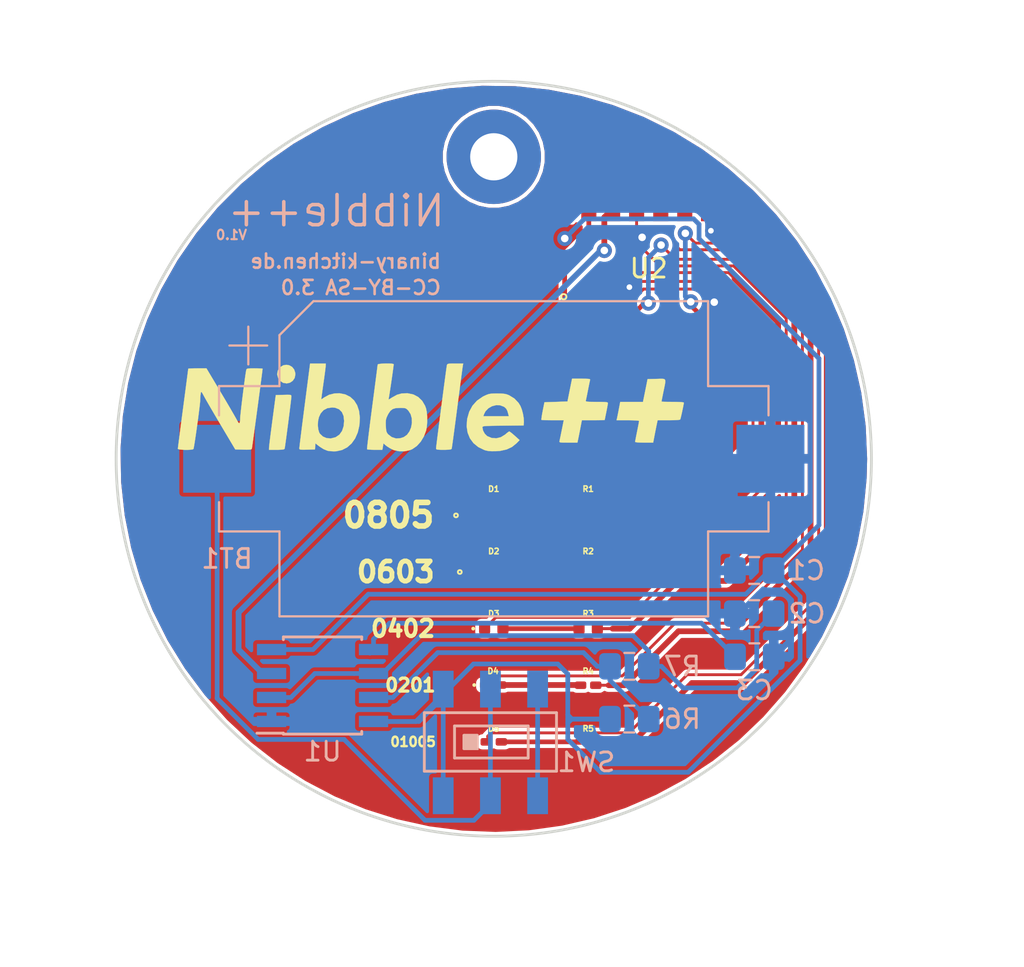
<source format=kicad_pcb>
(kicad_pcb (version 20171130) (host pcbnew 5.0.1)

  (general
    (thickness 1.6)
    (drawings 70)
    (tracks 258)
    (zones 0)
    (modules 22)
    (nets 25)
  )

  (page A4)
  (layers
    (0 F.Cu signal)
    (31 B.Cu signal)
    (32 B.Adhes user)
    (33 F.Adhes user)
    (34 B.Paste user)
    (35 F.Paste user)
    (36 B.SilkS user)
    (37 F.SilkS user)
    (38 B.Mask user)
    (39 F.Mask user)
    (40 Dwgs.User user)
    (41 Cmts.User user)
    (42 Eco1.User user)
    (43 Eco2.User user)
    (44 Edge.Cuts user)
    (45 Margin user)
    (46 B.CrtYd user)
    (47 F.CrtYd user)
    (48 B.Fab user hide)
    (49 F.Fab user hide)
  )

  (setup
    (last_trace_width 0.25)
    (user_trace_width 0.1524)
    (user_trace_width 0.2286)
    (user_trace_width 0.3048)
    (user_trace_width 0.508)
    (user_trace_width 1.27)
    (user_trace_width 2.54)
    (trace_clearance 0.2)
    (zone_clearance 0.1524)
    (zone_45_only no)
    (trace_min 0.1524)
    (segment_width 0.381)
    (edge_width 0.15)
    (via_size 0.8)
    (via_drill 0.4)
    (via_min_size 0.6048)
    (via_min_drill 0.3)
    (user_via 0.6048 0.3)
    (uvia_size 0.3)
    (uvia_drill 0.1)
    (uvias_allowed no)
    (uvia_min_size 0.2)
    (uvia_min_drill 0.1)
    (pcb_text_width 0.3)
    (pcb_text_size 1.5 1.5)
    (mod_edge_width 0.15)
    (mod_text_size 1 1)
    (mod_text_width 0.15)
    (pad_size 5 5)
    (pad_drill 2.5)
    (pad_to_mask_clearance 0.0508)
    (solder_mask_min_width 0.0508)
    (aux_axis_origin 0 0)
    (visible_elements 7FFFFFFF)
    (pcbplotparams
      (layerselection 0x010fc_ffffffff)
      (usegerberextensions false)
      (usegerberattributes false)
      (usegerberadvancedattributes false)
      (creategerberjobfile false)
      (excludeedgelayer true)
      (linewidth 0.100000)
      (plotframeref false)
      (viasonmask false)
      (mode 1)
      (useauxorigin false)
      (hpglpennumber 1)
      (hpglpenspeed 20)
      (hpglpendiameter 15.000000)
      (psnegative false)
      (psa4output false)
      (plotreference true)
      (plotvalue true)
      (plotinvisibletext false)
      (padsonsilk false)
      (subtractmaskfromsilk false)
      (outputformat 1)
      (mirror false)
      (drillshape 0)
      (scaleselection 1)
      (outputdirectory "gerber/"))
  )

  (net 0 "")
  (net 1 GND)
  (net 2 +3V3)
  (net 3 VS)
  (net 4 "Net-(C2-Pad2)")
  (net 5 "Net-(C3-Pad1)")
  (net 6 "Net-(D1-Pad2)")
  (net 7 "Net-(D2-Pad2)")
  (net 8 "Net-(D3-Pad2)")
  (net 9 "Net-(D4-Pad2)")
  (net 10 "Net-(D5-Pad2)")
  (net 11 "Net-(R1-Pad2)")
  (net 12 "Net-(R2-Pad2)")
  (net 13 "Net-(R3-Pad2)")
  (net 14 "Net-(R4-Pad2)")
  (net 15 "Net-(R5-Pad2)")
  (net 16 "Net-(R6-Pad2)")
  (net 17 "Net-(SW1-Pad3)")
  (net 18 "Net-(U1-Pad3)")
  (net 19 "Net-(U2-Pad1)")
  (net 20 "Net-(U2-Pad5)")
  (net 21 "Net-(U2-Pad6)")
  (net 22 "Net-(U2-Pad9)")
  (net 23 "Net-(U2-Pad11)")
  (net 24 "Net-(U2-Pad12)")

  (net_class Default "This is the default net class."
    (clearance 0.2)
    (trace_width 0.25)
    (via_dia 0.8)
    (via_drill 0.4)
    (uvia_dia 0.3)
    (uvia_drill 0.1)
    (add_net +3V3)
    (add_net GND)
    (add_net "Net-(C2-Pad2)")
    (add_net "Net-(C3-Pad1)")
    (add_net "Net-(D1-Pad2)")
    (add_net "Net-(D2-Pad2)")
    (add_net "Net-(D3-Pad2)")
    (add_net "Net-(D4-Pad2)")
    (add_net "Net-(D5-Pad2)")
    (add_net "Net-(R1-Pad2)")
    (add_net "Net-(R2-Pad2)")
    (add_net "Net-(R3-Pad2)")
    (add_net "Net-(R4-Pad2)")
    (add_net "Net-(R5-Pad2)")
    (add_net "Net-(R6-Pad2)")
    (add_net "Net-(SW1-Pad3)")
    (add_net "Net-(U1-Pad3)")
    (add_net "Net-(U2-Pad1)")
    (add_net "Net-(U2-Pad11)")
    (add_net "Net-(U2-Pad12)")
    (add_net "Net-(U2-Pad5)")
    (add_net "Net-(U2-Pad6)")
    (add_net "Net-(U2-Pad9)")
    (add_net VS)
  )

  (module SMD-Challange:R_0603_1608Metric_Pad1.05x0.95mm_HandSolder (layer F.Cu) (tedit 5BE97B68) (tstamp 5C2E38A1)
    (at 105 106)
    (descr "Resistor SMD 0603 (1608 Metric), square (rectangular) end terminal, IPC_7351 nominal with elongated pad for handsoldering. (Body size source: http://www.tortai-tech.com/upload/download/2011102023233369053.pdf), generated with kicad-footprint-generator")
    (tags "resistor handsolder")
    (path /5BE42FCF)
    (attr smd)
    (fp_text reference R2 (at 0 -1.098) (layer F.SilkS)
      (effects (font (size 0.3 0.3) (thickness 0.075)))
    )
    (fp_text value R (at 0 1.43) (layer F.Fab)
      (effects (font (size 1 1) (thickness 0.15)))
    )
    (fp_line (start -0.8 0.4) (end -0.8 -0.4) (layer F.Fab) (width 0.1))
    (fp_line (start -0.8 -0.4) (end 0.8 -0.4) (layer F.Fab) (width 0.1))
    (fp_line (start 0.8 -0.4) (end 0.8 0.4) (layer F.Fab) (width 0.1))
    (fp_line (start 0.8 0.4) (end -0.8 0.4) (layer F.Fab) (width 0.1))
    (fp_line (start -1.65 0.73) (end -1.65 -0.73) (layer F.CrtYd) (width 0.05))
    (fp_line (start -1.65 -0.73) (end 1.65 -0.73) (layer F.CrtYd) (width 0.05))
    (fp_line (start 1.65 -0.73) (end 1.65 0.73) (layer F.CrtYd) (width 0.05))
    (fp_line (start 1.65 0.73) (end -1.65 0.73) (layer F.CrtYd) (width 0.05))
    (fp_text user %R (at 0 0) (layer F.Fab)
      (effects (font (size 0.4 0.4) (thickness 0.06)))
    )
    (pad 1 smd roundrect (at -0.875 0) (size 1.05 0.95) (layers F.Cu F.Paste F.Mask) (roundrect_rratio 0.25)
      (net 7 "Net-(D2-Pad2)"))
    (pad 2 smd roundrect (at 0.875 0) (size 1.05 0.95) (layers F.Cu F.Paste F.Mask) (roundrect_rratio 0.25)
      (net 12 "Net-(R2-Pad2)"))
    (model ${KISYS3DMOD}/Resistor_SMD.3dshapes/R_0603_1608Metric.wrl
      (at (xyz 0 0 0))
      (scale (xyz 1 1 1))
      (rotate (xyz 0 0 0))
    )
  )

  (module SMD-Challange:R_0805_2012Metric_Pad1.15x1.40mm_HandSolder (layer F.Cu) (tedit 5BE97B59) (tstamp 5C2E3891)
    (at 105 103)
    (descr "Resistor SMD 0805 (2012 Metric), square (rectangular) end terminal, IPC_7351 nominal with elongated pad for handsoldering. (Body size source: https://docs.google.com/spreadsheets/d/1BsfQQcO9C6DZCsRaXUlFlo91Tg2WpOkGARC1WS5S8t0/edit?usp=sharing), generated with kicad-footprint-generator")
    (tags "resistor handsolder")
    (path /5BE42EB9)
    (attr smd)
    (fp_text reference R1 (at 0 -1.4) (layer F.SilkS)
      (effects (font (size 0.3 0.3) (thickness 0.075)))
    )
    (fp_text value R (at 0 1.65) (layer F.Fab)
      (effects (font (size 1 1) (thickness 0.15)))
    )
    (fp_line (start -1 0.6) (end -1 -0.6) (layer F.Fab) (width 0.1))
    (fp_line (start -1 -0.6) (end 1 -0.6) (layer F.Fab) (width 0.1))
    (fp_line (start 1 -0.6) (end 1 0.6) (layer F.Fab) (width 0.1))
    (fp_line (start 1 0.6) (end -1 0.6) (layer F.Fab) (width 0.1))
    (fp_line (start -1.85 0.95) (end -1.85 -0.95) (layer F.CrtYd) (width 0.05))
    (fp_line (start -1.85 -0.95) (end 1.85 -0.95) (layer F.CrtYd) (width 0.05))
    (fp_line (start 1.85 -0.95) (end 1.85 0.95) (layer F.CrtYd) (width 0.05))
    (fp_line (start 1.85 0.95) (end -1.85 0.95) (layer F.CrtYd) (width 0.05))
    (fp_text user %R (at 0 0) (layer F.Fab)
      (effects (font (size 0.5 0.5) (thickness 0.08)))
    )
    (pad 1 smd roundrect (at -1.025 0) (size 1.15 1.4) (layers F.Cu F.Paste F.Mask) (roundrect_rratio 0.217391)
      (net 6 "Net-(D1-Pad2)"))
    (pad 2 smd roundrect (at 1.025 0) (size 1.15 1.4) (layers F.Cu F.Paste F.Mask) (roundrect_rratio 0.217391)
      (net 11 "Net-(R1-Pad2)"))
    (model ${KISYS3DMOD}/Resistor_SMD.3dshapes/R_0805_2012Metric.wrl
      (at (xyz 0 0 0))
      (scale (xyz 1 1 1))
      (rotate (xyz 0 0 0))
    )
  )

  (module SMD-Challange:BatteryHolder_Keystone_1060_1x2032 locked (layer B.Cu) (tedit 5BE97879) (tstamp 5BFEB893)
    (at 100 100)
    (descr http://www.keyelco.com/product-pdf.cfm?p=726)
    (tags "CR2032 BR2032 BatteryHolder Battery")
    (path /5BE72A56)
    (attr smd)
    (fp_text reference BT1 (at -14.125 5.3) (layer B.SilkS)
      (effects (font (size 1 1) (thickness 0.15)) (justify mirror))
    )
    (fp_text value CR2023 (at 0 11.75) (layer B.Fab)
      (effects (font (size 1 1) (thickness 0.15)) (justify mirror))
    )
    (fp_circle (center 0 0) (end -10.2 0) (layer Dwgs.User) (width 0.3))
    (fp_line (start 11 -8) (end -9.4 -8) (layer B.Fab) (width 0.1))
    (fp_line (start 11 8) (end -11 8) (layer B.Fab) (width 0.1))
    (fp_line (start 11 -8) (end 11 -3.5) (layer B.Fab) (width 0.1))
    (fp_line (start 11 8) (end 11 3.5) (layer B.Fab) (width 0.1))
    (fp_line (start -11 8) (end -11 3.5) (layer B.Fab) (width 0.1))
    (fp_line (start -11 -6.4) (end -11 -3.5) (layer B.Fab) (width 0.1))
    (fp_line (start -11 -3.5) (end -14.2 -3.5) (layer B.Fab) (width 0.1))
    (fp_line (start -14.2 -3.5) (end -14.2 3.5) (layer B.Fab) (width 0.1))
    (fp_line (start -14.2 3.5) (end -11 3.5) (layer B.Fab) (width 0.1))
    (fp_line (start 11 -3.5) (end 14.2 -3.5) (layer B.Fab) (width 0.1))
    (fp_line (start 14.2 -3.5) (end 14.2 3.5) (layer B.Fab) (width 0.1))
    (fp_line (start 14.2 3.5) (end 11 3.5) (layer B.Fab) (width 0.1))
    (fp_line (start -9.4 -8) (end -11 -6.4) (layer B.Fab) (width 0.1))
    (fp_line (start 11.35 -3.85) (end 14.55 -3.85) (layer B.SilkS) (width 0.12))
    (fp_line (start 14.55 -3.85) (end 14.55 -2.3) (layer B.SilkS) (width 0.12))
    (fp_line (start 11.35 -8.35) (end 11.35 -3.85) (layer B.SilkS) (width 0.12))
    (fp_line (start 11.35 -8.35) (end -9.55 -8.35) (layer B.SilkS) (width 0.12))
    (fp_line (start -11.35 -6.55) (end -11.35 -3.85) (layer B.SilkS) (width 0.12))
    (fp_line (start -9.55 -8.35) (end -11.35 -6.55) (layer B.SilkS) (width 0.12))
    (fp_line (start -11.35 -3.85) (end -14.55 -3.85) (layer B.SilkS) (width 0.12))
    (fp_line (start -14.55 -3.85) (end -14.55 -2.3) (layer B.SilkS) (width 0.12))
    (fp_line (start -11.35 3.85) (end -14.55 3.85) (layer B.SilkS) (width 0.12))
    (fp_line (start -14.55 3.85) (end -14.55 2.3) (layer B.SilkS) (width 0.12))
    (fp_line (start 11.35 3.85) (end 14.55 3.85) (layer B.SilkS) (width 0.12))
    (fp_line (start 14.55 3.85) (end 14.55 2.3) (layer B.SilkS) (width 0.12))
    (fp_line (start -11.35 8.35) (end 11.35 8.35) (layer B.SilkS) (width 0.12))
    (fp_line (start -11.35 8.35) (end -11.35 3.85) (layer B.SilkS) (width 0.12))
    (fp_line (start 11.35 8.35) (end 11.35 3.85) (layer B.SilkS) (width 0.12))
    (fp_arc (start 0 0) (end -6.5 -8.5) (angle 74.81070976) (layer B.CrtYd) (width 0.05))
    (fp_line (start 11.5 -8.5) (end 6.5 -8.5) (layer B.CrtYd) (width 0.05))
    (fp_line (start -6.5 -8.5) (end -11.5 -8.5) (layer B.CrtYd) (width 0.05))
    (fp_line (start -11.5 -4) (end -11.5 -8.5) (layer B.CrtYd) (width 0.05))
    (fp_line (start -14.7 -4) (end -11.5 -4) (layer B.CrtYd) (width 0.05))
    (fp_line (start -14.7 -4) (end -14.7 -2.3) (layer B.CrtYd) (width 0.05))
    (fp_line (start -14.7 -2.3) (end -16.45 -2.3) (layer B.CrtYd) (width 0.05))
    (fp_line (start -16.45 -2.3) (end -16.45 2.3) (layer B.CrtYd) (width 0.05))
    (fp_line (start -14.7 2.3) (end -16.45 2.3) (layer B.CrtYd) (width 0.05))
    (fp_line (start -14.7 2.3) (end -14.7 4) (layer B.CrtYd) (width 0.05))
    (fp_line (start -14.7 4) (end -11.5 4) (layer B.CrtYd) (width 0.05))
    (fp_line (start -11.5 4) (end -11.5 8.5) (layer B.CrtYd) (width 0.05))
    (fp_line (start -11.5 8.5) (end -6.5 8.5) (layer B.CrtYd) (width 0.05))
    (fp_line (start 11.5 8.5) (end 11.5 4) (layer B.CrtYd) (width 0.05))
    (fp_line (start 11.5 4) (end 14.7 4) (layer B.CrtYd) (width 0.05))
    (fp_line (start 14.7 4) (end 14.7 2.3) (layer B.CrtYd) (width 0.05))
    (fp_line (start 14.7 2.3) (end 16.45 2.3) (layer B.CrtYd) (width 0.05))
    (fp_line (start 16.45 2.3) (end 16.45 -2.3) (layer B.CrtYd) (width 0.05))
    (fp_line (start 16.45 -2.3) (end 14.7 -2.3) (layer B.CrtYd) (width 0.05))
    (fp_line (start 14.7 -2.3) (end 14.7 -4) (layer B.CrtYd) (width 0.05))
    (fp_line (start 14.7 -4) (end 11.5 -4) (layer B.CrtYd) (width 0.05))
    (fp_line (start 11.5 -4) (end 11.5 -8.5) (layer B.CrtYd) (width 0.05))
    (fp_arc (start 0 0) (end 6.5 8.5) (angle 74.81070976) (layer B.CrtYd) (width 0.05))
    (fp_line (start 11.5 8.5) (end 6.5 8.5) (layer B.CrtYd) (width 0.05))
    (fp_text user %R (at 0 0) (layer B.Fab)
      (effects (font (size 1 1) (thickness 0.15)) (justify mirror))
    )
    (fp_line (start -13 -5) (end -13 -7) (layer B.SilkS) (width 0.12))
    (fp_line (start -12 -6) (end -14 -6) (layer B.SilkS) (width 0.12))
    (pad 2 smd rect (at 14.65 0 180) (size 3.6 3.6) (layers B.Cu B.Paste B.Mask)
      (net 1 GND))
    (pad 1 smd rect (at -14.65 0 180) (size 3.6 3.6) (layers B.Cu B.Paste B.Mask)
      (net 2 +3V3))
    (model ${KISYS3DMOD}/Battery.3dshapes/BatteryHolder_Keystone_1060_1x2032.wrl
      (at (xyz 0 0 0))
      (scale (xyz 1 1 1))
      (rotate (xyz 0 0 0))
    )
    (model "${KIPRJMOD}/3d-models/CR2032 holder.step"
      (at (xyz 0 0 0))
      (scale (xyz 1 1 1))
      (rotate (xyz 0 0 180))
    )
  )

  (module SMD-Challange:SOP-16_4.4x10.4mm_P1.27mm_simple_drawing (layer F.Cu) (tedit 5BE86403) (tstamp 5C510BF1)
    (at 108.204 89.916 90)
    (descr "16-Lead Plastic Small Outline http://www.vishay.com/docs/49633/sg2098.pdf")
    (tags "SOP 1.27")
    (path /5BE4528B)
    (attr smd)
    (fp_text reference U2 (at 0 0 180) (layer F.SilkS)
      (effects (font (size 1 1) (thickness 0.15)))
    )
    (fp_text value 4017 (at 0 6.1 90) (layer F.Fab)
      (effects (font (size 1 1) (thickness 0.15)))
    )
    (fp_circle (center -1.5 -4.5) (end -1.4 -4.4) (layer F.SilkS) (width 0.1))
    (fp_line (start 4.05 5.45) (end -4.05 5.45) (layer F.CrtYd) (width 0.05))
    (fp_line (start 4.05 5.45) (end 4.05 -5.45) (layer F.CrtYd) (width 0.05))
    (fp_line (start -4.05 -5.45) (end -4.05 5.45) (layer F.CrtYd) (width 0.05))
    (fp_line (start -4.05 -5.45) (end 4.05 -5.45) (layer F.CrtYd) (width 0.05))
    (fp_line (start -2.2 5.2) (end -2.2 -4.6) (layer F.Fab) (width 0.1))
    (fp_line (start 2.2 5.2) (end -2.2 5.2) (layer F.Fab) (width 0.1))
    (fp_line (start 2.2 -5.2) (end 2.2 5.2) (layer F.Fab) (width 0.1))
    (fp_line (start -1.6 -5.2) (end 2.2 -5.2) (layer F.Fab) (width 0.1))
    (fp_line (start -2.2 -4.6) (end -1.6 -5.2) (layer F.Fab) (width 0.1))
    (fp_text user %R (at 0 0 90) (layer F.Fab)
      (effects (font (size 0.8 0.8) (thickness 0.15)))
    )
    (pad 16 smd rect (at 3.15 -4.45 90) (size 1.3 0.8) (layers F.Cu F.Paste F.Mask)
      (net 3 VS))
    (pad 15 smd rect (at 3.15 -3.17 90) (size 1.3 0.8) (layers F.Cu F.Paste F.Mask)
      (net 19 "Net-(U2-Pad1)"))
    (pad 14 smd rect (at 3.15 -1.91 90) (size 1.3 0.8) (layers F.Cu F.Paste F.Mask)
      (net 18 "Net-(U1-Pad3)"))
    (pad 13 smd rect (at 3.15 -0.64 90) (size 1.3 0.8) (layers F.Cu F.Paste F.Mask)
      (net 1 GND))
    (pad 12 smd rect (at 3.15 0.64 90) (size 1.3 0.8) (layers F.Cu F.Paste F.Mask)
      (net 24 "Net-(U2-Pad12)"))
    (pad 11 smd rect (at 3.15 1.91 90) (size 1.3 0.8) (layers F.Cu F.Paste F.Mask)
      (net 23 "Net-(U2-Pad11)"))
    (pad 10 smd rect (at 3.15 3.17 90) (size 1.3 0.8) (layers F.Cu F.Paste F.Mask)
      (net 15 "Net-(R5-Pad2)"))
    (pad 9 smd rect (at 3.15 4.45 90) (size 1.3 0.8) (layers F.Cu F.Paste F.Mask)
      (net 22 "Net-(U2-Pad9)"))
    (pad 8 smd rect (at -3.15 4.45 90) (size 1.3 0.8) (layers F.Cu F.Paste F.Mask)
      (net 1 GND))
    (pad 7 smd rect (at -3.15 3.17 90) (size 1.3 0.8) (layers F.Cu F.Paste F.Mask)
      (net 14 "Net-(R4-Pad2)"))
    (pad 6 smd rect (at -3.15 1.91 90) (size 1.3 0.8) (layers F.Cu F.Paste F.Mask)
      (net 21 "Net-(U2-Pad6)"))
    (pad 5 smd rect (at -3.15 0.64 90) (size 1.3 0.8) (layers F.Cu F.Paste F.Mask)
      (net 20 "Net-(U2-Pad5)"))
    (pad 4 smd rect (at -3.15 -0.64 90) (size 1.3 0.8) (layers F.Cu F.Paste F.Mask)
      (net 13 "Net-(R3-Pad2)"))
    (pad 3 smd rect (at -3.15 -1.91 90) (size 1.3 0.8) (layers F.Cu F.Paste F.Mask)
      (net 11 "Net-(R1-Pad2)"))
    (pad 2 smd rect (at -3.15 -3.17 90) (size 1.3 0.8) (layers F.Cu F.Paste F.Mask)
      (net 12 "Net-(R2-Pad2)"))
    (pad 1 smd rect (at -3.15 -4.45 90) (size 1.3 0.8) (layers F.Cu F.Paste F.Mask)
      (net 19 "Net-(U2-Pad1)"))
    (model ${KISYS3DMOD}/Package_SO.3dshapes/SOP-16_4.4x10.4mm_P1.27mm.wrl
      (at (xyz 0 0 0))
      (scale (xyz 1 1 1))
      (rotate (xyz 0 0 0))
    )
  )

  (module SMD-Challange:R_0201_0603Metric_hand_soldering (layer F.Cu) (tedit 5BE85AC0) (tstamp 5C22D686)
    (at 105 112)
    (descr "Resistor SMD 0201 (0603 Metric), square (rectangular) end terminal, IPC_7351 nominal, (Body size source: https://www.vishay.com/docs/20052/crcw0201e3.pdf), generated with kicad-footprint-generator")
    (tags resistor)
    (path /5BE43033)
    (attr smd)
    (fp_text reference R4 (at 0 -0.748) (layer F.SilkS)
      (effects (font (size 0.3 0.3) (thickness 0.075)))
    )
    (fp_text value R (at 0 1.05) (layer F.Fab)
      (effects (font (size 1 1) (thickness 0.15)))
    )
    (fp_text user %R (at 0 -0.68) (layer F.Fab)
      (effects (font (size 0.25 0.25) (thickness 0.04)))
    )
    (fp_line (start 0.7 0.35) (end -0.7 0.35) (layer F.CrtYd) (width 0.05))
    (fp_line (start 0.7 -0.35) (end 0.7 0.35) (layer F.CrtYd) (width 0.05))
    (fp_line (start -0.7 -0.35) (end 0.7 -0.35) (layer F.CrtYd) (width 0.05))
    (fp_line (start -0.7 0.35) (end -0.7 -0.35) (layer F.CrtYd) (width 0.05))
    (fp_line (start 0.3 0.15) (end -0.3 0.15) (layer F.Fab) (width 0.1))
    (fp_line (start 0.3 -0.15) (end 0.3 0.15) (layer F.Fab) (width 0.1))
    (fp_line (start -0.3 -0.15) (end 0.3 -0.15) (layer F.Fab) (width 0.1))
    (fp_line (start -0.3 0.15) (end -0.3 -0.15) (layer F.Fab) (width 0.1))
    (pad 2 smd roundrect (at 0.4 0) (size 0.6 0.4) (layers F.Cu F.Mask) (roundrect_rratio 0.25)
      (net 14 "Net-(R4-Pad2)"))
    (pad 1 smd roundrect (at -0.4 0) (size 0.6 0.4) (layers F.Cu F.Mask) (roundrect_rratio 0.25)
      (net 9 "Net-(D4-Pad2)"))
    (model ${KISYS3DMOD}/Resistor_SMD.3dshapes/R_0201_0603Metric.wrl
      (at (xyz 0 0 0))
      (scale (xyz 1 1 1))
      (rotate (xyz 0 0 0))
    )
  )

  (module Capacitor_SMD:C_0805_2012Metric_Pad1.15x1.40mm_HandSolder (layer B.Cu) (tedit 5B36C52B) (tstamp 5BFEB8A4)
    (at 113.792 105.918)
    (descr "Capacitor SMD 0805 (2012 Metric), square (rectangular) end terminal, IPC_7351 nominal with elongated pad for handsoldering. (Body size source: https://docs.google.com/spreadsheets/d/1BsfQQcO9C6DZCsRaXUlFlo91Tg2WpOkGARC1WS5S8t0/edit?usp=sharing), generated with kicad-footprint-generator")
    (tags "capacitor handsolder")
    (path /5BE454FE)
    (attr smd)
    (fp_text reference C1 (at 2.7686 0) (layer B.SilkS)
      (effects (font (size 1 1) (thickness 0.15)) (justify mirror))
    )
    (fp_text value 100n (at 0 -1.65) (layer B.Fab)
      (effects (font (size 1 1) (thickness 0.15)) (justify mirror))
    )
    (fp_text user %R (at 0 0) (layer B.Fab)
      (effects (font (size 0.5 0.5) (thickness 0.08)) (justify mirror))
    )
    (fp_line (start 1.85 -0.95) (end -1.85 -0.95) (layer B.CrtYd) (width 0.05))
    (fp_line (start 1.85 0.95) (end 1.85 -0.95) (layer B.CrtYd) (width 0.05))
    (fp_line (start -1.85 0.95) (end 1.85 0.95) (layer B.CrtYd) (width 0.05))
    (fp_line (start -1.85 -0.95) (end -1.85 0.95) (layer B.CrtYd) (width 0.05))
    (fp_line (start -0.261252 -0.71) (end 0.261252 -0.71) (layer B.SilkS) (width 0.12))
    (fp_line (start -0.261252 0.71) (end 0.261252 0.71) (layer B.SilkS) (width 0.12))
    (fp_line (start 1 -0.6) (end -1 -0.6) (layer B.Fab) (width 0.1))
    (fp_line (start 1 0.6) (end 1 -0.6) (layer B.Fab) (width 0.1))
    (fp_line (start -1 0.6) (end 1 0.6) (layer B.Fab) (width 0.1))
    (fp_line (start -1 -0.6) (end -1 0.6) (layer B.Fab) (width 0.1))
    (pad 2 smd roundrect (at 1.025 0) (size 1.15 1.4) (layers B.Cu B.Paste B.Mask) (roundrect_rratio 0.217391)
      (net 3 VS))
    (pad 1 smd roundrect (at -1.025 0) (size 1.15 1.4) (layers B.Cu B.Paste B.Mask) (roundrect_rratio 0.217391)
      (net 1 GND))
    (model ${KISYS3DMOD}/Capacitor_SMD.3dshapes/C_0805_2012Metric.wrl
      (at (xyz 0 0 0))
      (scale (xyz 1 1 1))
      (rotate (xyz 0 0 0))
    )
  )

  (module Capacitor_SMD:C_0805_2012Metric_Pad1.15x1.40mm_HandSolder (layer B.Cu) (tedit 5B36C52B) (tstamp 5BFEB8B5)
    (at 113.792 108.204)
    (descr "Capacitor SMD 0805 (2012 Metric), square (rectangular) end terminal, IPC_7351 nominal with elongated pad for handsoldering. (Body size source: https://docs.google.com/spreadsheets/d/1BsfQQcO9C6DZCsRaXUlFlo91Tg2WpOkGARC1WS5S8t0/edit?usp=sharing), generated with kicad-footprint-generator")
    (tags "capacitor handsolder")
    (path /5BE5CF5C)
    (attr smd)
    (fp_text reference C2 (at 2.794 0) (layer B.SilkS)
      (effects (font (size 1 1) (thickness 0.15)) (justify mirror))
    )
    (fp_text value 1µ (at 0 -1.65) (layer B.Fab)
      (effects (font (size 1 1) (thickness 0.15)) (justify mirror))
    )
    (fp_text user %R (at 0 0) (layer B.Fab)
      (effects (font (size 0.5 0.5) (thickness 0.08)) (justify mirror))
    )
    (fp_line (start 1.85 -0.95) (end -1.85 -0.95) (layer B.CrtYd) (width 0.05))
    (fp_line (start 1.85 0.95) (end 1.85 -0.95) (layer B.CrtYd) (width 0.05))
    (fp_line (start -1.85 0.95) (end 1.85 0.95) (layer B.CrtYd) (width 0.05))
    (fp_line (start -1.85 -0.95) (end -1.85 0.95) (layer B.CrtYd) (width 0.05))
    (fp_line (start -0.261252 -0.71) (end 0.261252 -0.71) (layer B.SilkS) (width 0.12))
    (fp_line (start -0.261252 0.71) (end 0.261252 0.71) (layer B.SilkS) (width 0.12))
    (fp_line (start 1 -0.6) (end -1 -0.6) (layer B.Fab) (width 0.1))
    (fp_line (start 1 0.6) (end 1 -0.6) (layer B.Fab) (width 0.1))
    (fp_line (start -1 0.6) (end 1 0.6) (layer B.Fab) (width 0.1))
    (fp_line (start -1 -0.6) (end -1 0.6) (layer B.Fab) (width 0.1))
    (pad 2 smd roundrect (at 1.025 0) (size 1.15 1.4) (layers B.Cu B.Paste B.Mask) (roundrect_rratio 0.217391)
      (net 4 "Net-(C2-Pad2)"))
    (pad 1 smd roundrect (at -1.025 0) (size 1.15 1.4) (layers B.Cu B.Paste B.Mask) (roundrect_rratio 0.217391)
      (net 1 GND))
    (model ${KISYS3DMOD}/Capacitor_SMD.3dshapes/C_0805_2012Metric.wrl
      (at (xyz 0 0 0))
      (scale (xyz 1 1 1))
      (rotate (xyz 0 0 0))
    )
  )

  (module Capacitor_SMD:C_0805_2012Metric_Pad1.15x1.40mm_HandSolder (layer B.Cu) (tedit 5B36C52B) (tstamp 5BFEB8C6)
    (at 113.801 110.49)
    (descr "Capacitor SMD 0805 (2012 Metric), square (rectangular) end terminal, IPC_7351 nominal with elongated pad for handsoldering. (Body size source: https://docs.google.com/spreadsheets/d/1BsfQQcO9C6DZCsRaXUlFlo91Tg2WpOkGARC1WS5S8t0/edit?usp=sharing), generated with kicad-footprint-generator")
    (tags "capacitor handsolder")
    (path /5BE5B433)
    (attr smd)
    (fp_text reference C3 (at -0.009 1.778) (layer B.SilkS)
      (effects (font (size 1 1) (thickness 0.15)) (justify mirror))
    )
    (fp_text value 100n (at 0 -1.65) (layer B.Fab)
      (effects (font (size 1 1) (thickness 0.15)) (justify mirror))
    )
    (fp_text user %R (at 0 0) (layer B.Fab)
      (effects (font (size 0.5 0.5) (thickness 0.08)) (justify mirror))
    )
    (fp_line (start 1.85 -0.95) (end -1.85 -0.95) (layer B.CrtYd) (width 0.05))
    (fp_line (start 1.85 0.95) (end 1.85 -0.95) (layer B.CrtYd) (width 0.05))
    (fp_line (start -1.85 0.95) (end 1.85 0.95) (layer B.CrtYd) (width 0.05))
    (fp_line (start -1.85 -0.95) (end -1.85 0.95) (layer B.CrtYd) (width 0.05))
    (fp_line (start -0.261252 -0.71) (end 0.261252 -0.71) (layer B.SilkS) (width 0.12))
    (fp_line (start -0.261252 0.71) (end 0.261252 0.71) (layer B.SilkS) (width 0.12))
    (fp_line (start 1 -0.6) (end -1 -0.6) (layer B.Fab) (width 0.1))
    (fp_line (start 1 0.6) (end 1 -0.6) (layer B.Fab) (width 0.1))
    (fp_line (start -1 0.6) (end 1 0.6) (layer B.Fab) (width 0.1))
    (fp_line (start -1 -0.6) (end -1 0.6) (layer B.Fab) (width 0.1))
    (pad 2 smd roundrect (at 1.025 0) (size 1.15 1.4) (layers B.Cu B.Paste B.Mask) (roundrect_rratio 0.217391)
      (net 1 GND))
    (pad 1 smd roundrect (at -1.025 0) (size 1.15 1.4) (layers B.Cu B.Paste B.Mask) (roundrect_rratio 0.217391)
      (net 5 "Net-(C3-Pad1)"))
    (model ${KISYS3DMOD}/Capacitor_SMD.3dshapes/C_0805_2012Metric.wrl
      (at (xyz 0 0 0))
      (scale (xyz 1 1 1))
      (rotate (xyz 0 0 0))
    )
  )

  (module LED_SMD:LED_0402_1005Metric (layer F.Cu) (tedit 5B301BBE) (tstamp 5BFEB8FE)
    (at 100 109)
    (descr "LED SMD 0402 (1005 Metric), square (rectangular) end terminal, IPC_7351 nominal, (Body size source: http://www.tortai-tech.com/upload/download/2011102023233369053.pdf), generated with kicad-footprint-generator")
    (tags LED)
    (path /5BE42E12)
    (attr smd)
    (fp_text reference D3 (at 0 -0.796) (layer F.SilkS)
      (effects (font (size 0.3 0.3) (thickness 0.075)))
    )
    (fp_text value LED (at 0 1.17) (layer F.Fab)
      (effects (font (size 1 1) (thickness 0.15)))
    )
    (fp_text user %R (at 0 0) (layer F.Fab)
      (effects (font (size 0.25 0.25) (thickness 0.04)))
    )
    (fp_line (start 0.93 0.47) (end -0.93 0.47) (layer F.CrtYd) (width 0.05))
    (fp_line (start 0.93 -0.47) (end 0.93 0.47) (layer F.CrtYd) (width 0.05))
    (fp_line (start -0.93 -0.47) (end 0.93 -0.47) (layer F.CrtYd) (width 0.05))
    (fp_line (start -0.93 0.47) (end -0.93 -0.47) (layer F.CrtYd) (width 0.05))
    (fp_line (start -0.3 0.25) (end -0.3 -0.25) (layer F.Fab) (width 0.1))
    (fp_line (start -0.4 0.25) (end -0.4 -0.25) (layer F.Fab) (width 0.1))
    (fp_line (start 0.5 0.25) (end -0.5 0.25) (layer F.Fab) (width 0.1))
    (fp_line (start 0.5 -0.25) (end 0.5 0.25) (layer F.Fab) (width 0.1))
    (fp_line (start -0.5 -0.25) (end 0.5 -0.25) (layer F.Fab) (width 0.1))
    (fp_line (start -0.5 0.25) (end -0.5 -0.25) (layer F.Fab) (width 0.1))
    (fp_circle (center -1.09 0) (end -1.04 0) (layer F.SilkS) (width 0.1))
    (pad 2 smd roundrect (at 0.485 0) (size 0.59 0.64) (layers F.Cu F.Paste F.Mask) (roundrect_rratio 0.25)
      (net 8 "Net-(D3-Pad2)"))
    (pad 1 smd roundrect (at -0.485 0) (size 0.59 0.64) (layers F.Cu F.Paste F.Mask) (roundrect_rratio 0.25)
      (net 1 GND))
    (model ${KISYS3DMOD}/LED_SMD.3dshapes/LED_0402_1005Metric.wrl
      (at (xyz 0 0 0))
      (scale (xyz 1 1 1))
      (rotate (xyz 0 0 0))
    )
  )

  (module Resistor_SMD:R_0805_2012Metric_Pad1.15x1.40mm_HandSolder (layer B.Cu) (tedit 5B36C52B) (tstamp 5BFEB995)
    (at 107.179 113.792)
    (descr "Resistor SMD 0805 (2012 Metric), square (rectangular) end terminal, IPC_7351 nominal with elongated pad for handsoldering. (Body size source: https://docs.google.com/spreadsheets/d/1BsfQQcO9C6DZCsRaXUlFlo91Tg2WpOkGARC1WS5S8t0/edit?usp=sharing), generated with kicad-footprint-generator")
    (tags "resistor handsolder")
    (path /5BE5B548)
    (attr smd)
    (fp_text reference R6 (at 2.803 0) (layer B.SilkS)
      (effects (font (size 1 1) (thickness 0.15)) (justify mirror))
    )
    (fp_text value 100k (at 0 -1.65) (layer B.Fab)
      (effects (font (size 1 1) (thickness 0.15)) (justify mirror))
    )
    (fp_text user %R (at 0 0) (layer B.Fab)
      (effects (font (size 0.5 0.5) (thickness 0.08)) (justify mirror))
    )
    (fp_line (start 1.85 -0.95) (end -1.85 -0.95) (layer B.CrtYd) (width 0.05))
    (fp_line (start 1.85 0.95) (end 1.85 -0.95) (layer B.CrtYd) (width 0.05))
    (fp_line (start -1.85 0.95) (end 1.85 0.95) (layer B.CrtYd) (width 0.05))
    (fp_line (start -1.85 -0.95) (end -1.85 0.95) (layer B.CrtYd) (width 0.05))
    (fp_line (start -0.261252 -0.71) (end 0.261252 -0.71) (layer B.SilkS) (width 0.12))
    (fp_line (start -0.261252 0.71) (end 0.261252 0.71) (layer B.SilkS) (width 0.12))
    (fp_line (start 1 -0.6) (end -1 -0.6) (layer B.Fab) (width 0.1))
    (fp_line (start 1 0.6) (end 1 -0.6) (layer B.Fab) (width 0.1))
    (fp_line (start -1 0.6) (end 1 0.6) (layer B.Fab) (width 0.1))
    (fp_line (start -1 -0.6) (end -1 0.6) (layer B.Fab) (width 0.1))
    (pad 2 smd roundrect (at 1.025 0) (size 1.15 1.4) (layers B.Cu B.Paste B.Mask) (roundrect_rratio 0.217391)
      (net 16 "Net-(R6-Pad2)"))
    (pad 1 smd roundrect (at -1.025 0) (size 1.15 1.4) (layers B.Cu B.Paste B.Mask) (roundrect_rratio 0.217391)
      (net 3 VS))
    (model ${KISYS3DMOD}/Resistor_SMD.3dshapes/R_0805_2012Metric.wrl
      (at (xyz 0 0 0))
      (scale (xyz 1 1 1))
      (rotate (xyz 0 0 0))
    )
  )

  (module Resistor_SMD:R_0805_2012Metric_Pad1.15x1.40mm_HandSolder (layer B.Cu) (tedit 5B36C52B) (tstamp 5BFEB9A6)
    (at 107.179 110.998)
    (descr "Resistor SMD 0805 (2012 Metric), square (rectangular) end terminal, IPC_7351 nominal with elongated pad for handsoldering. (Body size source: https://docs.google.com/spreadsheets/d/1BsfQQcO9C6DZCsRaXUlFlo91Tg2WpOkGARC1WS5S8t0/edit?usp=sharing), generated with kicad-footprint-generator")
    (tags "resistor handsolder")
    (path /5BE5B5C6)
    (attr smd)
    (fp_text reference R7 (at 2.803 0) (layer B.SilkS)
      (effects (font (size 1 1) (thickness 0.15)) (justify mirror))
    )
    (fp_text value 100k (at 0 -1.65) (layer B.Fab)
      (effects (font (size 1 1) (thickness 0.15)) (justify mirror))
    )
    (fp_text user %R (at 0 0) (layer B.Fab)
      (effects (font (size 0.5 0.5) (thickness 0.08)) (justify mirror))
    )
    (fp_line (start 1.85 -0.95) (end -1.85 -0.95) (layer B.CrtYd) (width 0.05))
    (fp_line (start 1.85 0.95) (end 1.85 -0.95) (layer B.CrtYd) (width 0.05))
    (fp_line (start -1.85 0.95) (end 1.85 0.95) (layer B.CrtYd) (width 0.05))
    (fp_line (start -1.85 -0.95) (end -1.85 0.95) (layer B.CrtYd) (width 0.05))
    (fp_line (start -0.261252 -0.71) (end 0.261252 -0.71) (layer B.SilkS) (width 0.12))
    (fp_line (start -0.261252 0.71) (end 0.261252 0.71) (layer B.SilkS) (width 0.12))
    (fp_line (start 1 -0.6) (end -1 -0.6) (layer B.Fab) (width 0.1))
    (fp_line (start 1 0.6) (end 1 -0.6) (layer B.Fab) (width 0.1))
    (fp_line (start -1 0.6) (end 1 0.6) (layer B.Fab) (width 0.1))
    (fp_line (start -1 -0.6) (end -1 0.6) (layer B.Fab) (width 0.1))
    (pad 2 smd roundrect (at 1.025 0) (size 1.15 1.4) (layers B.Cu B.Paste B.Mask) (roundrect_rratio 0.217391)
      (net 4 "Net-(C2-Pad2)"))
    (pad 1 smd roundrect (at -1.025 0) (size 1.15 1.4) (layers B.Cu B.Paste B.Mask) (roundrect_rratio 0.217391)
      (net 16 "Net-(R6-Pad2)"))
    (model ${KISYS3DMOD}/Resistor_SMD.3dshapes/R_0805_2012Metric.wrl
      (at (xyz 0 0 0))
      (scale (xyz 1 1 1))
      (rotate (xyz 0 0 0))
    )
  )

  (module SMD-Challange:smd_switch_slide (layer B.Cu) (tedit 5BE948B0) (tstamp 5BFEB9BD)
    (at 97.322 117.856)
    (path /5BE7072A)
    (fp_text reference SW1 (at 7.58 -1.778 180) (layer B.SilkS)
      (effects (font (size 1 1) (thickness 0.15)) (justify mirror))
    )
    (fp_text value SW_DPDT_x2 (at 0 2.54) (layer B.Fab)
      (effects (font (size 1 1) (thickness 0.15)) (justify mirror))
    )
    (fp_poly (pts (xy 1.1 -2.5) (xy 1.8 -2.5) (xy 1.8 -3.2) (xy 1.1 -3.2)) (layer B.SilkS) (width 0.15))
    (fp_line (start 1.8 -2.5) (end 1.1 -2.5) (layer B.SilkS) (width 0.15))
    (fp_line (start 1.8 -3.2) (end 1.8 -2.5) (layer B.SilkS) (width 0.15))
    (fp_line (start 1.1 -3.2) (end 1.8 -3.2) (layer B.SilkS) (width 0.15))
    (fp_line (start 1.1 -2.5) (end 1.1 -3.2) (layer B.SilkS) (width 0.15))
    (fp_line (start 4.5 -2) (end 0.6 -2) (layer B.SilkS) (width 0.15))
    (fp_line (start 4.5 -3.7) (end 4.5 -2) (layer B.SilkS) (width 0.15))
    (fp_line (start 0.6 -3.7) (end 4.5 -3.7) (layer B.SilkS) (width 0.15))
    (fp_line (start 0.6 -2) (end 0.6 -3.7) (layer B.SilkS) (width 0.15))
    (fp_line (start 6 -4.4) (end -1 -4.4) (layer B.SilkS) (width 0.15))
    (fp_line (start 6 -1.3) (end 6 -4.4) (layer B.SilkS) (width 0.15))
    (fp_line (start -1 -1.3) (end 6 -1.3) (layer B.SilkS) (width 0.15))
    (fp_line (start -1 -4.4) (end -1 -1.3) (layer B.SilkS) (width 0.15))
    (pad 2 smd rect (at 2.5 -5.65) (size 1.1 1.95) (layers B.Cu B.Paste B.Mask)
      (net 2 +3V3))
    (pad 1 smd rect (at 0 -5.65) (size 1.1 1.95) (layers B.Cu B.Paste B.Mask)
      (net 3 VS))
    (pad 3 smd rect (at 5 -5.65) (size 1.1 1.95) (layers B.Cu B.Paste B.Mask)
      (net 17 "Net-(SW1-Pad3)"))
    (pad 3 smd rect (at 5 0) (size 1.1 1.95) (layers B.Cu B.Paste B.Mask)
      (net 17 "Net-(SW1-Pad3)"))
    (pad 2 smd rect (at 2.5 0) (size 1.1 1.95) (layers B.Cu B.Paste B.Mask)
      (net 2 +3V3))
    (pad 1 smd rect (at 0 0) (size 1.1 1.95) (layers B.Cu B.Paste B.Mask)
      (net 3 VS))
    (model "${KIPRJMOD}/3d-models/Selector Switch - MSS22D18.stp"
      (offset (xyz 2.5 -1.5 5.3))
      (scale (xyz 1 1 1))
      (rotate (xyz -90 0 0))
    )
  )

  (module Package_SO:SOIC-8_3.9x4.9mm_P1.27mm (layer B.Cu) (tedit 5A02F2D3) (tstamp 5BFEB9DA)
    (at 90.932 112.014)
    (descr "8-Lead Plastic Small Outline (SN) - Narrow, 3.90 mm Body [SOIC] (see Microchip Packaging Specification 00000049BS.pdf)")
    (tags "SOIC 1.27")
    (path /5BE42C40)
    (attr smd)
    (fp_text reference U1 (at 0 3.5) (layer B.SilkS)
      (effects (font (size 1 1) (thickness 0.15)) (justify mirror))
    )
    (fp_text value NE555 (at 0 -3.5) (layer B.Fab)
      (effects (font (size 1 1) (thickness 0.15)) (justify mirror))
    )
    (fp_line (start -2.075 2.525) (end -3.475 2.525) (layer B.SilkS) (width 0.15))
    (fp_line (start -2.075 -2.575) (end 2.075 -2.575) (layer B.SilkS) (width 0.15))
    (fp_line (start -2.075 2.575) (end 2.075 2.575) (layer B.SilkS) (width 0.15))
    (fp_line (start -2.075 -2.575) (end -2.075 -2.43) (layer B.SilkS) (width 0.15))
    (fp_line (start 2.075 -2.575) (end 2.075 -2.43) (layer B.SilkS) (width 0.15))
    (fp_line (start 2.075 2.575) (end 2.075 2.43) (layer B.SilkS) (width 0.15))
    (fp_line (start -2.075 2.575) (end -2.075 2.525) (layer B.SilkS) (width 0.15))
    (fp_line (start -3.73 -2.7) (end 3.73 -2.7) (layer B.CrtYd) (width 0.05))
    (fp_line (start -3.73 2.7) (end 3.73 2.7) (layer B.CrtYd) (width 0.05))
    (fp_line (start 3.73 2.7) (end 3.73 -2.7) (layer B.CrtYd) (width 0.05))
    (fp_line (start -3.73 2.7) (end -3.73 -2.7) (layer B.CrtYd) (width 0.05))
    (fp_line (start -1.95 1.45) (end -0.95 2.45) (layer B.Fab) (width 0.1))
    (fp_line (start -1.95 -2.45) (end -1.95 1.45) (layer B.Fab) (width 0.1))
    (fp_line (start 1.95 -2.45) (end -1.95 -2.45) (layer B.Fab) (width 0.1))
    (fp_line (start 1.95 2.45) (end 1.95 -2.45) (layer B.Fab) (width 0.1))
    (fp_line (start -0.95 2.45) (end 1.95 2.45) (layer B.Fab) (width 0.1))
    (fp_text user %R (at 0 0) (layer B.Fab)
      (effects (font (size 1 1) (thickness 0.15)) (justify mirror))
    )
    (pad 8 smd rect (at 2.7 1.905) (size 1.55 0.6) (layers B.Cu B.Paste B.Mask)
      (net 3 VS))
    (pad 7 smd rect (at 2.7 0.635) (size 1.55 0.6) (layers B.Cu B.Paste B.Mask)
      (net 16 "Net-(R6-Pad2)"))
    (pad 6 smd rect (at 2.7 -0.635) (size 1.55 0.6) (layers B.Cu B.Paste B.Mask)
      (net 4 "Net-(C2-Pad2)"))
    (pad 5 smd rect (at 2.7 -1.905) (size 1.55 0.6) (layers B.Cu B.Paste B.Mask)
      (net 5 "Net-(C3-Pad1)"))
    (pad 4 smd rect (at -2.7 -1.905) (size 1.55 0.6) (layers B.Cu B.Paste B.Mask)
      (net 3 VS))
    (pad 3 smd rect (at -2.7 -0.635) (size 1.55 0.6) (layers B.Cu B.Paste B.Mask)
      (net 18 "Net-(U1-Pad3)"))
    (pad 2 smd rect (at -2.7 0.635) (size 1.55 0.6) (layers B.Cu B.Paste B.Mask)
      (net 4 "Net-(C2-Pad2)"))
    (pad 1 smd rect (at -2.7 1.905) (size 1.55 0.6) (layers B.Cu B.Paste B.Mask)
      (net 1 GND))
    (model ${KISYS3DMOD}/Package_SO.3dshapes/SOIC-8_3.9x4.9mm_P1.27mm.wrl
      (at (xyz 0 0 0))
      (scale (xyz 1 1 1))
      (rotate (xyz 0 0 0))
    )
  )

  (module MountingHole:MountingHole_2.5mm_Pad locked (layer F.Cu) (tedit 56D1B4CB) (tstamp 5BFECEDF)
    (at 100 84)
    (descr "Mounting Hole 2.5mm")
    (tags "mounting hole 2.5mm")
    (attr virtual)
    (fp_text reference REF** (at 0 -3.5) (layer F.SilkS) hide
      (effects (font (size 1 1) (thickness 0.15)))
    )
    (fp_text value MountingHole_2.5mm_Pad (at 0 3.5) (layer F.Fab)
      (effects (font (size 1 1) (thickness 0.15)))
    )
    (fp_circle (center 0 0) (end 2.75 0) (layer F.CrtYd) (width 0.05))
    (fp_circle (center 0 0) (end 2.5 0) (layer Cmts.User) (width 0.15))
    (fp_text user %R (at 0.3 0) (layer F.Fab)
      (effects (font (size 1 1) (thickness 0.15)))
    )
    (pad 1 thru_hole circle (at 0 0) (size 5 5) (drill 2.5) (layers *.Cu *.Mask))
  )

  (module SMD-Challange:LED_0201_0603Metric_hand_soldering (layer F.Cu) (tedit 5BE8591D) (tstamp 5C22D660)
    (at 99.9642 111.9886)
    (descr "LED SMD 0201 (0603 Metric), square (rectangular) end terminal, IPC_7351 nominal, (Body size source: https://www.vishay.com/docs/20052/crcw0201e3.pdf), generated with kicad-footprint-generator")
    (tags LED)
    (path /5BE42E3C)
    (attr smd)
    (fp_text reference D4 (at 0 -0.7366) (layer F.SilkS)
      (effects (font (size 0.3 0.3) (thickness 0.075)))
    )
    (fp_text value LED (at 0 1.05) (layer F.Fab)
      (effects (font (size 1 1) (thickness 0.15)))
    )
    (fp_text user %R (at 0 -0.68) (layer F.Fab)
      (effects (font (size 0.25 0.25) (thickness 0.04)))
    )
    (fp_line (start 0.7 0.35) (end -0.7 0.35) (layer F.CrtYd) (width 0.05))
    (fp_line (start 0.7 -0.35) (end 0.7 0.35) (layer F.CrtYd) (width 0.05))
    (fp_line (start -0.7 -0.35) (end 0.7 -0.35) (layer F.CrtYd) (width 0.05))
    (fp_line (start -0.7 0.35) (end -0.7 -0.35) (layer F.CrtYd) (width 0.05))
    (fp_line (start -0.1 0.15) (end -0.1 -0.15) (layer F.Fab) (width 0.1))
    (fp_line (start -0.2 0.15) (end -0.2 -0.15) (layer F.Fab) (width 0.1))
    (fp_line (start 0.3 0.15) (end -0.3 0.15) (layer F.Fab) (width 0.1))
    (fp_line (start 0.3 -0.15) (end 0.3 0.15) (layer F.Fab) (width 0.1))
    (fp_line (start -0.3 -0.15) (end 0.3 -0.15) (layer F.Fab) (width 0.1))
    (fp_line (start -0.3 0.15) (end -0.3 -0.15) (layer F.Fab) (width 0.1))
    (fp_circle (center -1 0) (end -0.95 0) (layer F.SilkS) (width 0.1))
    (pad 2 smd roundrect (at 0.4 0) (size 0.6 0.4) (layers F.Cu F.Mask) (roundrect_rratio 0.25)
      (net 9 "Net-(D4-Pad2)"))
    (pad 1 smd roundrect (at -0.4 0) (size 0.6 0.4) (layers F.Cu F.Mask) (roundrect_rratio 0.25)
      (net 1 GND))
    (pad "" smd roundrect (at 0.345 0) (size 0.318 0.36) (layers F.Paste) (roundrect_rratio 0.25))
    (pad "" smd roundrect (at -0.345 0) (size 0.318 0.36) (layers F.Paste) (roundrect_rratio 0.25))
    (model ${KISYS3DMOD}/LED_SMD.3dshapes/LED_0201_0603Metric.wrl
      (at (xyz 0 0 0))
      (scale (xyz 1 1 1))
      (rotate (xyz 0 0 0))
    )
  )

  (module SMD-Challange:LED_0201_0603Metric_hand_soldering (layer F.Cu) (tedit 5BE8591D) (tstamp 5C22D673)
    (at 100 115)
    (descr "LED SMD 0201 (0603 Metric), square (rectangular) end terminal, IPC_7351 nominal, (Body size source: https://www.vishay.com/docs/20052/crcw0201e3.pdf), generated with kicad-footprint-generator")
    (tags LED)
    (path /5BE42E66)
    (attr smd)
    (fp_text reference D5 (at 0 -0.7) (layer F.SilkS)
      (effects (font (size 0.3 0.3) (thickness 0.075)))
    )
    (fp_text value LED (at 0 1.05) (layer F.Fab)
      (effects (font (size 1 1) (thickness 0.15)))
    )
    (fp_text user %R (at 0 -0.68) (layer F.Fab)
      (effects (font (size 0.25 0.25) (thickness 0.04)))
    )
    (fp_line (start 0.7 0.35) (end -0.7 0.35) (layer F.CrtYd) (width 0.05))
    (fp_line (start 0.7 -0.35) (end 0.7 0.35) (layer F.CrtYd) (width 0.05))
    (fp_line (start -0.7 -0.35) (end 0.7 -0.35) (layer F.CrtYd) (width 0.05))
    (fp_line (start -0.7 0.35) (end -0.7 -0.35) (layer F.CrtYd) (width 0.05))
    (fp_line (start -0.1 0.15) (end -0.1 -0.15) (layer F.Fab) (width 0.1))
    (fp_line (start -0.2 0.15) (end -0.2 -0.15) (layer F.Fab) (width 0.1))
    (fp_line (start 0.3 0.15) (end -0.3 0.15) (layer F.Fab) (width 0.1))
    (fp_line (start 0.3 -0.15) (end 0.3 0.15) (layer F.Fab) (width 0.1))
    (fp_line (start -0.3 -0.15) (end 0.3 -0.15) (layer F.Fab) (width 0.1))
    (fp_line (start -0.3 0.15) (end -0.3 -0.15) (layer F.Fab) (width 0.1))
    (fp_circle (center -1 0) (end -0.95 0) (layer F.SilkS) (width 0.1))
    (pad 2 smd roundrect (at 0.4 0) (size 0.6 0.4) (layers F.Cu F.Mask) (roundrect_rratio 0.25)
      (net 10 "Net-(D5-Pad2)"))
    (pad 1 smd roundrect (at -0.4 0) (size 0.6 0.4) (layers F.Cu F.Mask) (roundrect_rratio 0.25)
      (net 1 GND))
    (pad "" smd roundrect (at 0.345 0) (size 0.318 0.36) (layers F.Paste) (roundrect_rratio 0.25))
    (pad "" smd roundrect (at -0.345 0) (size 0.318 0.36) (layers F.Paste) (roundrect_rratio 0.25))
    (model ${KISYS3DMOD}/LED_SMD.3dshapes/LED_0201_0603Metric.wrl
      (at (xyz 0 0 0))
      (scale (xyz 1 1 1))
      (rotate (xyz 0 0 0))
    )
  )

  (module SMD-Challange:R_01005_0402Metric_hand_soldering (layer F.Cu) (tedit 5BE85A34) (tstamp 5C22D694)
    (at 105 114.9985)
    (descr "Resistor SMD 01005 (0402 Metric), square (rectangular) end terminal, IPC_7351 nominal, (Body size source: http://www.vishay.com/docs/20056/crcw01005e3.pdf), generated with kicad-footprint-generator")
    (tags resistor)
    (path /5BE4305F)
    (attr smd)
    (fp_text reference R5 (at 0 -0.7) (layer F.SilkS)
      (effects (font (size 0.3 0.3) (thickness 0.075)))
    )
    (fp_text value R (at 0 1) (layer F.Fab)
      (effects (font (size 1 1) (thickness 0.15)))
    )
    (fp_text user %R (at 0 -0.62) (layer F.Fab)
      (effects (font (size 0.25 0.25) (thickness 0.04)))
    )
    (fp_line (start 0.6 0.3) (end -0.6 0.3) (layer F.CrtYd) (width 0.05))
    (fp_line (start 0.6 -0.3) (end 0.6 0.3) (layer F.CrtYd) (width 0.05))
    (fp_line (start -0.6 -0.3) (end 0.6 -0.3) (layer F.CrtYd) (width 0.05))
    (fp_line (start -0.6 0.3) (end -0.6 -0.3) (layer F.CrtYd) (width 0.05))
    (fp_line (start 0.2 0.1) (end -0.2 0.1) (layer F.Fab) (width 0.1))
    (fp_line (start 0.2 -0.1) (end 0.2 0.1) (layer F.Fab) (width 0.1))
    (fp_line (start -0.2 -0.1) (end 0.2 -0.1) (layer F.Fab) (width 0.1))
    (fp_line (start -0.2 0.1) (end -0.2 -0.1) (layer F.Fab) (width 0.1))
    (pad 2 smd roundrect (at 0.4 0) (size 0.6 0.3) (layers F.Cu F.Mask) (roundrect_rratio 0.25)
      (net 15 "Net-(R5-Pad2)"))
    (pad 1 smd roundrect (at -0.4 0) (size 0.6 0.3) (layers F.Cu F.Mask) (roundrect_rratio 0.25)
      (net 10 "Net-(D5-Pad2)"))
    (pad "" smd roundrect (at 0.275 0) (size 0.27 0.27) (layers F.Paste) (roundrect_rratio 0.25))
    (pad "" smd roundrect (at -0.275 0) (size 0.27 0.27) (layers F.Paste) (roundrect_rratio 0.25))
    (model ${KISYS3DMOD}/Resistor_SMD.3dshapes/R_01005_0402Metric.wrl
      (at (xyz 0 0 0))
      (scale (xyz 1 1 1))
      (rotate (xyz 0 0 0))
    )
  )

  (module Resistor_SMD:R_0402_1005Metric (layer F.Cu) (tedit 5B301BBD) (tstamp 5C2E38B1)
    (at 105 109)
    (descr "Resistor SMD 0402 (1005 Metric), square (rectangular) end terminal, IPC_7351 nominal, (Body size source: http://www.tortai-tech.com/upload/download/2011102023233369053.pdf), generated with kicad-footprint-generator")
    (tags resistor)
    (path /5BE42FFD)
    (attr smd)
    (fp_text reference R3 (at 0 -0.796) (layer F.SilkS)
      (effects (font (size 0.3 0.3) (thickness 0.075)))
    )
    (fp_text value R (at 0 1.17) (layer F.Fab)
      (effects (font (size 1 1) (thickness 0.15)))
    )
    (fp_text user %R (at 0 0) (layer F.Fab)
      (effects (font (size 0.25 0.25) (thickness 0.04)))
    )
    (fp_line (start 0.93 0.47) (end -0.93 0.47) (layer F.CrtYd) (width 0.05))
    (fp_line (start 0.93 -0.47) (end 0.93 0.47) (layer F.CrtYd) (width 0.05))
    (fp_line (start -0.93 -0.47) (end 0.93 -0.47) (layer F.CrtYd) (width 0.05))
    (fp_line (start -0.93 0.47) (end -0.93 -0.47) (layer F.CrtYd) (width 0.05))
    (fp_line (start 0.5 0.25) (end -0.5 0.25) (layer F.Fab) (width 0.1))
    (fp_line (start 0.5 -0.25) (end 0.5 0.25) (layer F.Fab) (width 0.1))
    (fp_line (start -0.5 -0.25) (end 0.5 -0.25) (layer F.Fab) (width 0.1))
    (fp_line (start -0.5 0.25) (end -0.5 -0.25) (layer F.Fab) (width 0.1))
    (pad 2 smd roundrect (at 0.485 0) (size 0.59 0.64) (layers F.Cu F.Paste F.Mask) (roundrect_rratio 0.25)
      (net 13 "Net-(R3-Pad2)"))
    (pad 1 smd roundrect (at -0.485 0) (size 0.59 0.64) (layers F.Cu F.Paste F.Mask) (roundrect_rratio 0.25)
      (net 8 "Net-(D3-Pad2)"))
    (model ${KISYS3DMOD}/Resistor_SMD.3dshapes/R_0402_1005Metric.wrl
      (at (xyz 0 0 0))
      (scale (xyz 1 1 1))
      (rotate (xyz 0 0 0))
    )
  )

  (module SMD-Challange:LED_0805_2012Metric_Pad1.15x1.40mm_HandSolder_simple_drawing (layer F.Cu) (tedit 5BE86138) (tstamp 5C39ACCA)
    (at 100 103)
    (descr "LED SMD 0805 (2012 Metric), square (rectangular) end terminal, IPC_7351 nominal, (Body size source: https://docs.google.com/spreadsheets/d/1BsfQQcO9C6DZCsRaXUlFlo91Tg2WpOkGARC1WS5S8t0/edit?usp=sharing), generated with kicad-footprint-generator")
    (tags "LED handsolder")
    (path /5BE42D2C)
    (attr smd)
    (fp_text reference D1 (at 0 -1.4) (layer F.SilkS)
      (effects (font (size 0.3 0.3) (thickness 0.075)))
    )
    (fp_text value LED (at 0 1.65) (layer F.Fab)
      (effects (font (size 1 1) (thickness 0.15)))
    )
    (fp_circle (center -2 0) (end -1.9 0) (layer F.SilkS) (width 0.1))
    (fp_text user %R (at 0 0) (layer F.Fab)
      (effects (font (size 0.5 0.5) (thickness 0.08)))
    )
    (fp_line (start 1.85 0.95) (end -1.85 0.95) (layer F.CrtYd) (width 0.05))
    (fp_line (start 1.85 -0.95) (end 1.85 0.95) (layer F.CrtYd) (width 0.05))
    (fp_line (start -1.85 -0.95) (end 1.85 -0.95) (layer F.CrtYd) (width 0.05))
    (fp_line (start -1.85 0.95) (end -1.85 -0.95) (layer F.CrtYd) (width 0.05))
    (fp_line (start 1 0.6) (end 1 -0.6) (layer F.Fab) (width 0.1))
    (fp_line (start -1 0.6) (end 1 0.6) (layer F.Fab) (width 0.1))
    (fp_line (start -1 -0.3) (end -1 0.6) (layer F.Fab) (width 0.1))
    (fp_line (start -0.7 -0.6) (end -1 -0.3) (layer F.Fab) (width 0.1))
    (fp_line (start 1 -0.6) (end -0.7 -0.6) (layer F.Fab) (width 0.1))
    (pad 2 smd roundrect (at 1.025 0) (size 1.15 1.4) (layers F.Cu F.Paste F.Mask) (roundrect_rratio 0.217391)
      (net 6 "Net-(D1-Pad2)"))
    (pad 1 smd roundrect (at -1.025 0) (size 1.15 1.4) (layers F.Cu F.Paste F.Mask) (roundrect_rratio 0.217391)
      (net 1 GND))
    (model ${KISYS3DMOD}/LED_SMD.3dshapes/LED_0805_2012Metric.wrl
      (at (xyz 0 0 0))
      (scale (xyz 1 1 1))
      (rotate (xyz 0 0 0))
    )
  )

  (module SMD-Challange:LED_0603_1608Metric_Pad1.05x0.95mm_HandSolder_simple_drawing (layer F.Cu) (tedit 5BE862C9) (tstamp 5C510DEF)
    (at 100 106)
    (descr "LED SMD 0603 (1608 Metric), square (rectangular) end terminal, IPC_7351 nominal, (Body size source: http://www.tortai-tech.com/upload/download/2011102023233369053.pdf), generated with kicad-footprint-generator")
    (tags "LED handsolder")
    (path /5BE42DE2)
    (attr smd)
    (fp_text reference D2 (at 0 -1.098) (layer F.SilkS)
      (effects (font (size 0.3 0.3) (thickness 0.075)))
    )
    (fp_text value LED (at 0 1.43) (layer F.Fab)
      (effects (font (size 1 1) (thickness 0.15)))
    )
    (fp_circle (center -1.8 0) (end -1.8 -0.1) (layer F.SilkS) (width 0.1))
    (fp_text user %R (at 0 0) (layer F.Fab)
      (effects (font (size 0.4 0.4) (thickness 0.06)))
    )
    (fp_line (start 1.65 0.73) (end -1.65 0.73) (layer F.CrtYd) (width 0.05))
    (fp_line (start 1.65 -0.73) (end 1.65 0.73) (layer F.CrtYd) (width 0.05))
    (fp_line (start -1.65 -0.73) (end 1.65 -0.73) (layer F.CrtYd) (width 0.05))
    (fp_line (start -1.65 0.73) (end -1.65 -0.73) (layer F.CrtYd) (width 0.05))
    (fp_line (start 0.8 0.4) (end 0.8 -0.4) (layer F.Fab) (width 0.1))
    (fp_line (start -0.8 0.4) (end 0.8 0.4) (layer F.Fab) (width 0.1))
    (fp_line (start -0.8 -0.1) (end -0.8 0.4) (layer F.Fab) (width 0.1))
    (fp_line (start -0.5 -0.4) (end -0.8 -0.1) (layer F.Fab) (width 0.1))
    (fp_line (start 0.8 -0.4) (end -0.5 -0.4) (layer F.Fab) (width 0.1))
    (pad 2 smd roundrect (at 0.875 0) (size 1.05 0.95) (layers F.Cu F.Paste F.Mask) (roundrect_rratio 0.25)
      (net 7 "Net-(D2-Pad2)"))
    (pad 1 smd roundrect (at -0.875 0) (size 1.05 0.95) (layers F.Cu F.Paste F.Mask) (roundrect_rratio 0.25)
      (net 1 GND))
    (model ${KISYS3DMOD}/LED_SMD.3dshapes/LED_0603_1608Metric.wrl
      (at (xyz 0 0 0))
      (scale (xyz 1 1 1))
      (rotate (xyz 0 0 0))
    )
  )

  (module SMD-Challange:Nibble++ (layer F.Cu) (tedit 5BE895FE) (tstamp 5BE896F8)
    (at 96.647 97.282)
    (fp_text reference G*** (at 0 -5) (layer F.SilkS) hide
      (effects (font (size 1.524 1.524) (thickness 0.3)))
    )
    (fp_text value Nibble++ (at 0 -7.5) (layer F.SilkS) hide
      (effects (font (size 1.524 1.524) (thickness 0.3)))
    )
    (fp_poly (pts (xy -5.547893 -2.211917) (xy -5.554508 -2.134729) (xy -5.571605 -1.988903) (xy -5.597237 -1.789553)
      (xy -5.629456 -1.55179) (xy -5.666315 -1.290725) (xy -5.669303 -1.27) (xy -5.705438 -1.016543)
      (xy -5.736354 -0.793563) (xy -5.760343 -0.613896) (xy -5.775698 -0.49038) (xy -5.78071 -0.435853)
      (xy -5.780461 -0.434413) (xy -5.745161 -0.450569) (xy -5.666257 -0.503156) (xy -5.631314 -0.528444)
      (xy -5.368899 -0.671344) (xy -5.070426 -0.745953) (xy -4.808368 -0.751788) (xy -4.505607 -0.68995)
      (xy -4.248368 -0.560116) (xy -4.039955 -0.36768) (xy -3.883674 -0.118036) (xy -3.782829 0.18342)
      (xy -3.740726 0.531294) (xy -3.760671 0.920191) (xy -3.764837 0.951418) (xy -3.849168 1.320608)
      (xy -3.989284 1.641535) (xy -4.179131 1.908065) (xy -4.412659 2.114061) (xy -4.683816 2.253386)
      (xy -4.986548 2.319905) (xy -5.119291 2.324695) (xy -5.273339 2.316706) (xy -5.40856 2.300272)
      (xy -5.463472 2.288192) (xy -5.660421 2.207319) (xy -5.865744 2.076727) (xy -5.934607 2.02441)
      (xy -6.090715 1.902072) (xy -6.117167 2.2225) (xy -6.529917 2.234616) (xy -6.720439 2.238789)
      (xy -6.841778 2.236222) (xy -6.909304 2.224558) (xy -6.938386 2.201444) (xy -6.94436 2.171116)
      (xy -6.939386 2.115638) (xy -6.92447 1.984304) (xy -6.900618 1.785212) (xy -6.868837 1.52646)
      (xy -6.830133 1.216149) (xy -6.795801 0.943953) (xy -5.964664 0.943953) (xy -5.94383 1.154268)
      (xy -5.892753 1.325841) (xy -5.85818 1.385961) (xy -5.696636 1.539512) (xy -5.495451 1.625366)
      (xy -5.270017 1.640166) (xy -5.035724 1.580559) (xy -5.012312 1.570336) (xy -4.819671 1.438095)
      (xy -4.680637 1.242951) (xy -4.597469 0.989318) (xy -4.572236 0.70994) (xy -4.602309 0.44692)
      (xy -4.691371 0.241629) (xy -4.836658 0.097173) (xy -5.035408 0.016656) (xy -5.204197 0)
      (xy -5.455682 0.035063) (xy -5.659387 0.139991) (xy -5.814778 0.314392) (xy -5.909054 0.5187)
      (xy -5.953618 0.722797) (xy -5.964664 0.943953) (xy -6.795801 0.943953) (xy -6.785511 0.862378)
      (xy -6.735978 0.473244) (xy -6.68254 0.056848) (xy -6.660182 -0.116417) (xy -6.374312 -2.328333)
      (xy -5.545667 -2.328333) (xy -5.547893 -2.211917)) (layer F.SilkS) (width 0.01))
    (fp_poly (pts (xy -2.192554 -2.329372) (xy -2.058303 -2.321879) (xy -1.970149 -2.307342) (xy -1.947333 -2.29131)
      (xy -1.953261 -2.224899) (xy -1.969581 -2.093107) (xy -1.9941 -1.910839) (xy -2.024625 -1.692997)
      (xy -2.05896 -1.454484) (xy -2.094914 -1.210204) (xy -2.130291 -0.975058) (xy -2.162898 -0.763951)
      (xy -2.190541 -0.591785) (xy -2.211027 -0.473464) (xy -2.222161 -0.423889) (xy -2.222245 -0.423746)
      (xy -2.203621 -0.424661) (xy -2.131496 -0.46504) (xy -2.030199 -0.530379) (xy -1.772485 -0.672656)
      (xy -1.515154 -0.744096) (xy -1.227809 -0.752738) (xy -1.197602 -0.750565) (xy -0.902403 -0.687724)
      (xy -0.647303 -0.552831) (xy -0.439349 -0.351783) (xy -0.285592 -0.090477) (xy -0.232416 0.056944)
      (xy -0.194075 0.253657) (xy -0.174633 0.500713) (xy -0.174203 0.765899) (xy -0.192897 1.017002)
      (xy -0.228385 1.212842) (xy -0.345753 1.530787) (xy -0.513646 1.810853) (xy -0.721384 2.040029)
      (xy -0.958286 2.205305) (xy -1.08939 2.261654) (xy -1.365394 2.320424) (xy -1.653701 2.320895)
      (xy -1.922209 2.264217) (xy -2.010833 2.228655) (xy -2.1614 2.148581) (xy -2.303062 2.05766)
      (xy -2.356269 2.016849) (xy -2.490038 1.903893) (xy -2.547442 2.243667) (xy -2.943389 2.243667)
      (xy -3.117441 2.240488) (xy -3.256818 2.231958) (xy -3.341805 2.219588) (xy -3.358098 2.211917)
      (xy -3.356323 2.16504) (xy -3.344269 2.042152) (xy -3.322894 1.851157) (xy -3.293159 1.599961)
      (xy -3.256022 1.296468) (xy -3.212442 0.948584) (xy -3.191109 0.781451) (xy -2.368826 0.781451)
      (xy -2.364752 0.962595) (xy -2.36444 0.969526) (xy -2.352651 1.148554) (xy -2.332644 1.267381)
      (xy -2.297861 1.350456) (xy -2.2435 1.420331) (xy -2.054204 1.568226) (xy -1.836336 1.639164)
      (xy -1.600561 1.631217) (xy -1.414126 1.570402) (xy -1.243128 1.449152) (xy -1.111655 1.270264)
      (xy -1.023098 1.052667) (xy -0.980854 0.815295) (xy -0.988314 0.577078) (xy -1.048872 0.356949)
      (xy -1.164127 0.175789) (xy -1.241294 0.096078) (xy -1.308194 0.049905) (xy -1.391561 0.028122)
      (xy -1.51813 0.021581) (xy -1.615997 0.021167) (xy -1.837035 0.034118) (xy -1.998105 0.08171)
      (xy -2.121124 0.177049) (xy -2.228007 0.333243) (xy -2.269231 0.411842) (xy -2.326614 0.538573)
      (xy -2.357963 0.650943) (xy -2.368826 0.781451) (xy -3.191109 0.781451) (xy -3.163379 0.564215)
      (xy -3.109791 0.151266) (xy -3.08717 -0.021167) (xy -3.031588 -0.444268) (xy -2.979443 -0.842636)
      (xy -2.931769 -1.208262) (xy -2.889603 -1.533137) (xy -2.853979 -1.809252) (xy -2.825934 -2.0286)
      (xy -2.806501 -2.18317) (xy -2.796718 -2.264954) (xy -2.79574 -2.275417) (xy -2.756515 -2.297043)
      (xy -2.654882 -2.313658) (xy -2.512544 -2.324855) (xy -2.351201 -2.330228) (xy -2.192554 -2.329372)) (layer F.SilkS) (width 0.01))
    (fp_poly (pts (xy 3.749144 -0.73738) (xy 3.90575 -0.724374) (xy 4.029651 -0.697851) (xy 4.146735 -0.653844)
      (xy 4.169833 -0.643415) (xy 4.447972 -0.471817) (xy 4.665414 -0.241693) (xy 4.764019 -0.079953)
      (xy 4.838013 0.106118) (xy 4.898289 0.333546) (xy 4.937461 0.566198) (xy 4.94814 0.767942)
      (xy 4.945598 0.808228) (xy 4.931833 0.9525) (xy 3.84175 0.963798) (xy 3.510267 0.967453)
      (xy 3.253827 0.971271) (xy 3.062809 0.976104) (xy 2.927591 0.982805) (xy 2.838552 0.992227)
      (xy 2.786071 1.005223) (xy 2.760526 1.022646) (xy 2.752297 1.045347) (xy 2.751667 1.060408)
      (xy 2.786382 1.227505) (xy 2.876 1.391386) (xy 2.998731 1.513262) (xy 3.010155 1.520541)
      (xy 3.244437 1.616644) (xy 3.489477 1.633799) (xy 3.730085 1.573652) (xy 3.951073 1.437849)
      (xy 3.97628 1.415889) (xy 4.075121 1.332826) (xy 4.150707 1.280479) (xy 4.174964 1.271027)
      (xy 4.221843 1.298054) (xy 4.313279 1.368914) (xy 4.431784 1.469828) (xy 4.466167 1.500453)
      (xy 4.720167 1.728852) (xy 4.556172 1.898165) (xy 4.316851 2.092637) (xy 4.032183 2.225397)
      (xy 3.69449 2.299407) (xy 3.471333 2.316579) (xy 3.240718 2.318957) (xy 3.065729 2.305862)
      (xy 2.918263 2.274371) (xy 2.849026 2.251872) (xy 2.533511 2.099038) (xy 2.279107 1.890536)
      (xy 2.089257 1.63269) (xy 1.967405 1.331823) (xy 1.916996 0.99426) (xy 1.941474 0.626325)
      (xy 1.946854 0.595307) (xy 1.983876 0.465667) (xy 2.798404 0.465667) (xy 4.15028 0.465667)
      (xy 4.122108 0.34925) (xy 4.072388 0.179025) (xy 4.013301 0.066906) (xy 3.92892 -0.013416)
      (xy 3.885138 -0.042156) (xy 3.687254 -0.116641) (xy 3.471771 -0.122332) (xy 3.258234 -0.066516)
      (xy 3.066189 0.043517) (xy 2.915181 0.200479) (xy 2.839501 0.347776) (xy 2.798404 0.465667)
      (xy 1.983876 0.465667) (xy 2.052335 0.225947) (xy 2.224607 -0.092867) (xy 2.461584 -0.358297)
      (xy 2.761182 -0.567509) (xy 2.827619 -0.601956) (xy 2.965448 -0.666602) (xy 3.078888 -0.707363)
      (xy 3.195652 -0.729688) (xy 3.343455 -0.739027) (xy 3.533943 -0.740833) (xy 3.749144 -0.73738)) (layer F.SilkS) (width 0.01))
    (fp_poly (pts (xy -11.099786 -0.79375) (xy -10.917032 -0.486267) (xy -10.744389 -0.193683) (xy -10.58765 0.074024)
      (xy -10.452607 0.306878) (xy -10.345055 0.494901) (xy -10.270786 0.628116) (xy -10.239668 0.687599)
      (xy -10.173672 0.804251) (xy -10.125419 0.839979) (xy -10.093931 0.794063) (xy -10.078229 0.665786)
      (xy -10.075982 0.567378) (xy -10.070353 0.477976) (xy -10.05495 0.318858) (xy -10.031547 0.104185)
      (xy -10.001918 -0.151885) (xy -9.967838 -0.435191) (xy -9.93108 -0.731574) (xy -9.893421 -1.026874)
      (xy -9.856633 -1.306932) (xy -9.822491 -1.557587) (xy -9.792771 -1.764679) (xy -9.769245 -1.91405)
      (xy -9.756872 -1.979083) (xy -9.742259 -2.022442) (xy -9.711552 -2.050155) (xy -9.648476 -2.065711)
      (xy -9.536755 -2.072598) (xy -9.360116 -2.074306) (xy -9.312527 -2.074333) (xy -9.135003 -2.072346)
      (xy -8.994231 -2.066988) (xy -8.908148 -2.059166) (xy -8.89 -2.052989) (xy -8.895491 -1.999973)
      (xy -8.911086 -1.873428) (xy -8.935466 -1.683141) (xy -8.967314 -1.438905) (xy -9.005312 -1.150508)
      (xy -9.048141 -0.827739) (xy -9.094485 -0.480391) (xy -9.143024 -0.11825) (xy -9.192441 0.248891)
      (xy -9.241418 0.611244) (xy -9.288638 0.959018) (xy -9.332781 1.282424) (xy -9.372531 1.571672)
      (xy -9.406568 1.816972) (xy -9.433577 2.008534) (xy -9.452237 2.136568) (xy -9.461232 2.191285)
      (xy -9.461508 2.192239) (xy -9.495296 2.218138) (xy -9.581255 2.232878) (xy -9.730762 2.237536)
      (xy -9.909214 2.234572) (xy -10.337276 2.2225) (xy -11.079157 0.973667) (xy -11.262662 0.663838)
      (xy -11.439368 0.363747) (xy -11.602765 0.084581) (xy -11.746342 -0.162475) (xy -11.863587 -0.366232)
      (xy -11.947991 -0.515504) (xy -11.981226 -0.576259) (xy -12.060501 -0.723113) (xy -12.109818 -0.803583)
      (xy -12.138391 -0.826346) (xy -12.155437 -0.800078) (xy -12.166707 -0.750884) (xy -12.18193 -0.631681)
      (xy -12.191162 -0.476612) (xy -12.192391 -0.407458) (xy -12.198165 -0.315206) (xy -12.21411 -0.157989)
      (xy -12.238461 0.051411) (xy -12.26945 0.300214) (xy -12.305314 0.575639) (xy -12.344285 0.864904)
      (xy -12.384599 1.15523) (xy -12.42449 1.433836) (xy -12.462192 1.687941) (xy -12.495939 1.904763)
      (xy -12.523966 2.071524) (xy -12.544507 2.17544) (xy -12.553079 2.203349) (xy -12.605373 2.224972)
      (xy -12.715837 2.23876) (xy -12.862408 2.245054) (xy -13.023026 2.244194) (xy -13.175628 2.236519)
      (xy -13.298153 2.22237) (xy -13.368538 2.202087) (xy -13.377333 2.190639) (xy -13.371942 2.139335)
      (xy -13.356474 2.012342) (xy -13.33199 1.817902) (xy -13.299552 1.564258) (xy -13.260218 1.259652)
      (xy -13.21505 0.912325) (xy -13.165109 0.530521) (xy -13.111454 0.122481) (xy -13.102167 0.052061)
      (xy -13.048083 -0.358249) (xy -12.997521 -0.742615) (xy -12.951536 -1.092961) (xy -12.911181 -1.401214)
      (xy -12.877514 -1.659298) (xy -12.851588 -1.859137) (xy -12.834459 -1.992658) (xy -12.827182 -2.051785)
      (xy -12.827 -2.053911) (xy -12.787469 -2.061991) (xy -12.680076 -2.068561) (xy -12.521623 -2.072909)
      (xy -12.345337 -2.074333) (xy -11.863673 -2.074333) (xy -11.099786 -0.79375)) (layer F.SilkS) (width 0.01))
    (fp_poly (pts (xy -7.469295 -0.671751) (xy -7.40241 -0.661181) (xy -7.373243 -0.63812) (xy -7.366157 -0.599353)
      (xy -7.366 -0.583376) (xy -7.37132 -0.516101) (xy -7.38621 -0.379109) (xy -7.409063 -0.184816)
      (xy -7.438271 0.054365) (xy -7.47223 0.32602) (xy -7.509331 0.617735) (xy -7.547969 0.917096)
      (xy -7.586537 1.21169) (xy -7.623427 1.489101) (xy -7.657035 1.736916) (xy -7.685752 1.942721)
      (xy -7.707973 2.094103) (xy -7.72209 2.178647) (xy -7.725026 2.19075) (xy -7.767838 2.218388)
      (xy -7.877057 2.235522) (xy -8.060223 2.243098) (xy -8.147838 2.243667) (xy -8.551333 2.243667)
      (xy -8.548515 2.12725) (xy -8.542367 2.057544) (xy -8.526279 1.915087) (xy -8.501637 1.711035)
      (xy -8.469823 1.456542) (xy -8.432223 1.162764) (xy -8.390221 0.840857) (xy -8.368598 0.677333)
      (xy -8.1915 -0.656167) (xy -7.77875 -0.668283) (xy -7.58953 -0.673046) (xy -7.469295 -0.671751)) (layer F.SilkS) (width 0.01))
    (fp_poly (pts (xy 1.71275 -2.211917) (xy 1.703322 -2.147924) (xy 1.68416 -2.008471) (xy 1.65639 -1.802065)
      (xy 1.621142 -1.537213) (xy 1.57954 -1.222421) (xy 1.532713 -0.866197) (xy 1.481788 -0.477048)
      (xy 1.427891 -0.063481) (xy 1.416886 0.021167) (xy 1.362738 0.436009) (xy 1.31137 0.826015)
      (xy 1.263893 1.182999) (xy 1.221417 1.49878) (xy 1.185052 1.765174) (xy 1.155908 1.973998)
      (xy 1.135095 2.117069) (xy 1.123723 2.186203) (xy 1.122573 2.19075) (xy 1.079824 2.218383)
      (xy 0.970698 2.235517) (xy 0.787646 2.243095) (xy 0.699828 2.243667) (xy 0.510721 2.241894)
      (xy 0.39108 2.234781) (xy 0.325746 2.219632) (xy 0.29956 2.193755) (xy 0.296333 2.171956)
      (xy 0.301701 2.115436) (xy 0.316959 1.984758) (xy 0.340836 1.789694) (xy 0.372061 1.540014)
      (xy 0.409364 1.245488) (xy 0.451474 0.915889) (xy 0.497121 0.560985) (xy 0.545033 0.190549)
      (xy 0.593941 -0.18565) (xy 0.642574 -0.55784) (xy 0.689661 -0.916251) (xy 0.733931 -1.251113)
      (xy 0.774115 -1.552654) (xy 0.808941 -1.811104) (xy 0.837139 -2.016692) (xy 0.857438 -2.159647)
      (xy 0.868568 -2.230199) (xy 0.869169 -2.233083) (xy 0.883621 -2.276485) (xy 0.914234 -2.304206)
      (xy 0.97729 -2.31975) (xy 1.089073 -2.326616) (xy 1.265863 -2.328308) (xy 1.312081 -2.328333)
      (xy 1.73355 -2.328333) (xy 1.71275 -2.211917)) (layer F.SilkS) (width 0.01))
    (fp_poly (pts (xy 8.194804 -1.522949) (xy 8.332726 -1.518368) (xy 8.412914 -1.508115) (xy 8.44883 -1.490045)
      (xy 8.453934 -1.462017) (xy 8.451064 -1.449917) (xy 8.434655 -1.379709) (xy 8.406642 -1.24668)
      (xy 8.371227 -1.071187) (xy 8.339667 -0.910167) (xy 8.30132 -0.715066) (xy 8.266936 -0.545767)
      (xy 8.240716 -0.422625) (xy 8.228269 -0.370417) (xy 8.226073 -0.341113) (xy 8.247429 -0.320714)
      (xy 8.304671 -0.307628) (xy 8.410132 -0.300263) (xy 8.576145 -0.297029) (xy 8.80248 -0.296333)
      (xy 9.045303 -0.294824) (xy 9.214877 -0.289547) (xy 9.322583 -0.279377) (xy 9.379798 -0.263191)
      (xy 9.3979 -0.239865) (xy 9.398 -0.237494) (xy 9.389833 -0.172663) (xy 9.367865 -0.046114)
      (xy 9.335893 0.121054) (xy 9.313333 0.232833) (xy 9.277526 0.408417) (xy 9.249217 0.550201)
      (xy 9.232077 0.63962) (xy 9.228667 0.660827) (xy 9.188831 0.666699) (xy 9.079315 0.671651)
      (xy 8.915102 0.675273) (xy 8.711175 0.677158) (xy 8.623041 0.677333) (xy 8.017416 0.677333)
      (xy 7.942669 1.068917) (xy 7.903858 1.269683) (xy 7.865299 1.464853) (xy 7.833532 1.621472)
      (xy 7.82512 1.661583) (xy 7.782317 1.862667) (xy 7.298185 1.862667) (xy 7.090299 1.862129)
      (xy 6.953303 1.858624) (xy 6.873425 1.849307) (xy 6.836888 1.831337) (xy 6.829918 1.801871)
      (xy 6.836537 1.767417) (xy 6.853516 1.689361) (xy 6.882793 1.548689) (xy 6.920157 1.365826)
      (xy 6.958686 1.17475) (xy 7.058351 0.677333) (xy 6.478398 0.677333) (xy 6.265504 0.675817)
      (xy 6.084448 0.67166) (xy 5.951325 0.665447) (xy 5.882226 0.657766) (xy 5.876522 0.655411)
      (xy 5.875449 0.607526) (xy 5.889413 0.494655) (xy 5.915838 0.334629) (xy 5.945311 0.179161)
      (xy 6.036023 -0.275167) (xy 6.646237 -0.296333) (xy 7.25645 -0.3175) (xy 7.332293 -0.6985)
      (xy 7.372785 -0.901226) (xy 7.413241 -1.102621) (xy 7.446464 -1.266896) (xy 7.453569 -1.30175)
      (xy 7.499003 -1.524) (xy 7.985687 -1.524) (xy 8.194804 -1.522949)) (layer F.SilkS) (width 0.01))
    (fp_poly (pts (xy 12.382956 -1.503807) (xy 12.427923 -1.456743) (xy 12.437554 -1.368519) (xy 12.418289 -1.227455)
      (xy 12.37657 -1.021876) (xy 12.340167 -0.846667) (xy 12.299996 -0.648273) (xy 12.26683 -0.482274)
      (xy 12.243895 -0.364981) (xy 12.234417 -0.312699) (xy 12.234333 -0.311679) (xy 12.274141 -0.306164)
      (xy 12.383468 -0.301528) (xy 12.547165 -0.298164) (xy 12.750087 -0.296463) (xy 12.827 -0.296333)
      (xy 13.039996 -0.293803) (xy 13.219035 -0.286854) (xy 13.34897 -0.27645) (xy 13.414657 -0.263551)
      (xy 13.419667 -0.25866) (xy 13.411072 -0.193274) (xy 13.388454 -0.070611) (xy 13.356561 0.087227)
      (xy 13.320143 0.258135) (xy 13.283948 0.420011) (xy 13.252725 0.550751) (xy 13.231224 0.628252)
      (xy 13.226859 0.638734) (xy 13.178065 0.652731) (xy 13.060673 0.664464) (xy 12.890739 0.672917)
      (xy 12.684324 0.677075) (xy 12.616343 0.677333) (xy 12.029682 0.677333) (xy 11.98688 0.878417)
      (xy 11.959095 1.01342) (xy 11.9222 1.198676) (xy 11.882729 1.401228) (xy 11.86933 1.471083)
      (xy 11.794584 1.862667) (xy 11.315958 1.862667) (xy 11.126046 1.859652) (xy 10.971797 1.851465)
      (xy 10.870065 1.839391) (xy 10.837333 1.826155) (xy 10.845365 1.772802) (xy 10.867282 1.653716)
      (xy 10.899815 1.486077) (xy 10.939696 1.287061) (xy 10.943167 1.27) (xy 10.983501 1.069186)
      (xy 11.016755 0.898349) (xy 11.039658 0.774668) (xy 11.048943 0.71532) (xy 11.049 0.713845)
      (xy 11.009185 0.70077) (xy 10.899798 0.689768) (xy 10.735926 0.68176) (xy 10.532657 0.677669)
      (xy 10.451744 0.677333) (xy 9.854488 0.677333) (xy 9.877631 0.582083) (xy 9.895599 0.499222)
      (xy 9.924198 0.357677) (xy 9.958513 0.181988) (xy 9.975095 0.09525) (xy 10.049416 -0.296333)
      (xy 11.254664 -0.296333) (xy 11.300097 -0.518583) (xy 11.329964 -0.665829) (xy 11.369103 -0.860337)
      (xy 11.410321 -1.066319) (xy 11.421385 -1.121833) (xy 11.497239 -1.502833) (xy 11.97162 -1.514803)
      (xy 12.161245 -1.52116) (xy 12.29621 -1.521387) (xy 12.382956 -1.503807)) (layer F.SilkS) (width 0.01))
    (fp_poly (pts (xy -7.471159 -2.231665) (xy -7.327495 -2.147527) (xy -7.218361 -2.013096) (xy -7.159907 -1.8325)
      (xy -7.154333 -1.749138) (xy -7.191792 -1.562998) (xy -7.29256 -1.414009) (xy -7.43922 -1.313818)
      (xy -7.614359 -1.274067) (xy -7.800562 -1.306401) (xy -7.8105 -1.310387) (xy -7.963554 -1.414663)
      (xy -8.067599 -1.567427) (xy -8.113636 -1.745191) (xy -8.092665 -1.924469) (xy -8.068095 -1.982715)
      (xy -7.94782 -2.141035) (xy -7.797471 -2.232547) (xy -7.633201 -2.261381) (xy -7.471159 -2.231665)) (layer F.SilkS) (width 0.01))
  )

  (module SMD-Challange:kitchen_head (layer F.Cu) (tedit 0) (tstamp 5BE898C7)
    (at 92.583 89.789)
    (fp_text reference G*** (at 0 0) (layer F.Mask) hide
      (effects (font (size 1.524 1.524) (thickness 0.3)))
    )
    (fp_text value kitchen_head (at 0.75 0) (layer F.Mask) hide
      (effects (font (size 1.524 1.524) (thickness 0.3)))
    )
    (fp_poly (pts (xy 3.88133 0.223944) (xy 3.90197 0.228138) (xy 3.908943 0.238148) (xy 3.908989 0.248022)
      (xy 3.902614 0.267742) (xy 3.885264 0.288551) (xy 3.85468 0.311819) (xy 3.808603 0.338918)
      (xy 3.744771 0.37122) (xy 3.660924 0.410097) (xy 3.590227 0.441468) (xy 3.506163 0.478787)
      (xy 3.443243 0.507962) (xy 3.399001 0.530321) (xy 3.37097 0.547189) (xy 3.356685 0.559893)
      (xy 3.353533 0.568766) (xy 3.357305 0.596492) (xy 3.363729 0.633535) (xy 3.364377 0.63692)
      (xy 3.366751 0.6764) (xy 3.354568 0.701001) (xy 3.340277 0.708843) (xy 3.304412 0.726015)
      (xy 3.248739 0.751727) (xy 3.175023 0.78519) (xy 3.08503 0.825617) (xy 2.980526 0.872218)
      (xy 2.863276 0.924205) (xy 2.735046 0.980789) (xy 2.597602 1.041182) (xy 2.452709 1.104595)
      (xy 2.374226 1.138843) (xy 2.226656 1.203288) (xy 2.085986 1.264945) (xy 1.953938 1.323048)
      (xy 1.832233 1.376827) (xy 1.722594 1.425514) (xy 1.626741 1.468342) (xy 1.546397 1.504542)
      (xy 1.483283 1.533346) (xy 1.439121 1.553986) (xy 1.415632 1.565695) (xy 1.41215 1.568045)
      (xy 1.416848 1.582621) (xy 1.430017 1.61619) (xy 1.4499 1.664455) (xy 1.474744 1.723116)
      (xy 1.488678 1.755467) (xy 1.520491 1.829963) (xy 1.541675 1.88517) (xy 1.551899 1.92506)
      (xy 1.550828 1.953605) (xy 1.538131 1.974779) (xy 1.513473 1.992554) (xy 1.476522 2.010902)
      (xy 1.466891 2.015328) (xy 1.404668 2.041949) (xy 1.359914 2.054962) (xy 1.328138 2.053596)
      (xy 1.304849 2.037084) (xy 1.285557 2.004657) (xy 1.276192 1.982698) (xy 1.260619 1.951116)
      (xy 1.245482 1.931526) (xy 1.24221 1.929506) (xy 1.223958 1.925656) (xy 1.186423 1.919774)
      (xy 1.13559 1.91275) (xy 1.092774 1.907319) (xy 0.95834 1.890889) (xy 0.74945 1.971043)
      (xy 0.588112 2.033549) (xy 0.407697 2.10452) (xy 0.212445 2.182252) (xy 0.006595 2.265041)
      (xy -0.205614 2.351184) (xy -0.41994 2.438976) (xy -0.597797 2.512455) (xy -0.758202 2.579041)
      (xy -0.896743 2.636593) (xy -1.015094 2.685722) (xy -1.114929 2.72704) (xy -1.197924 2.761155)
      (xy -1.265752 2.788678) (xy -1.320089 2.810221) (xy -1.362609 2.826393) (xy -1.394987 2.837805)
      (xy -1.418897 2.845067) (xy -1.436014 2.84879) (xy -1.448013 2.849583) (xy -1.456568 2.848059)
      (xy -1.463354 2.844826) (xy -1.470046 2.840496) (xy -1.478318 2.835679) (xy -1.480987 2.834398)
      (xy -1.505814 2.814283) (xy -1.531105 2.780531) (xy -1.54024 2.763856) (xy -1.557504 2.73232)
      (xy -1.571512 2.713907) (xy -1.576291 2.711756) (xy -1.641943 2.740429) (xy -1.701735 2.768781)
      (xy -1.751569 2.79465) (xy -1.787347 2.815871) (xy -1.804972 2.830284) (xy -1.806109 2.833058)
      (xy -1.814231 2.864825) (xy -1.835667 2.907802) (xy -1.866027 2.954933) (xy -1.900918 2.999165)
      (xy -1.924926 3.023926) (xy -1.957417 3.048262) (xy -2.009945 3.080798) (xy -2.079112 3.119839)
      (xy -2.161522 3.163688) (xy -2.253777 3.210649) (xy -2.352479 3.259026) (xy -2.454232 3.307123)
      (xy -2.555638 3.353243) (xy -2.6533 3.395691) (xy -2.743821 3.432771) (xy -2.743946 3.432821)
      (xy -2.807702 3.457951) (xy -2.827179 3.408367) (xy -2.838602 3.376856) (xy -2.839201 3.361037)
      (xy -2.827911 3.35311) (xy -2.819247 3.350221) (xy -2.789861 3.339217) (xy -2.741374 3.318954)
      (xy -2.677627 3.291167) (xy -2.602459 3.257589) (xy -2.519711 3.219955) (xy -2.433222 3.179999)
      (xy -2.346832 3.139455) (xy -2.264381 3.100057) (xy -2.251277 3.093717) (xy -2.152999 3.043864)
      (xy -2.071964 2.998151) (xy -2.009704 2.957607) (xy -1.967747 2.923262) (xy -1.947625 2.896146)
      (xy -1.946019 2.888197) (xy -1.956885 2.887025) (xy -1.985548 2.893686) (xy -2.02611 2.906763)
      (xy -2.031692 2.908766) (xy -2.144468 2.944985) (xy -2.239412 2.964728) (xy -2.318264 2.967768)
      (xy -2.382763 2.953882) (xy -2.434649 2.922844) (xy -2.47566 2.874429) (xy -2.48976 2.849455)
      (xy -2.514282 2.777109) (xy -2.514654 2.723744) (xy -2.412896 2.723744) (xy -2.408597 2.772941)
      (xy -2.387209 2.819034) (xy -2.376755 2.831819) (xy -2.337158 2.855421) (xy -2.278878 2.861924)
      (xy -2.202062 2.851332) (xy -2.110574 2.824932) (xy -2.035402 2.798776) (xy -1.98126 2.778684)
      (xy -1.944992 2.762837) (xy -1.923441 2.749417) (xy -1.913451 2.736605) (xy -1.911866 2.722585)
      (xy -1.91392 2.711667) (xy -1.933819 2.670614) (xy -1.96993 2.628354) (xy -2.014835 2.593097)
      (xy -2.027829 2.585673) (xy -2.075088 2.572009) (xy -2.136619 2.569532) (xy -2.204258 2.577439)
      (xy -2.26984 2.594928) (xy -2.312332 2.613615) (xy -2.352397 2.638876) (xy -2.385299 2.665668)
      (xy -2.398724 2.680947) (xy -2.412896 2.723744) (xy -2.514654 2.723744) (xy -2.514766 2.707742)
      (xy -2.492585 2.643149) (xy -2.449113 2.585126) (xy -2.385721 2.535468) (xy -2.303784 2.495971)
      (xy -2.204673 2.468429) (xy -2.19732 2.467031) (xy -2.107419 2.461856) (xy -2.021817 2.478443)
      (xy -1.944694 2.514685) (xy -1.880232 2.568473) (xy -1.832612 2.637701) (xy -1.824787 2.654851)
      (xy -1.808357 2.683486) (xy -1.792517 2.69333) (xy -1.79028 2.692795) (xy -1.733147 2.668825)
      (xy -1.682526 2.645787) (xy -1.643147 2.626006) (xy -1.61974 2.611806) (xy -1.615323 2.606803)
      (xy -1.619977 2.590197) (xy -1.631855 2.558871) (xy -1.640761 2.537456) (xy -1.655802 2.496516)
      (xy -1.664931 2.460384) (xy -1.6662 2.448077) (xy -1.666292 2.438822) (xy -1.665869 2.430173)
      (xy -1.663879 2.421598) (xy -1.659272 2.412563) (xy -1.650998 2.402535) (xy -1.638004 2.39098)
      (xy -1.619242 2.377366) (xy -1.593659 2.361159) (xy -1.560205 2.341826) (xy -1.51783 2.318833)
      (xy -1.465483 2.291647) (xy -1.402112 2.259735) (xy -1.326667 2.222563) (xy -1.238098 2.179599)
      (xy -1.135354 2.130308) (xy -1.017384 2.074158) (xy -0.883136 2.010616) (xy -0.731562 1.939147)
      (xy -0.561608 1.859219) (xy -0.372226 1.770299) (xy -0.162364 1.671852) (xy 0.069028 1.563347)
      (xy 0.173158 1.514519) (xy 0.696091 1.269303) (xy 0.774134 1.155923) (xy 0.806113 1.107742)
      (xy 0.831751 1.065838) (xy 0.847993 1.035408) (xy 0.852178 1.023043) (xy 0.846586 0.99877)
      (xy 0.833029 0.966535) (xy 0.832064 0.964648) (xy 0.817651 0.926651) (xy 0.820303 0.896086)
      (xy 0.842258 0.869307) (xy 0.885755 0.84267) (xy 0.915677 0.828536) (xy 0.974293 0.80406)
      (xy 1.015364 0.791777) (xy 1.0433 0.791036) (xy 1.062512 0.801184) (xy 1.067155 0.806158)
      (xy 1.07732 0.82367) (xy 1.095342 0.859852) (xy 1.118985 0.910026) (xy 1.146014 0.969511)
      (xy 1.156788 0.993764) (xy 1.184072 1.053565) (xy 1.208679 1.10377) (xy 1.228501 1.140353)
      (xy 1.241429 1.159288) (xy 1.244368 1.160997) (xy 1.258314 1.15546) (xy 1.293113 1.140759)
      (xy 1.346322 1.117952) (xy 1.415497 1.088095) (xy 1.498197 1.052243) (xy 1.591978 1.011452)
      (xy 1.694398 0.966779) (xy 1.763628 0.936518) (xy 1.975031 0.84403) (xy 2.164365 0.761206)
      (xy 2.332874 0.687525) (xy 2.481799 0.622467) (xy 2.612385 0.565512) (xy 2.725873 0.516141)
      (xy 2.823507 0.473834) (xy 2.906529 0.438071) (xy 2.976182 0.408332) (xy 3.033709 0.384097)
      (xy 3.080352 0.364847) (xy 3.117355 0.350062) (xy 3.145959 0.339221) (xy 3.167409 0.331806)
      (xy 3.182946 0.327296) (xy 3.193813 0.325172) (xy 3.201254 0.324913) (xy 3.206511 0.326)
      (xy 3.210826 0.327913) (xy 3.214434 0.329688) (xy 3.239529 0.350465) (xy 3.261143 0.383186)
      (xy 3.263275 0.38796) (xy 3.27774 0.416661) (xy 3.290178 0.431767) (xy 3.292279 0.432448)
      (xy 3.306582 0.427501) (xy 3.340427 0.4137) (xy 3.390149 0.392603) (xy 3.452083 0.36577)
      (xy 3.522562 0.33476) (xy 3.536951 0.328376) (xy 3.620844 0.291533) (xy 3.685716 0.26426)
      (xy 3.735514 0.245193) (xy 3.774188 0.232971) (xy 3.805686 0.226233) (xy 3.833955 0.223616)
      (xy 3.841161 0.223444) (xy 3.88133 0.223944)) (layer F.Mask) (width 0.01))
    (fp_poly (pts (xy 0.567241 2.149986) (xy 0.602548 2.163537) (xy 0.657252 2.185106) (xy 0.729288 2.213864)
      (xy 0.816592 2.24898) (xy 0.917099 2.289623) (xy 1.028745 2.334964) (xy 1.149467 2.384171)
      (xy 1.2772 2.436414) (xy 1.285813 2.439943) (xy 1.434453 2.500805) (xy 1.561521 2.55268)
      (xy 1.668961 2.596284) (xy 1.758717 2.632332) (xy 1.832731 2.661538) (xy 1.892947 2.68462)
      (xy 1.94131 2.702292) (xy 1.979762 2.715269) (xy 2.010246 2.724268) (xy 2.034707 2.730003)
      (xy 2.055088 2.733191) (xy 2.073332 2.734546) (xy 2.086744 2.73479) (xy 2.146903 2.738146)
      (xy 2.211865 2.746538) (xy 2.246394 2.753323) (xy 2.28917 2.765089) (xy 2.341659 2.781945)
      (xy 2.397737 2.801619) (xy 2.451282 2.821836) (xy 2.496168 2.840322) (xy 2.526273 2.854802)
      (xy 2.534341 2.860264) (xy 2.532852 2.874129) (xy 2.523456 2.906143) (xy 2.508165 2.951028)
      (xy 2.488993 3.003509) (xy 2.467952 3.058309) (xy 2.447055 3.110151) (xy 2.428315 3.153761)
      (xy 2.413745 3.183861) (xy 2.406932 3.194239) (xy 2.392305 3.192931) (xy 2.359618 3.182553)
      (xy 2.313826 3.164866) (xy 2.263996 3.143478) (xy 2.152852 3.089638) (xy 2.064314 3.037526)
      (xy 1.995774 2.985501) (xy 1.964372 2.954953) (xy 1.953438 2.945235) (xy 1.936368 2.933728)
      (xy 1.911519 2.919707) (xy 1.877249 2.902447) (xy 1.831918 2.881223) (xy 1.773881 2.855311)
      (xy 1.701499 2.823986) (xy 1.613128 2.786522) (xy 1.507126 2.742195) (xy 1.381853 2.69028)
      (xy 1.235665 2.630052) (xy 1.131272 2.587178) (xy 0.996125 2.531737) (xy 0.867513 2.478997)
      (xy 0.747434 2.429776) (xy 0.637882 2.384892) (xy 0.540856 2.345162) (xy 0.45835 2.311404)
      (xy 0.392363 2.284435) (xy 0.34489 2.265071) (xy 0.317928 2.254132) (xy 0.312704 2.252054)
      (xy 0.307216 2.24562) (xy 0.318692 2.23549) (xy 0.3494 2.220366) (xy 0.401609 2.198953)
      (xy 0.4142 2.194046) (xy 0.4673 2.173935) (xy 0.512025 2.157857) (xy 0.542815 2.14776)
      (xy 0.553393 2.145284) (xy 0.567241 2.149986)) (layer F.Mask) (width 0.01))
    (fp_poly (pts (xy -3.534632 0.154347) (xy -3.515397 0.156387) (xy -3.492455 0.161071) (xy -3.463629 0.169168)
      (xy -3.426736 0.181447) (xy -3.379596 0.198677) (xy -3.320029 0.221626) (xy -3.245856 0.251065)
      (xy -3.154895 0.287761) (xy -3.044966 0.332484) (xy -2.913888 0.386003) (xy -2.899914 0.391713)
      (xy -2.770739 0.444486) (xy -2.637794 0.498785) (xy -2.505127 0.552957) (xy -2.376786 0.605349)
      (xy -2.256819 0.65431) (xy -2.149274 0.698188) (xy -2.0582 0.735328) (xy -2.003255 0.757721)
      (xy -1.920127 0.791795) (xy -1.844383 0.823239) (xy -1.779348 0.85064) (xy -1.728345 0.872586)
      (xy -1.694697 0.887667) (xy -1.682098 0.894126) (xy -1.668217 0.916336) (xy -1.6662 0.928919)
      (xy -1.655977 0.953134) (xy -1.630852 0.980621) (xy -1.599137 1.004256) (xy -1.569145 1.016913)
      (xy -1.562839 1.017526) (xy -1.53398 1.011783) (xy -1.500105 0.998061) (xy -1.465902 0.985909)
      (xy -1.438674 0.991344) (xy -1.437433 0.991993) (xy -1.404226 1.020272) (xy -1.388893 1.061115)
      (xy -1.391334 1.116251) (xy -1.411448 1.187409) (xy -1.424171 1.220144) (xy -1.461962 1.311788)
      (xy -1.395553 1.340658) (xy -1.368503 1.352086) (xy -1.321032 1.37178) (xy -1.25629 1.398448)
      (xy -1.177429 1.430797) (xy -1.087602 1.467533) (xy -0.98996 1.507364) (xy -0.893841 1.546481)
      (xy -0.79511 1.586806) (xy -0.704209 1.624298) (xy -0.623741 1.657857) (xy -0.556309 1.68638)
      (xy -0.504515 1.708767) (xy -0.470963 1.723916) (xy -0.458255 1.730724) (xy -0.458212 1.730838)
      (xy -0.46899 1.738624) (xy -0.498322 1.75373) (xy -0.54127 1.77372) (xy -0.576143 1.789037)
      (xy -0.6944 1.839832) (xy -1.107165 1.670351) (xy -1.203528 1.630987) (xy -1.292471 1.595045)
      (xy -1.371252 1.563603) (xy -1.437134 1.537736) (xy -1.487375 1.518522) (xy -1.519235 1.507038)
      (xy -1.529867 1.504172) (xy -1.539125 1.516594) (xy -1.555229 1.546866) (xy -1.575259 1.589347)
      (xy -1.583113 1.607101) (xy -1.605735 1.655093) (xy -1.627822 1.695141) (xy -1.645524 1.720447)
      (xy -1.64949 1.724215) (xy -1.681015 1.738528) (xy -1.717836 1.742404) (xy -1.751899 1.736816)
      (xy -1.775147 1.722736) (xy -1.780671 1.708377) (xy -1.789108 1.688115) (xy -1.810124 1.660637)
      (xy -1.81785 1.652502) (xy -1.861514 1.622345) (xy -1.909014 1.616903) (xy -1.95097 1.629714)
      (xy -1.955761 1.632398) (xy -1.959676 1.634902) (xy -1.964111 1.636687) (xy -1.970461 1.637216)
      (xy -1.980123 1.635949) (xy -1.994492 1.632348) (xy -2.014963 1.625874) (xy -2.042932 1.615989)
      (xy -2.079795 1.602155) (xy -2.126948 1.583832) (xy -2.185786 1.560483) (xy -2.257705 1.531569)
      (xy -2.3441 1.496551) (xy -2.446367 1.45489) (xy -2.565902 1.406049) (xy -2.704101 1.349489)
      (xy -2.862358 1.28467) (xy -3.042071 1.211056) (xy -3.141314 1.170411) (xy -3.307351 1.102079)
      (xy -3.449984 1.042647) (xy -3.56958 0.991955) (xy -3.666505 0.949842) (xy -3.741124 0.916148)
      (xy -3.793806 0.890712) (xy -3.824915 0.873374) (xy -3.832489 0.867696) (xy -3.867607 0.826497)
      (xy -3.896222 0.7787) (xy -3.913587 0.733221) (xy -3.913675 0.732533) (xy -3.643681 0.732533)
      (xy -3.638011 0.749853) (xy -3.624796 0.757344) (xy -3.590241 0.773403) (xy -3.536602 0.797101)
      (xy -3.466139 0.82751) (xy -3.381108 0.8637) (xy -3.283769 0.904744) (xy -3.176379 0.949714)
      (xy -3.061196 0.99768) (xy -2.940479 1.047713) (xy -2.816485 1.098887) (xy -2.691474 1.150271)
      (xy -2.567701 1.200939) (xy -2.447427 1.24996) (xy -2.332908 1.296406) (xy -2.226404 1.33935)
      (xy -2.130172 1.377862) (xy -2.046469 1.411015) (xy -1.977555 1.437879) (xy -1.925688 1.457526)
      (xy -1.893125 1.469027) (xy -1.882424 1.471731) (xy -1.867479 1.458174) (xy -1.863345 1.438142)
      (xy -1.864527 1.431871) (xy -1.86912 1.42498) (xy -1.878699 1.41677) (xy -1.894839 1.406541)
      (xy -1.919113 1.393593) (xy -1.953096 1.377226) (xy -1.998362 1.35674) (xy -2.056485 1.331435)
      (xy -2.12904 1.300611) (xy -2.217601 1.263569) (xy -2.323741 1.219608) (xy -2.449035 1.168028)
      (xy -2.595058 1.10813) (xy -2.728243 1.053594) (xy -2.869204 0.996015) (xy -3.003585 0.941344)
      (xy -3.129489 0.890339) (xy -3.245021 0.843758) (xy -3.348284 0.802357) (xy -3.437382 0.766896)
      (xy -3.51042 0.738132) (xy -3.565502 0.716822) (xy -3.60073 0.703725) (xy -3.614038 0.699579)
      (xy -3.636296 0.709522) (xy -3.643681 0.732533) (xy -3.913675 0.732533) (xy -3.916611 0.709595)
      (xy -3.911582 0.689215) (xy -3.898074 0.649551) (xy -3.877625 0.594706) (xy -3.851767 0.52878)
      (xy -3.822038 0.455876) (xy -3.820589 0.452393) (xy -3.701252 0.452393) (xy -3.693749 0.477276)
      (xy -3.672614 0.481982) (xy -3.639908 0.466357) (xy -3.628408 0.457887) (xy -3.587516 0.43818)
      (xy -3.548476 0.432448) (xy -3.534299 0.434594) (xy -3.509943 0.4413) (xy -3.474393 0.452967)
      (xy -3.426633 0.469999) (xy -3.365647 0.492797) (xy -3.290418 0.521763) (xy -3.199931 0.5573)
      (xy -3.09317 0.59981) (xy -2.969119 0.649696) (xy -2.826763 0.707358) (xy -2.665084 0.7732)
      (xy -2.483068 0.847624) (xy -2.279698 0.931032) (xy -2.053958 1.023826) (xy -2.035053 1.031605)
      (xy -1.95642 1.063509) (xy -1.884979 1.091637) (xy -1.824287 1.114656) (xy -1.777905 1.131234)
      (xy -1.749393 1.140039) (xy -1.742514 1.141072) (xy -1.727579 1.127514) (xy -1.723435 1.107632)
      (xy -1.724812 1.099991) (xy -1.73025 1.091872) (xy -1.741716 1.082362) (xy -1.761173 1.070547)
      (xy -1.790588 1.055515) (xy -1.831923 1.036352) (xy -1.887145 1.012146) (xy -1.958218 0.981984)
      (xy -2.047107 0.944951) (xy -2.155777 0.900135) (xy -2.276715 0.850507) (xy -2.472464 0.770297)
      (xy -2.646092 0.699203) (xy -2.799013 0.636683) (xy -2.932642 0.582197) (xy -3.048391 0.535202)
      (xy -3.147675 0.495158) (xy -3.231906 0.461523) (xy -3.3025 0.433757) (xy -3.360868 0.411318)
      (xy -3.408426 0.393665) (xy -3.446586 0.380256) (xy -3.476763 0.370552) (xy -3.50037 0.364009)
      (xy -3.51882 0.360088) (xy -3.533528 0.358246) (xy -3.545906 0.357943) (xy -3.557369 0.358638)
      (xy -3.560707 0.358947) (xy -3.615804 0.370964) (xy -3.661178 0.393442) (xy -3.691426 0.42279)
      (xy -3.701252 0.452393) (xy -3.820589 0.452393) (xy -3.818038 0.446265) (xy -3.780443 0.357252)
      (xy -3.749773 0.289021) (xy -3.72359 0.238703) (xy -3.699456 0.20343) (xy -3.674932 0.18033)
      (xy -3.647582 0.166534) (xy -3.614968 0.159173) (xy -3.574651 0.155377) (xy -3.570708 0.155121)
      (xy -3.552343 0.154181) (xy -3.534632 0.154347)) (layer F.Mask) (width 0.01))
    (fp_poly (pts (xy -1.160295 -3.43526) (xy -1.037031 -3.422335) (xy -0.96665 -3.409928) (xy -0.811848 -3.368586)
      (xy -0.662326 -3.312522) (xy -0.525713 -3.244817) (xy -0.46296 -3.206463) (xy -0.362919 -3.133224)
      (xy -0.277305 -3.053268) (xy -0.198935 -2.959391) (xy -0.155817 -2.898473) (xy -0.104956 -2.831176)
      (xy -0.054935 -2.780295) (xy -0.031898 -2.76275) (xy 0.014953 -2.73711) (xy 0.063077 -2.719538)
      (xy 0.105718 -2.7117) (xy 0.136118 -2.715259) (xy 0.142818 -2.719704) (xy 0.151324 -2.741476)
      (xy 0.140191 -2.76162) (xy 0.114476 -2.772405) (xy 0.108103 -2.772759) (xy 0.047478 -2.785173)
      (xy -0.013265 -2.821476) (xy -0.055859 -2.861881) (xy -0.080429 -2.890152) (xy -0.092124 -2.910614)
      (xy -0.088833 -2.927482) (xy -0.068444 -2.944972) (xy -0.028846 -2.967302) (xy 0.005909 -2.985236)
      (xy 0.154487 -3.048398) (xy 0.316867 -3.094058) (xy 0.488081 -3.121884) (xy 0.663161 -3.131545)
      (xy 0.83714 -3.122708) (xy 1.00505 -3.095041) (xy 1.128472 -3.060224) (xy 1.266153 -3.004258)
      (xy 1.385717 -2.937385) (xy 1.486509 -2.861224) (xy 1.567874 -2.777393) (xy 1.629155 -2.687512)
      (xy 1.669697 -2.593199) (xy 1.688845 -2.496074) (xy 1.685943 -2.397755) (xy 1.660334 -2.299862)
      (xy 1.611364 -2.204014) (xy 1.538377 -2.11183) (xy 1.520072 -2.09322) (xy 1.426482 -2.014447)
      (xy 1.318915 -1.945928) (xy 1.203825 -1.890767) (xy 1.087664 -1.852067) (xy 0.979369 -1.833134)
      (xy 0.930375 -1.828307) (xy 0.90161 -1.822751) (xy 0.887889 -1.814651) (xy 0.884026 -1.802192)
      (xy 0.883976 -1.79975) (xy 0.88761 -1.784486) (xy 0.902541 -1.775957) (xy 0.934813 -1.771515)
      (xy 0.950751 -1.770467) (xy 1.017526 -1.766623) (xy 1.017526 -1.449975) (xy 1.080412 -1.449975)
      (xy 1.129446 -1.445595) (xy 1.164627 -1.430387) (xy 1.176254 -1.421357) (xy 1.209211 -1.392739)
      (xy 1.15709 -0.451527) (xy 1.146622 -0.264309) (xy 1.137266 -0.101101) (xy 1.128922 0.039498)
      (xy 1.121486 0.158886) (xy 1.114858 0.258464) (xy 1.108937 0.33963) (xy 1.10362 0.403786)
      (xy 1.098807 0.452329) (xy 1.094395 0.486661) (xy 1.090283 0.50818) (xy 1.086782 0.517708)
      (xy 1.060726 0.540242) (xy 1.027162 0.552446) (xy 0.988398 0.557097) (xy 0.928314 0.562234)
      (xy 0.851017 0.567631) (xy 0.760615 0.573062) (xy 0.661214 0.578302) (xy 0.556923 0.583123)
      (xy 0.451848 0.587301) (xy 0.350098 0.590608) (xy 0.317977 0.59147) (xy 0.161369 0.595315)
      (xy 0.02608 0.598357) (xy -0.091996 0.600616) (xy -0.196966 0.602117) (xy -0.292934 0.602882)
      (xy -0.384008 0.602933) (xy -0.474293 0.602294) (xy -0.567895 0.600987) (xy -0.66892 0.599035)
      (xy -0.744066 0.597348) (xy -0.890208 0.59342) (xy -1.030046 0.588674) (xy -1.161186 0.583251)
      (xy -1.281234 0.577296) (xy -1.387795 0.570949) (xy -1.478476 0.564353) (xy -1.550881 0.557651)
      (xy -1.602617 0.550986) (xy -1.631138 0.544558) (xy -1.660496 0.523763) (xy -1.677275 0.485495)
      (xy -1.677399 0.484996) (xy -1.680017 0.464609) (xy -1.683812 0.421047) (xy -1.688641 0.356539)
      (xy -1.69436 0.273313) (xy -1.700827 0.173598) (xy -1.707898 0.059624) (xy -1.715432 -0.066381)
      (xy -1.720174 -0.148412) (xy -0.928493 -0.148412) (xy -0.928355 -0.040341) (xy -0.927837 0.045139)
      (xy -0.926789 0.110872) (xy -0.925056 0.159705) (xy -0.922487 0.194483) (xy -0.918928 0.218052)
      (xy -0.914227 0.233256) (xy -0.908231 0.242942) (xy -0.907443 0.243841) (xy -0.893399 0.25497)
      (xy -0.872061 0.261958) (xy -0.83799 0.265684) (xy -0.785743 0.267029) (xy -0.763605 0.2671)
      (xy -0.693863 0.265404) (xy -0.646521 0.260084) (xy -0.618754 0.250795) (xy -0.616127 0.249055)
      (xy -0.610398 0.243988) (xy -0.605609 0.236429) (xy -0.601659 0.224179) (xy -0.598447 0.205037)
      (xy -0.595873 0.176802) (xy -0.593835 0.137276) (xy -0.592233 0.084256) (xy -0.590966 0.015544)
      (xy -0.589933 -0.071062) (xy -0.589032 -0.177761) (xy -0.588165 -0.306754) (xy -0.587777 -0.369467)
      (xy -0.587745 -0.375213) (xy -0.297391 -0.375213) (xy -0.292644 -0.259896) (xy -0.276866 -0.15992)
      (xy -0.248242 -0.066915) (xy -0.213781 0.010278) (xy -0.178609 0.067451) (xy -0.132421 0.124537)
      (xy -0.080906 0.175848) (xy -0.029755 0.215697) (xy 0.01407 0.237999) (xy 0.099739 0.253059)
      (xy 0.185278 0.245267) (xy 0.250827 0.221972) (xy 0.329968 0.168843) (xy 0.397859 0.09597)
      (xy 0.453732 0.006787) (xy 0.496817 -0.095268) (xy 0.526346 -0.206763) (xy 0.54155 -0.324262)
      (xy 0.54166 -0.44433) (xy 0.525908 -0.563531) (xy 0.493524 -0.678432) (xy 0.466623 -0.742156)
      (xy 0.414898 -0.834056) (xy 0.357357 -0.904659) (xy 0.290484 -0.958003) (xy 0.266048 -0.972355)
      (xy 0.184894 -1.003544) (xy 0.103466 -1.009694) (xy 0.023276 -0.991144) (xy -0.054164 -0.948231)
      (xy -0.123582 -0.885451) (xy -0.195718 -0.79) (xy -0.248139 -0.682426) (xy -0.281487 -0.560846)
      (xy -0.296404 -0.423374) (xy -0.297391 -0.375213) (xy -0.587745 -0.375213) (xy -0.586984 -0.509448)
      (xy -0.586503 -0.626195) (xy -0.586398 -0.72191) (xy -0.586732 -0.798795) (xy -0.587567 -0.859054)
      (xy -0.588967 -0.904889) (xy -0.590994 -0.938503) (xy -0.593713 -0.962098) (xy -0.597185 -0.977877)
      (xy -0.601474 -0.988042) (xy -0.605647 -0.993736) (xy -0.619543 -1.005014) (xy -0.640148 -1.012126)
      (xy -0.672923 -1.015962) (xy -0.723326 -1.017414) (xy -0.751489 -1.017526) (xy -0.81726 -1.01622)
      (xy -0.86124 -1.012002) (xy -0.886959 -1.004429) (xy -0.893738 -0.999588) (xy -0.901565 -0.978687)
      (xy -0.908445 -0.932969) (xy -0.914355 -0.863038) (xy -0.91927 -0.769498) (xy -0.923165 -0.652953)
      (xy -0.926016 -0.514009) (xy -0.927797 -0.353268) (xy -0.928485 -0.171336) (xy -0.928493 -0.148412)
      (xy -1.720174 -0.148412) (xy -1.723283 -0.202188) (xy -1.731311 -0.345569) (xy -1.735019 -0.41337)
      (xy -1.743032 -0.559939) (xy -1.750818 -0.700312) (xy -1.758243 -0.832213) (xy -1.765175 -0.953369)
      (xy -1.77148 -1.061503) (xy -1.777025 -1.154342) (xy -1.781676 -1.229611) (xy -1.7853 -1.285033)
      (xy -1.787764 -1.318336) (xy -1.78845 -1.325423) (xy -1.791069 -1.364877) (xy -1.784918 -1.390667)
      (xy -1.766961 -1.41391) (xy -1.76329 -1.417636) (xy -1.740461 -1.436433) (xy -1.714287 -1.446233)
      (xy -1.675654 -1.449734) (xy -1.654059 -1.449975) (xy -1.577166 -1.449975) (xy -1.577166 -1.698492)
      (xy -1.480675 -1.693619) (xy -1.423779 -1.692806) (xy -1.38515 -1.696693) (xy -1.370019 -1.702911)
      (xy -1.361956 -1.716983) (xy -1.370511 -1.728452) (xy -1.397896 -1.738102) (xy -1.446321 -1.746715)
      (xy -1.516876 -1.754963) (xy -1.697357 -1.782642) (xy -1.865785 -1.827298) (xy -2.020431 -1.887926)
      (xy -2.159566 -1.963528) (xy -2.281462 -2.053099) (xy -2.38439 -2.15564) (xy -2.466621 -2.270149)
      (xy -2.494475 -2.321378) (xy -2.519282 -2.373104) (xy -2.535336 -2.413531) (xy -2.544913 -2.4518)
      (xy -2.550287 -2.497051) (xy -2.553731 -2.558426) (xy -2.553792 -2.559782) (xy -2.555801 -2.62381)
      (xy -2.554454 -2.671359) (xy -2.548725 -2.711278) (xy -2.537586 -2.752421) (xy -2.528194 -2.780467)
      (xy -2.473138 -2.900617) (xy -2.39535 -3.011977) (xy -2.296348 -3.113439) (xy -2.177651 -3.203892)
      (xy -2.040777 -3.282229) (xy -1.887247 -3.34734) (xy -1.718577 -3.398116) (xy -1.665875 -3.410253)
      (xy -1.554603 -3.428019) (xy -1.427582 -3.438106) (xy -1.293313 -3.440518) (xy -1.160295 -3.43526)) (layer F.Mask) (width 0.01))
  )

  (gr_line (start 107.6198 102.997) (end 107.1245 102.997) (layer F.Mask) (width 0.381))
  (gr_line (start 107.0229 106.0069) (end 106.2355 106.0069) (layer F.Mask) (width 0.2032))
  (gr_line (start 106.299 109.0041) (end 105.6132 109.0041) (layer F.Mask) (width 0.2032))
  (gr_line (start 106.0958 114.9985) (end 105.5624 114.9985) (layer F.Mask) (width 0.2032))
  (gr_line (start 106.0069 112.0013) (end 105.6132 112.0013) (layer F.Mask) (width 0.2032))
  (gr_line (start 106.9213 112.0013) (end 106.0831 112.0013) (layer F.Mask) (width 0.381))
  (gr_text Nibble++ (at 97.536 86.868) (layer B.SilkS)
    (effects (font (size 1.6 1.6) (thickness 0.1875)) (justify left mirror))
  )
  (gr_text V1.0 (at 86.106 88.138) (layer B.SilkS) (tstamp 5BE8A479)
    (effects (font (size 0.5 0.5) (thickness 0.11)) (justify mirror))
  )
  (gr_line (start 114.173 93.091) (end 113.538 92.456) (layer F.Mask) (width 0.381))
  (gr_line (start 114.173 99.187) (end 114.173 93.091) (layer F.Mask) (width 0.381))
  (gr_line (start 111.9505 101.4095) (end 114.173 99.187) (layer F.Mask) (width 0.381))
  (gr_line (start 109.2327 101.4095) (end 111.9505 101.4095) (layer F.Mask) (width 0.381))
  (gr_line (start 107.6325 102.997) (end 109.22 101.4095) (layer F.Mask) (width 0.381))
  (gr_line (start 106.426 102.997) (end 107.0864 102.997) (layer F.Mask) (width 0.2032))
  (gr_line (start 107.6579 106.0069) (end 107.0483 106.0069) (layer F.Mask) (width 0.381))
  (gr_line (start 109.7026 103.9622) (end 107.6833 105.9815) (layer F.Mask) (width 0.381))
  (gr_line (start 112.5093 103.9368) (end 109.728 103.9368) (layer F.Mask) (width 0.381))
  (gr_line (start 115.062 101.4095) (end 112.5347 103.9114) (layer F.Mask) (width 0.381))
  (gr_line (start 115.062 92.7735) (end 115.062 101.4095) (layer F.Mask) (width 0.381))
  (gr_line (start 113.411 91.1225) (end 115.062 92.7735) (layer F.Mask) (width 0.381))
  (gr_line (start 115.9129 92.3925) (end 113.3602 89.8398) (layer F.Mask) (width 0.381))
  (gr_line (start 115.9129 102.8446) (end 115.9129 92.3925) (layer F.Mask) (width 0.381))
  (gr_line (start 112.2807 106.4768) (end 115.8875 102.87) (layer F.Mask) (width 0.381))
  (gr_line (start 109.728 106.4768) (end 112.268 106.4768) (layer F.Mask) (width 0.381))
  (gr_line (start 107.2007 109.0041) (end 109.728 106.4768) (layer F.Mask) (width 0.381))
  (gr_line (start 107.188 109.0041) (end 106.299 109.0041) (layer F.Mask) (width 0.381))
  (gr_line (start 116.7765 91.8845) (end 113.4745 88.646) (layer F.Mask) (width 0.381))
  (gr_line (start 116.7765 104.9655) (end 116.7765 91.8845) (layer F.Mask) (width 0.381))
  (gr_line (start 112.649 109.1311) (end 116.7765 104.9909) (layer F.Mask) (width 0.381))
  (gr_line (start 109.7915 109.1311) (end 112.6109 109.1311) (layer F.Mask) (width 0.381))
  (gr_line (start 106.9213 112.0013) (end 109.7915 109.1311) (layer F.Mask) (width 0.381))
  (gr_line (start 117.6274 91.5543) (end 113.8555 87.7951) (layer F.Mask) (width 0.381))
  (gr_line (start 117.6401 107.4547) (end 117.6274 91.5543) (layer F.Mask) (width 0.381))
  (gr_line (start 113.2713 111.8743) (end 117.6401 107.5055) (layer F.Mask) (width 0.381))
  (gr_line (start 110.49 111.887) (end 113.2586 111.887) (layer F.Mask) (width 0.381))
  (gr_line (start 107.3785 114.9985) (end 110.49 111.887) (layer F.Mask) (width 0.381))
  (gr_line (start 106.1085 114.9985) (end 107.3785 114.9985) (layer F.Mask) (width 0.381))
  (gr_line (start 117.2083 91.7448) (end 113.665 88.2015) (layer F.Mask) (width 0.2032))
  (gr_line (start 117.2083 107.3277) (end 117.2083 91.7575) (layer F.Mask) (width 0.2032))
  (gr_line (start 113.0935 111.4425) (end 117.2083 107.3277) (layer F.Mask) (width 0.2032))
  (gr_line (start 110.236 111.4425) (end 113.0935 111.4425) (layer F.Mask) (width 0.2032))
  (gr_line (start 107.188 114.4905) (end 110.236 111.4425) (layer F.Mask) (width 0.2032))
  (gr_line (start 109.601 108.712) (end 106.8324 111.4806) (layer F.Mask) (width 0.2032))
  (gr_line (start 112.4585 108.712) (end 109.601 108.712) (layer F.Mask) (width 0.2032))
  (gr_line (start 116.332 104.8385) (end 112.4585 108.712) (layer F.Mask) (width 0.2032))
  (gr_line (start 116.3447 92.0877) (end 116.3447 104.8258) (layer F.Mask) (width 0.2032))
  (gr_line (start 113.4745 89.2175) (end 116.3447 92.0877) (layer F.Mask) (width 0.2032))
  (gr_line (start 115.4811 92.5703) (end 113.411 90.4875) (layer F.Mask) (width 0.2032))
  (gr_line (start 115.4938 102.5652) (end 115.4811 92.583) (layer F.Mask) (width 0.2032))
  (gr_line (start 112.0394 106.045) (end 115.4938 102.5906) (layer F.Mask) (width 0.2032))
  (gr_line (start 109.5502 106.045) (end 112.014 106.045) (layer F.Mask) (width 0.2032))
  (gr_line (start 109.5375 106.0577) (end 107.2007 108.4072) (layer F.Mask) (width 0.2032))
  (gr_line (start 114.6048 92.9132) (end 112.3315 90.6272) (layer F.Mask) (width 0.2032))
  (gr_line (start 114.6175 101.1555) (end 114.6175 92.9259) (layer F.Mask) (width 0.2032))
  (gr_line (start 112.268 103.505) (end 114.6175 101.1555) (layer F.Mask) (width 0.2032))
  (gr_line (start 109.5502 103.505) (end 112.268 103.505) (layer F.Mask) (width 0.2032))
  (gr_line (start 109.5375 103.5177) (end 107.8103 105.2449) (layer F.Mask) (width 0.2032))
  (gr_line (start 108.966 100.965) (end 107.9119 102.0191) (layer F.Mask) (width 0.2032))
  (gr_line (start 113.7285 94.107) (end 113.03 93.4085) (layer F.Mask) (width 0.2032))
  (gr_line (start 113.7285 98.9965) (end 113.7285 94.107) (layer F.Mask) (width 0.2032))
  (gr_line (start 111.76 100.965) (end 113.7285 98.9965) (layer F.Mask) (width 0.2032))
  (gr_line (start 108.966 100.965) (end 111.76 100.965) (layer F.Mask) (width 0.2032))
  (gr_text binary-kitchen.de (at 97.282 89.535) (layer B.SilkS)
    (effects (font (size 0.75 0.75) (thickness 0.14)) (justify left mirror))
  )
  (gr_text "CC-BY-SA 3.0" (at 97.282 90.932) (layer B.SilkS)
    (effects (font (size 0.75 0.75) (thickness 0.14)) (justify left mirror))
  )
  (gr_text 01005 (at 97 115) (layer F.SilkS)
    (effects (font (size 0.5 0.5) (thickness 0.125)) (justify right))
  )
  (gr_text 0201 (at 97 112) (layer F.SilkS)
    (effects (font (size 0.6875 0.6875) (thickness 0.171875)) (justify right))
  )
  (gr_text 0402 (at 97 109) (layer F.SilkS)
    (effects (font (size 0.875 0.875) (thickness 0.2125)) (justify right))
  )
  (gr_text 0603 (at 97 106) (layer F.SilkS)
    (effects (font (size 1.0625 1.0625) (thickness 0.25625)) (justify right))
  )
  (gr_text 0805 (at 97 103) (layer F.SilkS)
    (effects (font (size 1.25 1.25) (thickness 0.3)) (justify right))
  )
  (gr_circle (center 100 100) (end 120 100) (layer Edge.Cuts) (width 0.15))

  (segment (start 99.515 106.39) (end 99.125 106) (width 0.1524) (layer F.Cu) (net 1))
  (segment (start 99.68 109.165) (end 99.515 109) (width 0.1524) (layer F.Cu) (net 1))
  (segment (start 112.767 105.118) (end 112.767 105.918) (width 0.3048) (layer B.Cu) (net 1))
  (segment (start 113.0452 100) (end 112.767 100.2782) (width 0.3048) (layer B.Cu) (net 1))
  (segment (start 112.767 100.2782) (end 112.767 105.118) (width 0.3048) (layer B.Cu) (net 1))
  (segment (start 114.65 100) (end 113.0452 100) (width 0.3048) (layer B.Cu) (net 1))
  (segment (start 107.564 86.766) (end 107.564 87.975417) (width 0.1524) (layer F.Cu) (net 1))
  (segment (start 107.564 87.975417) (end 107.856229 88.267646) (width 0.1524) (layer F.Cu) (net 1))
  (via (at 107.856229 88.267646) (size 0.8) (drill 0.4) (layers F.Cu B.Cu) (net 1))
  (segment (start 109.537283 88.606399) (end 109.537283 88.352399) (width 0.1524) (layer F.Cu) (net 1))
  (segment (start 116.344644 104.825856) (end 116.344644 92.087644) (width 0.1524) (layer F.Cu) (net 1))
  (segment (start 99.68 111.7) (end 99.874 111.506) (width 0.1524) (layer F.Cu) (net 1))
  (segment (start 106.807 111.506) (end 109.601 108.712) (width 0.1524) (layer F.Cu) (net 1))
  (segment (start 109.601 108.712) (end 112.4585 108.712) (width 0.1524) (layer F.Cu) (net 1))
  (segment (start 116.344644 92.087644) (end 113.1824 88.9254) (width 0.1524) (layer F.Cu) (net 1))
  (segment (start 109.052531 87.867647) (end 108.256228 87.867647) (width 0.1524) (layer F.Cu) (net 1))
  (segment (start 109.537283 88.352399) (end 109.052531 87.867647) (width 0.1524) (layer F.Cu) (net 1))
  (segment (start 112.4585 108.712) (end 116.344644 104.825856) (width 0.1524) (layer F.Cu) (net 1))
  (segment (start 109.856284 88.9254) (end 109.537283 88.606399) (width 0.1524) (layer F.Cu) (net 1))
  (segment (start 113.1824 88.9254) (end 109.856284 88.9254) (width 0.1524) (layer F.Cu) (net 1))
  (segment (start 99.874 111.506) (end 106.807 111.506) (width 0.1524) (layer F.Cu) (net 1))
  (segment (start 108.256228 87.867647) (end 107.856229 88.267646) (width 0.1524) (layer F.Cu) (net 1))
  (segment (start 112.654 92.680706) (end 112.075546 92.102252) (width 0.3048) (layer F.Cu) (net 1))
  (via (at 111.675547 91.702253) (size 0.8) (drill 0.4) (layers F.Cu B.Cu) (net 1))
  (segment (start 112.075546 92.102252) (end 111.675547 91.702253) (width 0.3048) (layer F.Cu) (net 1))
  (segment (start 112.654 93.066) (end 112.654 92.680706) (width 0.3048) (layer F.Cu) (net 1))
  (via (at 107.182213 90.906908) (size 0.6048) (drill 0.3) (layers F.Cu B.Cu) (net 1))
  (segment (start 99.8268 111.506) (end 99.6442 111.6886) (width 0.1524) (layer F.Cu) (net 1))
  (segment (start 99.6442 111.6886) (end 99.6442 111.9886) (width 0.1524) (layer F.Cu) (net 1))
  (segment (start 99.874 111.506) (end 99.8268 111.506) (width 0.1524) (layer F.Cu) (net 1))
  (segment (start 107.856229 88.833331) (end 107.856229 88.267646) (width 0.1524) (layer F.Cu) (net 1))
  (segment (start 108.805519 89.782621) (end 107.856229 88.833331) (width 0.1524) (layer F.Cu) (net 1))
  (segment (start 112.702293 89.782621) (end 108.805519 89.782621) (width 0.1524) (layer F.Cu) (net 1))
  (segment (start 115.487422 92.56775) (end 112.702293 89.782621) (width 0.1524) (layer F.Cu) (net 1))
  (segment (start 100.11121 108.40379) (end 107.19141 108.40379) (width 0.1524) (layer F.Cu) (net 1))
  (segment (start 107.19141 108.40379) (end 109.5502 106.045) (width 0.1524) (layer F.Cu) (net 1))
  (segment (start 99.515 109) (end 100.11121 108.40379) (width 0.1524) (layer F.Cu) (net 1))
  (segment (start 115.487422 102.596978) (end 115.487422 92.56775) (width 0.1524) (layer F.Cu) (net 1))
  (segment (start 109.5502 106.045) (end 112.0394 106.045) (width 0.1524) (layer F.Cu) (net 1))
  (segment (start 112.0394 106.045) (end 115.487422 102.596978) (width 0.1524) (layer F.Cu) (net 1))
  (segment (start 112.6875 93.066) (end 112.654 93.066) (width 0.1524) (layer F.Cu) (net 1))
  (segment (start 113.7285 94.107) (end 112.6875 93.066) (width 0.1524) (layer F.Cu) (net 1))
  (segment (start 98.975 103) (end 99.95121 102.02379) (width 0.1524) (layer F.Cu) (net 1))
  (segment (start 107.90721 102.02379) (end 108.966 100.965) (width 0.1524) (layer F.Cu) (net 1))
  (segment (start 111.76 100.965) (end 113.7285 98.9965) (width 0.1524) (layer F.Cu) (net 1))
  (segment (start 99.95121 102.02379) (end 107.90721 102.02379) (width 0.1524) (layer F.Cu) (net 1))
  (segment (start 108.966 100.965) (end 111.76 100.965) (width 0.1524) (layer F.Cu) (net 1))
  (segment (start 113.7285 98.9965) (end 113.7285 94.107) (width 0.1524) (layer F.Cu) (net 1))
  (segment (start 107.484612 90.604509) (end 107.182213 90.906908) (width 0.1524) (layer F.Cu) (net 1))
  (segment (start 114.6175 92.9259) (end 112.296109 90.604509) (width 0.1524) (layer F.Cu) (net 1))
  (segment (start 99.87621 105.24879) (end 107.80641 105.24879) (width 0.1524) (layer F.Cu) (net 1))
  (segment (start 109.5502 103.505) (end 112.268 103.505) (width 0.1524) (layer F.Cu) (net 1))
  (segment (start 99.125 106) (end 99.87621 105.24879) (width 0.1524) (layer F.Cu) (net 1))
  (segment (start 112.296109 90.604509) (end 107.484612 90.604509) (width 0.1524) (layer F.Cu) (net 1))
  (segment (start 107.80641 105.24879) (end 109.5502 103.505) (width 0.1524) (layer F.Cu) (net 1))
  (segment (start 112.268 103.505) (end 114.6175 101.1555) (width 0.1524) (layer F.Cu) (net 1))
  (segment (start 114.6175 101.1555) (end 114.6175 92.9259) (width 0.1524) (layer F.Cu) (net 1))
  (segment (start 113.0935 111.4425) (end 117.205111 107.330889) (width 0.1524) (layer F.Cu) (net 1))
  (segment (start 110.23908 111.4425) (end 113.0935 111.4425) (width 0.1524) (layer F.Cu) (net 1))
  (segment (start 113.689872 88.220578) (end 111.800576 88.220578) (width 0.1524) (layer F.Cu) (net 1))
  (segment (start 117.205111 107.330889) (end 117.205111 91.735817) (width 0.1524) (layer F.Cu) (net 1))
  (segment (start 111.800576 88.220578) (end 111.49841 87.918412) (width 0.1524) (layer F.Cu) (net 1))
  (segment (start 99.68 115) (end 99.68 114.7) (width 0.1524) (layer F.Cu) (net 1))
  (segment (start 117.205111 91.735817) (end 113.689872 88.220578) (width 0.1524) (layer F.Cu) (net 1))
  (segment (start 107.15779 114.52379) (end 110.23908 111.4425) (width 0.1524) (layer F.Cu) (net 1))
  (segment (start 99.68 114.7) (end 99.85621 114.52379) (width 0.1524) (layer F.Cu) (net 1))
  (segment (start 99.85621 114.52379) (end 107.15779 114.52379) (width 0.1524) (layer F.Cu) (net 1))
  (via (at 111.49841 87.918412) (size 0.6048) (drill 0.3) (layers F.Cu B.Cu) (net 1))
  (segment (start 114.04637 107.15159) (end 115.39153 107.15159) (width 0.3048) (layer B.Cu) (net 1))
  (segment (start 115.74441 107.50447) (end 115.74441 109.57159) (width 0.3048) (layer B.Cu) (net 1))
  (segment (start 115.449372 109.866628) (end 114.826 110.49) (width 0.3048) (layer B.Cu) (net 1))
  (segment (start 115.74441 109.57159) (end 115.449372 109.866628) (width 0.3048) (layer B.Cu) (net 1))
  (segment (start 115.39153 107.15159) (end 115.74441 107.50447) (width 0.3048) (layer B.Cu) (net 1))
  (segment (start 112.99396 108.204) (end 114.04637 107.15159) (width 0.3048) (layer B.Cu) (net 1))
  (segment (start 112.767 108.204) (end 112.99396 108.204) (width 0.3048) (layer B.Cu) (net 1))
  (segment (start 99.822 113.431) (end 99.822 117.856) (width 0.25) (layer B.Cu) (net 2))
  (segment (start 99.822 112.206) (end 99.822 113.431) (width 0.25) (layer B.Cu) (net 2))
  (segment (start 85.35 112.697002) (end 85.35 100) (width 0.25) (layer B.Cu) (net 2))
  (segment (start 99.822 118.281) (end 98.946999 119.156001) (width 0.25) (layer B.Cu) (net 2))
  (segment (start 96.359501 119.156001) (end 92.075 114.8715) (width 0.25) (layer B.Cu) (net 2))
  (segment (start 87.524498 114.8715) (end 85.35 112.697002) (width 0.25) (layer B.Cu) (net 2))
  (segment (start 99.822 117.856) (end 99.822 118.281) (width 0.25) (layer B.Cu) (net 2))
  (segment (start 98.946999 119.156001) (end 96.359501 119.156001) (width 0.25) (layer B.Cu) (net 2))
  (segment (start 92.075 114.8715) (end 87.524498 114.8715) (width 0.25) (layer B.Cu) (net 2))
  (segment (start 97.322 113.431) (end 97.322 117.856) (width 0.25) (layer B.Cu) (net 3))
  (segment (start 97.322 112.206) (end 97.322 113.431) (width 0.25) (layer B.Cu) (net 3))
  (segment (start 97.322 112.631) (end 97.322 112.206) (width 0.25) (layer B.Cu) (net 3))
  (segment (start 96.034 113.919) (end 97.322 112.631) (width 0.25) (layer B.Cu) (net 3))
  (segment (start 93.632 113.919) (end 96.034 113.919) (width 0.25) (layer B.Cu) (net 3))
  (via (at 103.759 88.3285) (size 0.8) (drill 0.4) (layers F.Cu B.Cu) (net 3))
  (segment (start 103.759 86.771) (end 103.754 86.766) (width 0.25) (layer F.Cu) (net 3))
  (segment (start 103.759 88.3285) (end 103.759 86.771) (width 0.25) (layer F.Cu) (net 3))
  (segment (start 95.881116 113.919) (end 98.927105 110.873011) (width 0.25) (layer B.Cu) (net 3))
  (segment (start 93.632 113.919) (end 95.881116 113.919) (width 0.25) (layer B.Cu) (net 3))
  (segment (start 98.927105 110.873011) (end 103.387177 110.873011) (width 0.25) (layer B.Cu) (net 3))
  (segment (start 103.918999 111.404833) (end 103.387177 110.873011) (width 0.25) (layer B.Cu) (net 3))
  (segment (start 104.126999 113.792) (end 103.918999 114) (width 0.25) (layer B.Cu) (net 3))
  (segment (start 106.154 113.792) (end 104.126999 113.792) (width 0.25) (layer B.Cu) (net 3))
  (segment (start 103.918999 114) (end 103.918999 113.792) (width 0.25) (layer B.Cu) (net 3))
  (segment (start 104.14 113.792) (end 106.154 113.792) (width 0.25) (layer B.Cu) (net 3))
  (segment (start 103.918999 113.570999) (end 104.14 113.792) (width 0.25) (layer B.Cu) (net 3))
  (segment (start 103.918999 113.792) (end 104.14 113.792) (width 0.25) (layer B.Cu) (net 3))
  (segment (start 103.918999 113.538) (end 103.918999 111.404833) (width 0.25) (layer B.Cu) (net 3))
  (segment (start 103.918999 113.538) (end 103.918999 113.570999) (width 0.25) (layer B.Cu) (net 3))
  (segment (start 103.918999 113.792) (end 103.918999 113.538) (width 0.25) (layer B.Cu) (net 3))
  (segment (start 104.158999 87.928501) (end 103.759 88.3285) (width 0.25) (layer B.Cu) (net 3))
  (segment (start 117.221 103.514) (end 117.221 94.688966) (width 0.25) (layer B.Cu) (net 3))
  (segment (start 114.817 105.918) (end 117.221 103.514) (width 0.25) (layer B.Cu) (net 3))
  (segment (start 117.221 94.688966) (end 110.871 88.338966) (width 0.25) (layer B.Cu) (net 3))
  (segment (start 110.871 88.338966) (end 110.871 87.578008) (width 0.25) (layer B.Cu) (net 3))
  (segment (start 110.871 87.578008) (end 110.584002 87.29101) (width 0.25) (layer B.Cu) (net 3))
  (segment (start 104.79649 87.29101) (end 104.158999 87.928501) (width 0.25) (layer B.Cu) (net 3))
  (segment (start 110.584002 87.29101) (end 104.79649 87.29101) (width 0.25) (layer B.Cu) (net 3))
  (segment (start 105.664 116.612501) (end 110.291689 116.612501) (width 0.25) (layer B.Cu) (net 3))
  (segment (start 103.918999 114.8675) (end 105.664 116.612501) (width 0.25) (layer B.Cu) (net 3))
  (segment (start 110.291689 116.612501) (end 116.22182 110.68237) (width 0.25) (layer B.Cu) (net 3))
  (segment (start 116.22182 110.68237) (end 116.22182 107.306721) (width 0.25) (layer B.Cu) (net 3))
  (segment (start 103.918999 114) (end 103.918999 114.8675) (width 0.25) (layer B.Cu) (net 3))
  (segment (start 115.440372 106.541372) (end 114.817 105.918) (width 0.25) (layer B.Cu) (net 3))
  (segment (start 115.456471 106.541372) (end 115.440372 106.541372) (width 0.25) (layer B.Cu) (net 3))
  (segment (start 116.22182 107.306721) (end 115.456471 106.541372) (width 0.25) (layer B.Cu) (net 3))
  (segment (start 90.42541 110.109) (end 88.232 110.109) (width 0.25) (layer B.Cu) (net 3))
  (segment (start 113.34381 107.17899) (end 93.35542 107.17899) (width 0.25) (layer B.Cu) (net 3))
  (segment (start 93.35542 107.17899) (end 90.42541 110.109) (width 0.25) (layer B.Cu) (net 3))
  (segment (start 114.817 105.918) (end 114.6048 105.918) (width 0.25) (layer B.Cu) (net 3))
  (segment (start 114.6048 105.918) (end 113.34381 107.17899) (width 0.25) (layer B.Cu) (net 3))
  (segment (start 92.607 111.379) (end 93.632 111.379) (width 0.25) (layer B.Cu) (net 4))
  (segment (start 90.527 111.379) (end 92.607 111.379) (width 0.25) (layer B.Cu) (net 4))
  (segment (start 88.232 112.649) (end 89.257 112.649) (width 0.25) (layer B.Cu) (net 4))
  (segment (start 93.632 111.379) (end 94.107 111.379) (width 0.25) (layer B.Cu) (net 4))
  (segment (start 108.204 110.198) (end 108.204 110.998) (width 0.25) (layer B.Cu) (net 4))
  (segment (start 96.113022 109.372978) (end 107.378978 109.372978) (width 0.25) (layer B.Cu) (net 4))
  (segment (start 107.378978 109.372978) (end 108.204 110.198) (width 0.25) (layer B.Cu) (net 4))
  (segment (start 89.257 112.649) (end 90.527 111.379) (width 0.25) (layer B.Cu) (net 4))
  (segment (start 94.107 111.379) (end 96.113022 109.372978) (width 0.25) (layer B.Cu) (net 4))
  (segment (start 108.879 110.998) (end 110.022 112.141) (width 0.25) (layer B.Cu) (net 4))
  (segment (start 108.204 110.998) (end 108.879 110.998) (width 0.25) (layer B.Cu) (net 4))
  (segment (start 110.022 112.141) (end 112.903 112.141) (width 0.25) (layer B.Cu) (net 4))
  (segment (start 113.92599 109.09501) (end 114.193628 108.827372) (width 0.25) (layer B.Cu) (net 4))
  (segment (start 113.92599 111.11801) (end 113.92599 109.09501) (width 0.25) (layer B.Cu) (net 4))
  (segment (start 114.193628 108.827372) (end 114.817 108.204) (width 0.25) (layer B.Cu) (net 4))
  (segment (start 112.903 112.141) (end 113.92599 111.11801) (width 0.25) (layer B.Cu) (net 4))
  (segment (start 93.4415 110.2995) (end 93.632 110.109) (width 0.25) (layer B.Cu) (net 5))
  (segment (start 93.632 109.559) (end 94.479 108.712) (width 0.25) (layer B.Cu) (net 5))
  (segment (start 93.632 110.109) (end 93.632 109.559) (width 0.25) (layer B.Cu) (net 5))
  (segment (start 110.998 108.712) (end 112.776 110.49) (width 0.25) (layer B.Cu) (net 5))
  (segment (start 94.479 108.712) (end 110.998 108.712) (width 0.25) (layer B.Cu) (net 5))
  (segment (start 101.025 103) (end 103.975 103) (width 0.25) (layer F.Cu) (net 6))
  (segment (start 100.875 106) (end 104.125 106) (width 0.25) (layer F.Cu) (net 7))
  (segment (start 100.485 109) (end 104.515 109) (width 0.25) (layer F.Cu) (net 8))
  (segment (start 104.6686 111.9886) (end 104.68 112) (width 0.3048) (layer F.Cu) (net 9))
  (segment (start 100.2842 111.9886) (end 104.6686 111.9886) (width 0.3048) (layer F.Cu) (net 9))
  (segment (start 100.32 115) (end 104.72499 115) (width 0.25) (layer F.Cu) (net 10))
  (segment (start 113.426889 92.341435) (end 113.225253 92.139799) (width 0.1524) (layer F.Cu) (net 11))
  (segment (start 113.225253 92.139799) (end 113.196399 92.139799) (width 0.1524) (layer F.Cu) (net 11))
  (segment (start 113.196399 92.139799) (end 112.0648 91.0082) (width 0.1524) (layer F.Cu) (net 11))
  (segment (start 106.887799 92.472201) (end 106.294 93.066) (width 0.1524) (layer F.Cu) (net 11))
  (segment (start 106.887799 92.051329) (end 106.887799 92.472201) (width 0.1524) (layer F.Cu) (net 11))
  (segment (start 107.930928 91.0082) (end 106.887799 92.051329) (width 0.1524) (layer F.Cu) (net 11))
  (segment (start 112.0648 91.0082) (end 107.930928 91.0082) (width 0.1524) (layer F.Cu) (net 11))
  (segment (start 106.025 103) (end 106.931 103) (width 0.1524) (layer F.Cu) (net 11))
  (segment (start 114.173 93.087546) (end 113.426889 92.341435) (width 0.3048) (layer F.Cu) (net 11))
  (segment (start 114.173 99.187) (end 114.173 93.087546) (width 0.3048) (layer F.Cu) (net 11))
  (segment (start 111.9505 101.4095) (end 114.173 99.187) (width 0.3048) (layer F.Cu) (net 11))
  (segment (start 109.22 101.4095) (end 111.9505 101.4095) (width 0.3048) (layer F.Cu) (net 11))
  (segment (start 107.6295 103) (end 109.22 101.4095) (width 0.3048) (layer F.Cu) (net 11))
  (segment (start 106.025 103) (end 107.1088 103) (width 0.1524) (layer F.Cu) (net 11))
  (segment (start 107.1088 103) (end 107.6295 103) (width 0.3048) (layer F.Cu) (net 11))
  (segment (start 105.034 93.066) (end 105.034 92.166) (width 0.25) (layer F.Cu) (net 12))
  (segment (start 105.034 92.166) (end 106.914577 90.285423) (width 0.25) (layer F.Cu) (net 12))
  (segment (start 112.746884 90.445684) (end 112.436231 90.135031) (width 0.1524) (layer F.Cu) (net 12))
  (segment (start 112.746884 90.449137) (end 112.746884 90.445684) (width 0.1524) (layer F.Cu) (net 12))
  (segment (start 107.064969 90.135031) (end 106.914577 90.285423) (width 0.1524) (layer F.Cu) (net 12))
  (segment (start 112.436231 90.135031) (end 107.064969 90.135031) (width 0.1524) (layer F.Cu) (net 12))
  (segment (start 114.795036 92.497289) (end 112.746884 90.449137) (width 0.3048) (layer F.Cu) (net 12))
  (segment (start 107.6648 106) (end 109.731189 103.933611) (width 0.3048) (layer F.Cu) (net 12))
  (segment (start 109.731189 103.933611) (end 112.521736 103.933611) (width 0.3048) (layer F.Cu) (net 12))
  (segment (start 112.521736 103.933611) (end 115.058811 101.396536) (width 0.3048) (layer F.Cu) (net 12))
  (segment (start 115.058811 101.396536) (end 115.058811 92.761064) (width 0.3048) (layer F.Cu) (net 12))
  (segment (start 115.058811 92.761064) (end 114.795036 92.497289) (width 0.3048) (layer F.Cu) (net 12))
  (segment (start 107.0483 106) (end 107.6648 106) (width 0.3048) (layer F.Cu) (net 12))
  (segment (start 105.875 106) (end 107.0483 106) (width 0.1524) (layer F.Cu) (net 12))
  (segment (start 115.461599 91.93578) (end 115.461598 91.93578) (width 0.3048) (layer F.Cu) (net 13))
  (segment (start 115.461599 91.93578) (end 115.461597 91.93578) (width 0.3048) (layer F.Cu) (net 13))
  (segment (start 115.461597 91.93578) (end 112.933817 89.408) (width 0.3048) (layer F.Cu) (net 13))
  (segment (start 112.823611 89.430211) (end 109.614317 89.430211) (width 0.1524) (layer F.Cu) (net 13))
  (segment (start 109.261081 89.076975) (end 108.861082 88.676976) (width 0.1524) (layer F.Cu) (net 13))
  (segment (start 109.614317 89.430211) (end 109.261081 89.076975) (width 0.1524) (layer F.Cu) (net 13))
  (via (at 108.861082 88.676976) (size 0.8) (drill 0.4) (layers F.Cu B.Cu) (net 13))
  (segment (start 115.916033 92.390214) (end 115.461599 91.93578) (width 0.3048) (layer F.Cu) (net 13))
  (segment (start 107.201346 109) (end 109.727735 106.473611) (width 0.3048) (layer F.Cu) (net 13))
  (segment (start 112.293136 106.473611) (end 115.916033 102.850714) (width 0.3048) (layer F.Cu) (net 13))
  (segment (start 109.727735 106.473611) (end 112.293136 106.473611) (width 0.3048) (layer F.Cu) (net 13))
  (segment (start 115.916033 102.850714) (end 115.916033 92.390214) (width 0.3048) (layer F.Cu) (net 13))
  (segment (start 108.861082 88.676976) (end 108.188506 89.349552) (width 0.25) (layer B.Cu) (net 13))
  (segment (start 108.188506 89.349552) (end 108.188506 91.185715) (width 0.25) (layer B.Cu) (net 13))
  (segment (start 107.9786 91.7514) (end 108.188506 91.7514) (width 0.25) (layer F.Cu) (net 13))
  (segment (start 108.188506 91.185715) (end 108.188506 91.7514) (width 0.25) (layer B.Cu) (net 13))
  (segment (start 107.564 92.166) (end 107.9786 91.7514) (width 0.25) (layer F.Cu) (net 13))
  (segment (start 107.564 93.066) (end 107.564 92.166) (width 0.25) (layer F.Cu) (net 13))
  (via (at 108.188506 91.7514) (size 0.8) (drill 0.4) (layers F.Cu B.Cu) (net 13))
  (segment (start 105.485 109) (end 106.1044 109) (width 0.1524) (layer F.Cu) (net 13))
  (segment (start 105.485 109) (end 106.2949 109) (width 0.1524) (layer F.Cu) (net 13))
  (segment (start 106.2949 109) (end 107.201346 109) (width 0.3048) (layer F.Cu) (net 13))
  (segment (start 111.374 93.066) (end 111.374 92.4494) (width 0.25) (layer F.Cu) (net 14))
  (segment (start 106.919146 112) (end 109.778535 109.140611) (width 0.3048) (layer F.Cu) (net 14))
  (segment (start 109.778535 109.140611) (end 112.636036 109.140611) (width 0.3048) (layer F.Cu) (net 14))
  (segment (start 112.636036 109.140611) (end 116.7765 105.000147) (width 0.3048) (layer F.Cu) (net 14))
  (segment (start 116.7765 105.000147) (end 116.7765 91.913353) (width 0.3048) (layer F.Cu) (net 14))
  (segment (start 116.7765 91.913353) (end 113.512336 88.649189) (width 0.3048) (layer F.Cu) (net 14))
  (segment (start 113.512336 88.649189) (end 113.436136 88.572989) (width 0.1524) (layer F.Cu) (net 14))
  (segment (start 110.663687 88.572989) (end 110.543504 88.452806) (width 0.1524) (layer F.Cu) (net 14))
  (segment (start 110.543504 88.452806) (end 110.143505 88.052807) (width 0.1524) (layer F.Cu) (net 14))
  (segment (start 113.436136 88.572989) (end 110.663687 88.572989) (width 0.1524) (layer F.Cu) (net 14))
  (via (at 110.143505 88.052807) (size 0.8) (drill 0.4) (layers F.Cu B.Cu) (net 14))
  (segment (start 111.374 92.816) (end 110.430189 91.872189) (width 0.25) (layer F.Cu) (net 14))
  (segment (start 110.430189 91.872189) (end 110.430189 91.68441) (width 0.25) (layer F.Cu) (net 14))
  (segment (start 110.143505 91.397726) (end 110.430189 91.68441) (width 0.25) (layer B.Cu) (net 14))
  (segment (start 111.374 93.066) (end 111.374 92.816) (width 0.25) (layer F.Cu) (net 14))
  (segment (start 110.143505 88.052807) (end 110.143505 91.397726) (width 0.25) (layer B.Cu) (net 14))
  (via (at 110.430189 91.68441) (size 0.8) (drill 0.4) (layers F.Cu B.Cu) (net 14))
  (segment (start 105.4 112) (end 106.0818 112) (width 0.1524) (layer F.Cu) (net 14))
  (segment (start 106.0818 112) (end 106.919146 112) (width 0.3048) (layer F.Cu) (net 14))
  (segment (start 105.25 115) (end 106.1 115) (width 0.1524) (layer F.Cu) (net 15))
  (segment (start 107.377 115) (end 110.49 111.887) (width 0.3048) (layer F.Cu) (net 15))
  (segment (start 110.49 111.887) (end 112.7125 111.887) (width 0.3048) (layer F.Cu) (net 15))
  (segment (start 112.7125 111.887) (end 112.776 111.887) (width 0.3048) (layer F.Cu) (net 15))
  (segment (start 113.255147 111.887) (end 110.49 111.887) (width 0.3048) (layer F.Cu) (net 15))
  (segment (start 117.633722 107.508425) (end 113.255147 111.887) (width 0.3048) (layer F.Cu) (net 15))
  (segment (start 117.633722 91.558281) (end 117.633722 107.508425) (width 0.3048) (layer F.Cu) (net 15))
  (segment (start 113.1824 87.791967) (end 113.867408 87.791967) (width 0.3048) (layer F.Cu) (net 15))
  (segment (start 113.867408 87.791967) (end 117.633722 91.558281) (width 0.3048) (layer F.Cu) (net 15))
  (segment (start 111.374 86.766) (end 111.374 86.930799) (width 0.1524) (layer F.Cu) (net 15))
  (segment (start 113.128411 87.737978) (end 113.1824 87.791967) (width 0.1524) (layer F.Cu) (net 15))
  (segment (start 112.181179 87.737978) (end 113.128411 87.737978) (width 0.1524) (layer F.Cu) (net 15))
  (segment (start 111.374 86.930799) (end 112.181179 87.737978) (width 0.1524) (layer F.Cu) (net 15))
  (segment (start 106.1 115) (end 107.377 115) (width 0.3048) (layer F.Cu) (net 15))
  (segment (start 106.154 111.742) (end 106.154 110.998) (width 0.25) (layer B.Cu) (net 16))
  (segment (start 108.204 113.792) (end 106.154 111.742) (width 0.25) (layer B.Cu) (net 16))
  (segment (start 104.753998 110.272998) (end 105.479 110.998) (width 0.25) (layer B.Cu) (net 16))
  (segment (start 105.479 110.998) (end 106.154 110.998) (width 0.25) (layer B.Cu) (net 16))
  (segment (start 97.033002 110.272998) (end 104.753998 110.272998) (width 0.25) (layer B.Cu) (net 16))
  (segment (start 93.632 112.649) (end 94.657 112.649) (width 0.25) (layer B.Cu) (net 16))
  (segment (start 94.657 112.649) (end 97.033002 110.272998) (width 0.25) (layer B.Cu) (net 16))
  (segment (start 102.322 113.431) (end 102.322 117.856) (width 0.25) (layer B.Cu) (net 17))
  (segment (start 102.322 112.206) (end 102.322 113.431) (width 0.25) (layer B.Cu) (net 17))
  (via (at 105.8545 88.9635) (size 0.8) (drill 0.4) (layers F.Cu B.Cu) (net 18))
  (segment (start 105.8545 87.2055) (end 106.294 86.766) (width 0.3048) (layer F.Cu) (net 18))
  (segment (start 105.8545 88.9635) (end 105.8545 87.2055) (width 0.3048) (layer F.Cu) (net 18))
  (segment (start 105.664 88.9635) (end 105.8545 88.9635) (width 0.3048) (layer B.Cu) (net 18))
  (segment (start 86.487 108.1405) (end 105.664 88.9635) (width 0.3048) (layer B.Cu) (net 18))
  (segment (start 86.487 110.109) (end 86.487 108.1405) (width 0.3048) (layer B.Cu) (net 18))
  (segment (start 88.232 111.379) (end 87.757 111.379) (width 0.3048) (layer B.Cu) (net 18))
  (segment (start 87.757 111.379) (end 86.487 110.109) (width 0.3048) (layer B.Cu) (net 18))
  (segment (start 105.034 88.126502) (end 105.034 87.666) (width 0.25) (layer F.Cu) (net 19))
  (segment (start 105.034 87.666) (end 105.034 86.766) (width 0.25) (layer F.Cu) (net 19))
  (segment (start 103.754 89.406502) (end 105.034 88.126502) (width 0.25) (layer F.Cu) (net 19))
  (segment (start 103.754 93.066) (end 103.754 89.406502) (width 0.25) (layer F.Cu) (net 19))

  (zone (net 1) (net_name GND) (layer B.Cu) (tstamp 5BE990CA) (hatch edge 0.508)
    (connect_pads (clearance 0.1524))
    (min_thickness 0.1778)
    (fill yes (arc_segments 32) (thermal_gap 0.1778) (thermal_bridge_width 0.508))
    (polygon
      (pts
        (xy 73.8505 75.946) (xy 74.8665 126.9365) (xy 128.0795 126.5555) (xy 122.7455 75.819) (xy 73.914 75.692)
      )
    )
    (filled_polygon
      (pts
        (xy 101.133073 80.348939) (xy 102.875455 80.52746) (xy 104.595069 80.860162) (xy 106.278299 81.344411) (xy 107.911819 81.976372)
        (xy 109.482695 82.751042) (xy 110.978487 83.662287) (xy 112.387354 84.702892) (xy 113.698139 85.864617) (xy 114.900464 87.138265)
        (xy 115.984809 88.51375) (xy 116.942588 89.980181) (xy 117.766218 91.525949) (xy 118.449177 93.138812) (xy 118.986059 94.806002)
        (xy 119.372611 96.514317) (xy 119.605774 98.250231) (xy 119.6837 100) (xy 119.656724 101.030165) (xy 119.487329 102.773458)
        (xy 119.163635 104.49479) (xy 118.688206 106.180533) (xy 118.064807 107.81734) (xy 117.298372 109.39225) (xy 116.63572 110.492912)
        (xy 116.63572 107.327038) (xy 116.637721 107.306721) (xy 116.63572 107.286403) (xy 116.63572 107.286393) (xy 116.629731 107.225583)
        (xy 116.606063 107.147562) (xy 116.56763 107.075658) (xy 116.515907 107.012634) (xy 116.500119 106.999677) (xy 115.763519 106.263078)
        (xy 115.750558 106.247285) (xy 115.687534 106.195562) (xy 115.682297 106.192763) (xy 115.682297 105.638045) (xy 117.4993 103.821043)
        (xy 117.515087 103.808087) (xy 117.56681 103.745063) (xy 117.605243 103.673159) (xy 117.628911 103.595138) (xy 117.6349 103.534328)
        (xy 117.6349 103.534318) (xy 117.636901 103.514001) (xy 117.6349 103.493683) (xy 117.6349 94.709283) (xy 117.636901 94.688965)
        (xy 117.6349 94.668648) (xy 117.6349 94.668638) (xy 117.628911 94.607828) (xy 117.605243 94.529807) (xy 117.56681 94.457903)
        (xy 117.515087 94.394879) (xy 117.499299 94.381922) (xy 111.2849 88.167524) (xy 111.2849 87.598325) (xy 111.286901 87.578007)
        (xy 111.2849 87.55769) (xy 111.2849 87.55768) (xy 111.278911 87.49687) (xy 111.255243 87.418849) (xy 111.21681 87.346945)
        (xy 111.165087 87.283921) (xy 111.149298 87.270964) (xy 110.89105 87.012716) (xy 110.878089 86.996923) (xy 110.815065 86.9452)
        (xy 110.743161 86.906767) (xy 110.66514 86.883099) (xy 110.60433 86.87711) (xy 110.604319 86.87711) (xy 110.584002 86.875109)
        (xy 110.563685 86.87711) (xy 104.816807 86.87711) (xy 104.796489 86.875109) (xy 104.776172 86.87711) (xy 104.776162 86.87711)
        (xy 104.715352 86.883099) (xy 104.637331 86.906767) (xy 104.565427 86.9452) (xy 104.502403 86.996923) (xy 104.489446 87.012711)
        (xy 103.880706 87.621452) (xy 103.880701 87.621456) (xy 103.856633 87.645524) (xy 103.826851 87.6396) (xy 103.691149 87.6396)
        (xy 103.558055 87.666074) (xy 103.432684 87.718005) (xy 103.319852 87.793397) (xy 103.223897 87.889352) (xy 103.148505 88.002184)
        (xy 103.096574 88.127555) (xy 103.0701 88.260649) (xy 103.0701 88.396351) (xy 103.096574 88.529445) (xy 103.148505 88.654816)
        (xy 103.223897 88.767648) (xy 103.319852 88.863603) (xy 103.432684 88.938995) (xy 103.558055 88.990926) (xy 103.691149 89.0174)
        (xy 103.826851 89.0174) (xy 103.959945 88.990926) (xy 104.085316 88.938995) (xy 104.198148 88.863603) (xy 104.294103 88.767648)
        (xy 104.369495 88.654816) (xy 104.421426 88.529445) (xy 104.4479 88.396351) (xy 104.4479 88.260649) (xy 104.441976 88.230867)
        (xy 104.466044 88.206799) (xy 104.466048 88.206794) (xy 104.967933 87.70491) (xy 109.54743 87.70491) (xy 109.53301 87.726491)
        (xy 109.481079 87.851862) (xy 109.454605 87.984956) (xy 109.454605 88.120658) (xy 109.481079 88.253752) (xy 109.53301 88.379123)
        (xy 109.608402 88.491955) (xy 109.704357 88.58791) (xy 109.729605 88.60478) (xy 109.729606 91.377398) (xy 109.727604 91.397726)
        (xy 109.735595 91.478864) (xy 109.755576 91.544733) (xy 109.741289 91.616559) (xy 109.741289 91.752261) (xy 109.767763 91.885355)
        (xy 109.819694 92.010726) (xy 109.895086 92.123558) (xy 109.991041 92.219513) (xy 110.103873 92.294905) (xy 110.229244 92.346836)
        (xy 110.362338 92.37331) (xy 110.49804 92.37331) (xy 110.631134 92.346836) (xy 110.756505 92.294905) (xy 110.869337 92.219513)
        (xy 110.965292 92.123558) (xy 111.040684 92.010726) (xy 111.092615 91.885355) (xy 111.119089 91.752261) (xy 111.119089 91.616559)
        (xy 111.092615 91.483465) (xy 111.040684 91.358094) (xy 110.965292 91.245262) (xy 110.869337 91.149307) (xy 110.756505 91.073915)
        (xy 110.631134 91.021984) (xy 110.557405 91.007318) (xy 110.557405 88.609282) (xy 110.576913 88.633053) (xy 110.592707 88.646015)
        (xy 116.807101 94.86041) (xy 116.8071 103.342557) (xy 115.214786 104.934872) (xy 115.142001 104.927703) (xy 114.491999 104.927703)
        (xy 114.386592 104.938085) (xy 114.285237 104.968831) (xy 114.191827 105.018759) (xy 114.109952 105.085952) (xy 114.042759 105.167827)
        (xy 113.992831 105.261237) (xy 113.962085 105.362592) (xy 113.951703 105.467999) (xy 113.951703 105.985754) (xy 113.6087 106.328758)
        (xy 113.6087 106.149775) (xy 113.542025 106.0831) (xy 112.9321 106.0831) (xy 112.9321 106.1031) (xy 112.6019 106.1031)
        (xy 112.6019 106.0831) (xy 111.991975 106.0831) (xy 111.9253 106.149775) (xy 111.9253 106.644267) (xy 111.935549 106.695793)
        (xy 111.955653 106.74433) (xy 111.969525 106.76509) (xy 93.375737 106.76509) (xy 93.35542 106.763089) (xy 93.335102 106.76509)
        (xy 93.335092 106.76509) (xy 93.274282 106.771079) (xy 93.196261 106.794747) (xy 93.124357 106.83318) (xy 93.061333 106.884903)
        (xy 93.048376 106.900691) (xy 90.253968 109.6951) (xy 89.273698 109.6951) (xy 89.248373 109.64772) (xy 89.212271 109.603729)
        (xy 89.16828 109.567627) (xy 89.118092 109.540801) (xy 89.063634 109.524281) (xy 89.007 109.518703) (xy 87.457 109.518703)
        (xy 87.400366 109.524281) (xy 87.345908 109.540801) (xy 87.29572 109.567627) (xy 87.251729 109.603729) (xy 87.215627 109.64772)
        (xy 87.188801 109.697908) (xy 87.172281 109.752366) (xy 87.166703 109.809) (xy 87.166703 110.164612) (xy 86.9283 109.926209)
        (xy 86.9283 108.323291) (xy 90.059858 105.191733) (xy 111.9253 105.191733) (xy 111.9253 105.686225) (xy 111.991975 105.7529)
        (xy 112.6019 105.7529) (xy 112.6019 105.017975) (xy 112.9321 105.017975) (xy 112.9321 105.7529) (xy 113.542025 105.7529)
        (xy 113.6087 105.686225) (xy 113.6087 105.191733) (xy 113.598451 105.140207) (xy 113.578347 105.09167) (xy 113.54916 105.047989)
        (xy 113.512012 105.010841) (xy 113.46833 104.981654) (xy 113.419794 104.961549) (xy 113.368268 104.9513) (xy 112.998775 104.9513)
        (xy 112.9321 105.017975) (xy 112.6019 105.017975) (xy 112.535225 104.9513) (xy 112.165732 104.9513) (xy 112.114206 104.961549)
        (xy 112.06567 104.981654) (xy 112.021988 105.010841) (xy 111.98484 105.047989) (xy 111.955653 105.09167) (xy 111.935549 105.140207)
        (xy 111.9253 105.191733) (xy 90.059858 105.191733) (xy 95.019816 100.231775) (xy 112.5833 100.231775) (xy 112.5833 101.826267)
        (xy 112.593549 101.877793) (xy 112.613653 101.92633) (xy 112.64284 101.970011) (xy 112.679988 102.007159) (xy 112.72367 102.036346)
        (xy 112.772206 102.056451) (xy 112.823732 102.0667) (xy 114.418225 102.0667) (xy 114.4849 102.000025) (xy 114.4849 100.1651)
        (xy 114.8151 100.1651) (xy 114.8151 102.000025) (xy 114.881775 102.0667) (xy 116.476268 102.0667) (xy 116.527794 102.056451)
        (xy 116.57633 102.036346) (xy 116.620012 102.007159) (xy 116.65716 101.970011) (xy 116.686347 101.92633) (xy 116.706451 101.877793)
        (xy 116.7167 101.826267) (xy 116.7167 100.231775) (xy 116.650025 100.1651) (xy 114.8151 100.1651) (xy 114.4849 100.1651)
        (xy 112.649975 100.1651) (xy 112.5833 100.231775) (xy 95.019816 100.231775) (xy 97.077858 98.173733) (xy 112.5833 98.173733)
        (xy 112.5833 99.768225) (xy 112.649975 99.8349) (xy 114.4849 99.8349) (xy 114.4849 97.999975) (xy 114.8151 97.999975)
        (xy 114.8151 99.8349) (xy 116.650025 99.8349) (xy 116.7167 99.768225) (xy 116.7167 98.173733) (xy 116.706451 98.122207)
        (xy 116.686347 98.07367) (xy 116.65716 98.029989) (xy 116.620012 97.992841) (xy 116.57633 97.963654) (xy 116.527794 97.943549)
        (xy 116.476268 97.9333) (xy 114.881775 97.9333) (xy 114.8151 97.999975) (xy 114.4849 97.999975) (xy 114.418225 97.9333)
        (xy 112.823732 97.9333) (xy 112.772206 97.943549) (xy 112.72367 97.963654) (xy 112.679988 97.992841) (xy 112.64284 98.029989)
        (xy 112.613653 98.07367) (xy 112.593549 98.122207) (xy 112.5833 98.173733) (xy 97.077858 98.173733) (xy 103.568042 91.683549)
        (xy 107.499606 91.683549) (xy 107.499606 91.819251) (xy 107.52608 91.952345) (xy 107.578011 92.077716) (xy 107.653403 92.190548)
        (xy 107.749358 92.286503) (xy 107.86219 92.361895) (xy 107.987561 92.413826) (xy 108.120655 92.4403) (xy 108.256357 92.4403)
        (xy 108.389451 92.413826) (xy 108.514822 92.361895) (xy 108.627654 92.286503) (xy 108.723609 92.190548) (xy 108.799001 92.077716)
        (xy 108.850932 91.952345) (xy 108.877406 91.819251) (xy 108.877406 91.683549) (xy 108.850932 91.550455) (xy 108.799001 91.425084)
        (xy 108.723609 91.312252) (xy 108.627654 91.216297) (xy 108.602406 91.199427) (xy 108.602406 89.520994) (xy 108.763449 89.359952)
        (xy 108.793231 89.365876) (xy 108.928933 89.365876) (xy 109.062027 89.339402) (xy 109.187398 89.287471) (xy 109.30023 89.212079)
        (xy 109.396185 89.116124) (xy 109.471577 89.003292) (xy 109.523508 88.877921) (xy 109.549982 88.744827) (xy 109.549982 88.609125)
        (xy 109.523508 88.476031) (xy 109.471577 88.35066) (xy 109.396185 88.237828) (xy 109.30023 88.141873) (xy 109.187398 88.066481)
        (xy 109.062027 88.01455) (xy 108.928933 87.988076) (xy 108.793231 87.988076) (xy 108.660137 88.01455) (xy 108.534766 88.066481)
        (xy 108.421934 88.141873) (xy 108.325979 88.237828) (xy 108.250587 88.35066) (xy 108.198656 88.476031) (xy 108.172182 88.609125)
        (xy 108.172182 88.744827) (xy 108.178106 88.774609) (xy 107.910212 89.042504) (xy 107.894419 89.055465) (xy 107.842696 89.11849)
        (xy 107.804263 89.190394) (xy 107.780595 89.268415) (xy 107.774606 89.329225) (xy 107.774606 89.329235) (xy 107.772605 89.349552)
        (xy 107.774606 89.36987) (xy 107.774607 91.165378) (xy 107.774606 91.165388) (xy 107.774606 91.199427) (xy 107.749358 91.216297)
        (xy 107.653403 91.312252) (xy 107.578011 91.425084) (xy 107.52608 91.550455) (xy 107.499606 91.683549) (xy 103.568042 91.683549)
        (xy 105.633835 89.617757) (xy 105.653555 89.625926) (xy 105.786649 89.6524) (xy 105.922351 89.6524) (xy 106.055445 89.625926)
        (xy 106.180816 89.573995) (xy 106.293648 89.498603) (xy 106.389603 89.402648) (xy 106.464995 89.289816) (xy 106.516926 89.164445)
        (xy 106.5434 89.031351) (xy 106.5434 88.895649) (xy 106.516926 88.762555) (xy 106.464995 88.637184) (xy 106.389603 88.524352)
        (xy 106.293648 88.428397) (xy 106.180816 88.353005) (xy 106.055445 88.301074) (xy 105.922351 88.2746) (xy 105.786649 88.2746)
        (xy 105.653555 88.301074) (xy 105.528184 88.353005) (xy 105.415352 88.428397) (xy 105.319397 88.524352) (xy 105.244005 88.637184)
        (xy 105.192074 88.762555) (xy 105.179962 88.823446) (xy 86.190286 107.813123) (xy 86.173445 107.826944) (xy 86.159626 107.843783)
        (xy 86.118297 107.894141) (xy 86.07732 107.970805) (xy 86.052086 108.05399) (xy 86.043565 108.1405) (xy 86.045701 108.162186)
        (xy 86.0457 110.087324) (xy 86.043565 110.109) (xy 86.0457 110.130676) (xy 86.0457 110.130677) (xy 86.052085 110.195509)
        (xy 86.077319 110.278694) (xy 86.087706 110.298127) (xy 86.118297 110.355359) (xy 86.134683 110.375325) (xy 86.173444 110.422556)
        (xy 86.190291 110.436382) (xy 87.166703 111.412795) (xy 87.166703 111.679) (xy 87.172281 111.735634) (xy 87.188801 111.790092)
        (xy 87.215627 111.84028) (xy 87.251729 111.884271) (xy 87.29572 111.920373) (xy 87.345908 111.947199) (xy 87.400366 111.963719)
        (xy 87.457 111.969297) (xy 89.007 111.969297) (xy 89.063634 111.963719) (xy 89.118092 111.947199) (xy 89.16828 111.920373)
        (xy 89.212271 111.884271) (xy 89.248373 111.84028) (xy 89.275199 111.790092) (xy 89.291719 111.735634) (xy 89.297297 111.679)
        (xy 89.297297 111.079) (xy 89.291719 111.022366) (xy 89.275199 110.967908) (xy 89.248373 110.91772) (xy 89.212271 110.873729)
        (xy 89.16828 110.837627) (xy 89.118092 110.810801) (xy 89.063634 110.794281) (xy 89.007 110.788703) (xy 87.790795 110.788703)
        (xy 87.701389 110.699297) (xy 89.007 110.699297) (xy 89.063634 110.693719) (xy 89.118092 110.677199) (xy 89.16828 110.650373)
        (xy 89.212271 110.614271) (xy 89.248373 110.57028) (xy 89.273698 110.5229) (xy 90.405093 110.5229) (xy 90.42541 110.524901)
        (xy 90.445727 110.5229) (xy 90.445738 110.5229) (xy 90.506548 110.516911) (xy 90.584569 110.493243) (xy 90.656473 110.45481)
        (xy 90.719497 110.403087) (xy 90.732459 110.387293) (xy 93.526863 107.59289) (xy 111.9253 107.59289) (xy 111.9253 107.972225)
        (xy 111.991975 108.0389) (xy 112.6019 108.0389) (xy 112.6019 108.0189) (xy 112.9321 108.0189) (xy 112.9321 108.0389)
        (xy 113.542025 108.0389) (xy 113.6087 107.972225) (xy 113.6087 107.497039) (xy 113.637897 107.473077) (xy 113.650859 107.457283)
        (xy 114.256392 106.851751) (xy 114.285237 106.867169) (xy 114.386592 106.897915) (xy 114.491999 106.908297) (xy 115.142001 106.908297)
        (xy 115.229441 106.899685) (xy 115.807921 107.478165) (xy 115.80792 110.510927) (xy 115.632386 110.686461) (xy 115.601025 110.6551)
        (xy 114.9911 110.6551) (xy 114.9911 111.327747) (xy 110.120247 116.198601) (xy 105.835443 116.198601) (xy 104.332899 114.696058)
        (xy 104.332899 114.2059) (xy 105.288703 114.2059) (xy 105.288703 114.242001) (xy 105.299085 114.347408) (xy 105.329831 114.448763)
        (xy 105.379759 114.542173) (xy 105.446952 114.624048) (xy 105.528827 114.691241) (xy 105.622237 114.741169) (xy 105.723592 114.771915)
        (xy 105.828999 114.782297) (xy 106.479001 114.782297) (xy 106.584408 114.771915) (xy 106.685763 114.741169) (xy 106.779173 114.691241)
        (xy 106.861048 114.624048) (xy 106.928241 114.542173) (xy 106.978169 114.448763) (xy 107.008915 114.347408) (xy 107.019297 114.242001)
        (xy 107.019297 113.341999) (xy 107.008915 113.236592) (xy 106.985256 113.158598) (xy 107.338703 113.512046) (xy 107.338703 114.242001)
        (xy 107.349085 114.347408) (xy 107.379831 114.448763) (xy 107.429759 114.542173) (xy 107.496952 114.624048) (xy 107.578827 114.691241)
        (xy 107.672237 114.741169) (xy 107.773592 114.771915) (xy 107.878999 114.782297) (xy 108.529001 114.782297) (xy 108.634408 114.771915)
        (xy 108.735763 114.741169) (xy 108.829173 114.691241) (xy 108.911048 114.624048) (xy 108.978241 114.542173) (xy 109.028169 114.448763)
        (xy 109.058915 114.347408) (xy 109.069297 114.242001) (xy 109.069297 113.341999) (xy 109.058915 113.236592) (xy 109.028169 113.135237)
        (xy 108.978241 113.041827) (xy 108.911048 112.959952) (xy 108.829173 112.892759) (xy 108.735763 112.842831) (xy 108.634408 112.812085)
        (xy 108.529001 112.801703) (xy 107.878999 112.801703) (xy 107.806215 112.808872) (xy 106.842562 111.845219) (xy 106.861048 111.830048)
        (xy 106.928241 111.748173) (xy 106.978169 111.654763) (xy 107.008915 111.553408) (xy 107.019297 111.448001) (xy 107.019297 110.547999)
        (xy 107.008915 110.442592) (xy 106.978169 110.341237) (xy 106.928241 110.247827) (xy 106.861048 110.165952) (xy 106.779173 110.098759)
        (xy 106.685763 110.048831) (xy 106.584408 110.018085) (xy 106.479001 110.007703) (xy 105.828999 110.007703) (xy 105.723592 110.018085)
        (xy 105.622237 110.048831) (xy 105.528827 110.098759) (xy 105.446952 110.165952) (xy 105.379759 110.247827) (xy 105.356913 110.29057)
        (xy 105.061046 109.994704) (xy 105.048085 109.978911) (xy 104.985061 109.927188) (xy 104.913157 109.888755) (xy 104.835136 109.865087)
        (xy 104.774326 109.859098) (xy 104.774315 109.859098) (xy 104.753998 109.857097) (xy 104.733681 109.859098) (xy 97.053319 109.859098)
        (xy 97.033001 109.857097) (xy 97.012684 109.859098) (xy 97.012674 109.859098) (xy 96.951864 109.865087) (xy 96.873843 109.888755)
        (xy 96.801939 109.927188) (xy 96.801937 109.927189) (xy 96.801938 109.927189) (xy 96.774337 109.949841) (xy 96.738915 109.978911)
        (xy 96.725958 109.994699) (xy 94.592859 112.127799) (xy 94.56828 112.107627) (xy 94.518092 112.080801) (xy 94.463634 112.064281)
        (xy 94.407 112.058703) (xy 92.857 112.058703) (xy 92.800366 112.064281) (xy 92.745908 112.080801) (xy 92.69572 112.107627)
        (xy 92.651729 112.143729) (xy 92.615627 112.18772) (xy 92.588801 112.237908) (xy 92.572281 112.292366) (xy 92.566703 112.349)
        (xy 92.566703 112.949) (xy 92.572281 113.005634) (xy 92.588801 113.060092) (xy 92.615627 113.11028) (xy 92.651729 113.154271)
        (xy 92.69572 113.190373) (xy 92.745908 113.217199) (xy 92.800366 113.233719) (xy 92.857 113.239297) (xy 94.407 113.239297)
        (xy 94.463634 113.233719) (xy 94.518092 113.217199) (xy 94.56828 113.190373) (xy 94.612271 113.154271) (xy 94.648373 113.11028)
        (xy 94.673497 113.063276) (xy 94.677317 113.0629) (xy 94.677328 113.0629) (xy 94.738138 113.056911) (xy 94.816159 113.033243)
        (xy 94.888063 112.99481) (xy 94.951087 112.943087) (xy 94.964049 112.927293) (xy 96.481703 111.40964) (xy 96.481703 112.733071)
        (xy 95.709674 113.5051) (xy 94.673698 113.5051) (xy 94.648373 113.45772) (xy 94.612271 113.413729) (xy 94.56828 113.377627)
        (xy 94.518092 113.350801) (xy 94.463634 113.334281) (xy 94.407 113.328703) (xy 92.857 113.328703) (xy 92.800366 113.334281)
        (xy 92.745908 113.350801) (xy 92.69572 113.377627) (xy 92.651729 113.413729) (xy 92.615627 113.45772) (xy 92.588801 113.507908)
        (xy 92.572281 113.562366) (xy 92.566703 113.619) (xy 92.566703 114.219) (xy 92.572281 114.275634) (xy 92.588801 114.330092)
        (xy 92.615627 114.38028) (xy 92.651729 114.424271) (xy 92.69572 114.460373) (xy 92.745908 114.487199) (xy 92.800366 114.503719)
        (xy 92.857 114.509297) (xy 94.407 114.509297) (xy 94.463634 114.503719) (xy 94.518092 114.487199) (xy 94.56828 114.460373)
        (xy 94.612271 114.424271) (xy 94.648373 114.38028) (xy 94.673698 114.3329) (xy 95.860799 114.3329) (xy 95.881116 114.334901)
        (xy 95.901433 114.3329) (xy 96.013683 114.3329) (xy 96.034 114.334901) (xy 96.054317 114.3329) (xy 96.054328 114.3329)
        (xy 96.115138 114.326911) (xy 96.193159 114.303243) (xy 96.265063 114.26481) (xy 96.328087 114.213087) (xy 96.341049 114.197293)
        (xy 96.9081 113.630242) (xy 96.908101 116.590703) (xy 96.772 116.590703) (xy 96.715366 116.596281) (xy 96.660908 116.612801)
        (xy 96.61072 116.639627) (xy 96.566729 116.675729) (xy 96.530627 116.71972) (xy 96.503801 116.769908) (xy 96.487281 116.824366)
        (xy 96.481703 116.881) (xy 96.481703 118.69286) (xy 92.382049 114.593207) (xy 92.369087 114.577413) (xy 92.306063 114.52569)
        (xy 92.234159 114.487257) (xy 92.156138 114.463589) (xy 92.095328 114.4576) (xy 92.095317 114.4576) (xy 92.075 114.455599)
        (xy 92.054683 114.4576) (xy 89.127889 114.4576) (xy 89.13333 114.455346) (xy 89.177012 114.426159) (xy 89.21416 114.389011)
        (xy 89.243347 114.34533) (xy 89.263451 114.296793) (xy 89.2737 114.245267) (xy 89.2737 114.135675) (xy 89.207025 114.069)
        (xy 88.3971 114.069) (xy 88.3971 114.1041) (xy 88.0669 114.1041) (xy 88.0669 114.069) (xy 87.307341 114.069)
        (xy 86.831074 113.592733) (xy 87.1903 113.592733) (xy 87.1903 113.702325) (xy 87.256975 113.769) (xy 88.0669 113.769)
        (xy 88.0669 113.418975) (xy 88.3971 113.418975) (xy 88.3971 113.769) (xy 89.207025 113.769) (xy 89.2737 113.702325)
        (xy 89.2737 113.592733) (xy 89.263451 113.541207) (xy 89.243347 113.49267) (xy 89.21416 113.448989) (xy 89.177012 113.411841)
        (xy 89.13333 113.382654) (xy 89.084794 113.362549) (xy 89.033268 113.3523) (xy 88.463775 113.3523) (xy 88.3971 113.418975)
        (xy 88.0669 113.418975) (xy 88.000225 113.3523) (xy 87.430732 113.3523) (xy 87.379206 113.362549) (xy 87.33067 113.382654)
        (xy 87.286988 113.411841) (xy 87.24984 113.448989) (xy 87.220653 113.49267) (xy 87.200549 113.541207) (xy 87.1903 113.592733)
        (xy 86.831074 113.592733) (xy 85.7639 112.52556) (xy 85.7639 112.349) (xy 87.166703 112.349) (xy 87.166703 112.949)
        (xy 87.172281 113.005634) (xy 87.188801 113.060092) (xy 87.215627 113.11028) (xy 87.251729 113.154271) (xy 87.29572 113.190373)
        (xy 87.345908 113.217199) (xy 87.400366 113.233719) (xy 87.457 113.239297) (xy 89.007 113.239297) (xy 89.063634 113.233719)
        (xy 89.118092 113.217199) (xy 89.16828 113.190373) (xy 89.212271 113.154271) (xy 89.248373 113.11028) (xy 89.273497 113.063276)
        (xy 89.277317 113.0629) (xy 89.277328 113.0629) (xy 89.338138 113.056911) (xy 89.416159 113.033243) (xy 89.488063 112.99481)
        (xy 89.551087 112.943087) (xy 89.564049 112.927293) (xy 90.698443 111.7929) (xy 92.590302 111.7929) (xy 92.615627 111.84028)
        (xy 92.651729 111.884271) (xy 92.69572 111.920373) (xy 92.745908 111.947199) (xy 92.800366 111.963719) (xy 92.857 111.969297)
        (xy 94.407 111.969297) (xy 94.463634 111.963719) (xy 94.518092 111.947199) (xy 94.56828 111.920373) (xy 94.612271 111.884271)
        (xy 94.648373 111.84028) (xy 94.675199 111.790092) (xy 94.691719 111.735634) (xy 94.697297 111.679) (xy 94.697297 111.374045)
        (xy 96.284465 109.786878) (xy 107.207536 109.786878) (xy 107.546196 110.125539) (xy 107.496952 110.165952) (xy 107.429759 110.247827)
        (xy 107.379831 110.341237) (xy 107.349085 110.442592) (xy 107.338703 110.547999) (xy 107.338703 111.448001) (xy 107.349085 111.553408)
        (xy 107.379831 111.654763) (xy 107.429759 111.748173) (xy 107.496952 111.830048) (xy 107.578827 111.897241) (xy 107.672237 111.947169)
        (xy 107.773592 111.977915) (xy 107.878999 111.988297) (xy 108.529001 111.988297) (xy 108.634408 111.977915) (xy 108.735763 111.947169)
        (xy 108.829173 111.897241) (xy 108.911048 111.830048) (xy 108.978241 111.748173) (xy 109.001087 111.70543) (xy 109.714956 112.419299)
        (xy 109.727913 112.435087) (xy 109.790937 112.48681) (xy 109.862841 112.525243) (xy 109.940862 112.548911) (xy 110.001672 112.5549)
        (xy 110.001682 112.5549) (xy 110.021999 112.556901) (xy 110.042317 112.5549) (xy 112.882683 112.5549) (xy 112.903 112.556901)
        (xy 112.923317 112.5549) (xy 112.923328 112.5549) (xy 112.984138 112.548911) (xy 113.062159 112.525243) (xy 113.134063 112.48681)
        (xy 113.197087 112.435087) (xy 113.210049 112.419294) (xy 114.181285 111.448058) (xy 114.224732 111.4567) (xy 114.594225 111.4567)
        (xy 114.6609 111.390025) (xy 114.6609 110.6551) (xy 114.6409 110.6551) (xy 114.6409 110.3249) (xy 114.6609 110.3249)
        (xy 114.6609 109.589975) (xy 114.9911 109.589975) (xy 114.9911 110.3249) (xy 115.601025 110.3249) (xy 115.6677 110.258225)
        (xy 115.6677 109.763733) (xy 115.657451 109.712207) (xy 115.637347 109.66367) (xy 115.60816 109.619989) (xy 115.571012 109.582841)
        (xy 115.52733 109.553654) (xy 115.478794 109.533549) (xy 115.427268 109.5233) (xy 115.057775 109.5233) (xy 114.9911 109.589975)
        (xy 114.6609 109.589975) (xy 114.594225 109.5233) (xy 114.33989 109.5233) (xy 114.33989 109.266452) (xy 114.419214 109.187128)
        (xy 114.491999 109.194297) (xy 115.142001 109.194297) (xy 115.247408 109.183915) (xy 115.348763 109.153169) (xy 115.442173 109.103241)
        (xy 115.524048 109.036048) (xy 115.591241 108.954173) (xy 115.641169 108.860763) (xy 115.671915 108.759408) (xy 115.682297 108.654001)
        (xy 115.682297 107.753999) (xy 115.671915 107.648592) (xy 115.641169 107.547237) (xy 115.591241 107.453827) (xy 115.524048 107.371952)
        (xy 115.442173 107.304759) (xy 115.348763 107.254831) (xy 115.247408 107.224085) (xy 115.142001 107.213703) (xy 114.491999 107.213703)
        (xy 114.386592 107.224085) (xy 114.285237 107.254831) (xy 114.191827 107.304759) (xy 114.109952 107.371952) (xy 114.042759 107.453827)
        (xy 113.992831 107.547237) (xy 113.962085 107.648592) (xy 113.951703 107.753999) (xy 113.951703 108.483955) (xy 113.647692 108.787966)
        (xy 113.631904 108.800923) (xy 113.618947 108.816711) (xy 113.618945 108.816713) (xy 113.6087 108.829197) (xy 113.6087 108.435775)
        (xy 113.542025 108.3691) (xy 112.9321 108.3691) (xy 112.9321 109.104025) (xy 112.998775 109.1707) (xy 113.368268 109.1707)
        (xy 113.419794 109.160451) (xy 113.46833 109.140346) (xy 113.5117 109.111367) (xy 113.512091 109.115337) (xy 113.512091 109.693341)
        (xy 113.483048 109.657952) (xy 113.401173 109.590759) (xy 113.307763 109.540831) (xy 113.206408 109.510085) (xy 113.101001 109.499703)
        (xy 112.450999 109.499703) (xy 112.378214 109.506872) (xy 111.307117 108.435775) (xy 111.9253 108.435775) (xy 111.9253 108.930267)
        (xy 111.935549 108.981793) (xy 111.955653 109.03033) (xy 111.98484 109.074011) (xy 112.021988 109.111159) (xy 112.06567 109.140346)
        (xy 112.114206 109.160451) (xy 112.165732 109.1707) (xy 112.535225 109.1707) (xy 112.6019 109.104025) (xy 112.6019 108.3691)
        (xy 111.991975 108.3691) (xy 111.9253 108.435775) (xy 111.307117 108.435775) (xy 111.305049 108.433707) (xy 111.292087 108.417913)
        (xy 111.229063 108.36619) (xy 111.157159 108.327757) (xy 111.079138 108.304089) (xy 111.018328 108.2981) (xy 111.018317 108.2981)
        (xy 110.998 108.296099) (xy 110.977683 108.2981) (xy 94.499317 108.2981) (xy 94.479 108.296099) (xy 94.458682 108.2981)
        (xy 94.458672 108.2981) (xy 94.397862 108.304089) (xy 94.319841 108.327757) (xy 94.247937 108.36619) (xy 94.184913 108.417913)
        (xy 94.171956 108.433701) (xy 93.353702 109.251956) (xy 93.337914 109.264913) (xy 93.324957 109.280701) (xy 93.324955 109.280703)
        (xy 93.286191 109.327937) (xy 93.247757 109.399842) (xy 93.22409 109.477862) (xy 93.220068 109.518703) (xy 92.857 109.518703)
        (xy 92.800366 109.524281) (xy 92.745908 109.540801) (xy 92.69572 109.567627) (xy 92.651729 109.603729) (xy 92.615627 109.64772)
        (xy 92.588801 109.697908) (xy 92.572281 109.752366) (xy 92.566703 109.809) (xy 92.566703 110.409) (xy 92.572281 110.465634)
        (xy 92.588801 110.520092) (xy 92.615627 110.57028) (xy 92.651729 110.614271) (xy 92.69572 110.650373) (xy 92.745908 110.677199)
        (xy 92.800366 110.693719) (xy 92.857 110.699297) (xy 93.333617 110.699297) (xy 93.360362 110.70741) (xy 93.4415 110.715401)
        (xy 93.522638 110.70741) (xy 93.549383 110.699297) (xy 94.201361 110.699297) (xy 94.111955 110.788703) (xy 92.857 110.788703)
        (xy 92.800366 110.794281) (xy 92.745908 110.810801) (xy 92.69572 110.837627) (xy 92.651729 110.873729) (xy 92.615627 110.91772)
        (xy 92.590302 110.9651) (xy 90.547317 110.9651) (xy 90.526999 110.963099) (xy 90.506682 110.9651) (xy 90.506672 110.9651)
        (xy 90.445862 110.971089) (xy 90.367841 110.994757) (xy 90.295937 111.03319) (xy 90.271502 111.053244) (xy 90.251426 111.06972)
        (xy 90.232913 111.084913) (xy 90.219956 111.100701) (xy 89.192859 112.127798) (xy 89.16828 112.107627) (xy 89.118092 112.080801)
        (xy 89.063634 112.064281) (xy 89.007 112.058703) (xy 87.457 112.058703) (xy 87.400366 112.064281) (xy 87.345908 112.080801)
        (xy 87.29572 112.107627) (xy 87.251729 112.143729) (xy 87.215627 112.18772) (xy 87.188801 112.237908) (xy 87.172281 112.292366)
        (xy 87.166703 112.349) (xy 85.7639 112.349) (xy 85.7639 102.090297) (xy 87.15 102.090297) (xy 87.206634 102.084719)
        (xy 87.261092 102.068199) (xy 87.31128 102.041373) (xy 87.355271 102.005271) (xy 87.391373 101.96128) (xy 87.418199 101.911092)
        (xy 87.434719 101.856634) (xy 87.440297 101.8) (xy 87.440297 98.2) (xy 87.434719 98.143366) (xy 87.418199 98.088908)
        (xy 87.391373 98.03872) (xy 87.355271 97.994729) (xy 87.31128 97.958627) (xy 87.261092 97.931801) (xy 87.206634 97.915281)
        (xy 87.15 97.909703) (xy 83.55 97.909703) (xy 83.493366 97.915281) (xy 83.438908 97.931801) (xy 83.38872 97.958627)
        (xy 83.344729 97.994729) (xy 83.308627 98.03872) (xy 83.281801 98.088908) (xy 83.265281 98.143366) (xy 83.259703 98.2)
        (xy 83.259703 101.8) (xy 83.265281 101.856634) (xy 83.281801 101.911092) (xy 83.308627 101.96128) (xy 83.344729 102.005271)
        (xy 83.38872 102.041373) (xy 83.438908 102.068199) (xy 83.493366 102.084719) (xy 83.55 102.090297) (xy 84.936101 102.090297)
        (xy 84.9361 112.655002) (xy 84.767961 112.467279) (xy 83.719994 111.063881) (xy 82.80093 109.57288) (xy 82.018045 108.006082)
        (xy 81.37754 106.375893) (xy 80.884484 104.695221) (xy 80.542783 102.977373) (xy 80.355141 101.23595) (xy 80.323045 99.484741)
        (xy 80.446748 97.737612) (xy 80.725272 96.008396) (xy 81.15641 94.310785) (xy 81.73675 92.65822) (xy 82.461695 91.063787)
        (xy 83.325506 89.54011) (xy 84.321344 88.099252) (xy 85.441323 86.752624) (xy 86.676576 85.510886) (xy 88.017323 84.383871)
        (xy 88.959583 83.725317) (xy 97.2111 83.725317) (xy 97.2111 84.274683) (xy 97.318276 84.813492) (xy 97.528509 85.321039)
        (xy 97.83372 85.77782) (xy 98.22218 86.16628) (xy 98.678961 86.471491) (xy 99.186508 86.681724) (xy 99.725317 86.7889)
        (xy 100.274683 86.7889) (xy 100.813492 86.681724) (xy 101.321039 86.471491) (xy 101.77782 86.16628) (xy 102.16628 85.77782)
        (xy 102.471491 85.321039) (xy 102.681724 84.813492) (xy 102.7889 84.274683) (xy 102.7889 83.725317) (xy 102.681724 83.186508)
        (xy 102.471491 82.678961) (xy 102.16628 82.22218) (xy 101.77782 81.83372) (xy 101.321039 81.528509) (xy 100.813492 81.318276)
        (xy 100.274683 81.2111) (xy 99.725317 81.2111) (xy 99.186508 81.318276) (xy 98.678961 81.528509) (xy 98.22218 81.83372)
        (xy 97.83372 82.22218) (xy 97.528509 82.678961) (xy 97.318276 83.186508) (xy 97.2111 83.725317) (xy 88.959583 83.725317)
        (xy 89.452946 83.380502) (xy 90.97208 82.508725) (xy 92.562695 81.775441) (xy 94.212198 81.186457) (xy 95.907529 80.746436)
        (xy 97.635263 80.458862) (xy 99.38172 80.326013)
      )
    )
  )
  (zone (net 3) (net_name VS) (layer F.Cu) (tstamp 5BE990C7) (hatch edge 0.508)
    (connect_pads (clearance 0.1524))
    (min_thickness 0.1778)
    (fill yes (arc_segments 32) (thermal_gap 0.1778) (thermal_bridge_width 0.508))
    (polygon
      (pts
        (xy 77.9145 78.105) (xy 78.359 123.6345) (xy 124.7775 123.6345) (xy 120.0785 79.0575)
      )
    )
    (filled_polygon
      (pts
        (xy 101.133073 80.348939) (xy 102.875455 80.52746) (xy 104.595069 80.860162) (xy 106.278299 81.344411) (xy 107.911819 81.976372)
        (xy 109.482695 82.751042) (xy 110.978487 83.662287) (xy 112.387354 84.702892) (xy 113.698139 85.864617) (xy 114.900464 87.138265)
        (xy 115.984809 88.51375) (xy 116.942588 89.980181) (xy 117.242408 90.542875) (xy 114.19479 87.495258) (xy 114.180964 87.478411)
        (xy 114.113767 87.423264) (xy 114.037103 87.382286) (xy 113.953918 87.357052) (xy 113.889086 87.350667) (xy 113.889084 87.350667)
        (xy 113.867408 87.348532) (xy 113.845732 87.350667) (xy 113.344297 87.350667) (xy 113.344297 86.116) (xy 113.338719 86.059366)
        (xy 113.322199 86.004908) (xy 113.295373 85.95472) (xy 113.259271 85.910729) (xy 113.21528 85.874627) (xy 113.165092 85.847801)
        (xy 113.110634 85.831281) (xy 113.054 85.825703) (xy 112.254 85.825703) (xy 112.197366 85.831281) (xy 112.142908 85.847801)
        (xy 112.09272 85.874627) (xy 112.048729 85.910729) (xy 112.014 85.953047) (xy 111.979271 85.910729) (xy 111.93528 85.874627)
        (xy 111.885092 85.847801) (xy 111.830634 85.831281) (xy 111.774 85.825703) (xy 110.974 85.825703) (xy 110.917366 85.831281)
        (xy 110.862908 85.847801) (xy 110.81272 85.874627) (xy 110.768729 85.910729) (xy 110.744 85.940862) (xy 110.719271 85.910729)
        (xy 110.67528 85.874627) (xy 110.625092 85.847801) (xy 110.570634 85.831281) (xy 110.514 85.825703) (xy 109.714 85.825703)
        (xy 109.657366 85.831281) (xy 109.602908 85.847801) (xy 109.55272 85.874627) (xy 109.508729 85.910729) (xy 109.479 85.946954)
        (xy 109.449271 85.910729) (xy 109.40528 85.874627) (xy 109.355092 85.847801) (xy 109.300634 85.831281) (xy 109.244 85.825703)
        (xy 108.444 85.825703) (xy 108.387366 85.831281) (xy 108.332908 85.847801) (xy 108.28272 85.874627) (xy 108.238729 85.910729)
        (xy 108.204 85.953047) (xy 108.169271 85.910729) (xy 108.12528 85.874627) (xy 108.075092 85.847801) (xy 108.020634 85.831281)
        (xy 107.964 85.825703) (xy 107.164 85.825703) (xy 107.107366 85.831281) (xy 107.052908 85.847801) (xy 107.00272 85.874627)
        (xy 106.958729 85.910729) (xy 106.929 85.946954) (xy 106.899271 85.910729) (xy 106.85528 85.874627) (xy 106.805092 85.847801)
        (xy 106.750634 85.831281) (xy 106.694 85.825703) (xy 105.894 85.825703) (xy 105.837366 85.831281) (xy 105.782908 85.847801)
        (xy 105.73272 85.874627) (xy 105.688729 85.910729) (xy 105.664 85.940862) (xy 105.639271 85.910729) (xy 105.59528 85.874627)
        (xy 105.545092 85.847801) (xy 105.490634 85.831281) (xy 105.434 85.825703) (xy 104.634 85.825703) (xy 104.577366 85.831281)
        (xy 104.522908 85.847801) (xy 104.47272 85.874627) (xy 104.428729 85.910729) (xy 104.392627 85.95472) (xy 104.381235 85.976034)
        (xy 104.361159 85.945988) (xy 104.324011 85.90884) (xy 104.28033 85.879653) (xy 104.231793 85.859549) (xy 104.180267 85.8493)
        (xy 103.985775 85.8493) (xy 103.9191 85.915975) (xy 103.9191 86.6009) (xy 103.9391 86.6009) (xy 103.9391 86.9311)
        (xy 103.9191 86.9311) (xy 103.9191 87.616025) (xy 103.985775 87.6827) (xy 104.180267 87.6827) (xy 104.231793 87.672451)
        (xy 104.28033 87.652347) (xy 104.324011 87.62316) (xy 104.361159 87.586012) (xy 104.381235 87.555966) (xy 104.392627 87.57728)
        (xy 104.428729 87.621271) (xy 104.47272 87.657373) (xy 104.522908 87.684199) (xy 104.577366 87.700719) (xy 104.620101 87.704928)
        (xy 104.6201 87.955059) (xy 103.475702 89.099458) (xy 103.459914 89.112415) (xy 103.446957 89.128203) (xy 103.446955 89.128205)
        (xy 103.408191 89.175439) (xy 103.369757 89.247344) (xy 103.34609 89.325364) (xy 103.338099 89.406502) (xy 103.340101 89.42683)
        (xy 103.3401 92.127072) (xy 103.297366 92.131281) (xy 103.242908 92.147801) (xy 103.19272 92.174627) (xy 103.148729 92.210729)
        (xy 103.112627 92.25472) (xy 103.085801 92.304908) (xy 103.069281 92.359366) (xy 103.063703 92.416) (xy 103.063703 93.716)
        (xy 103.069281 93.772634) (xy 103.085801 93.827092) (xy 103.112627 93.87728) (xy 103.148729 93.921271) (xy 103.19272 93.957373)
        (xy 103.242908 93.984199) (xy 103.297366 94.000719) (xy 103.354 94.006297) (xy 104.154 94.006297) (xy 104.210634 94.000719)
        (xy 104.265092 93.984199) (xy 104.31528 93.957373) (xy 104.359271 93.921271) (xy 104.394 93.878953) (xy 104.428729 93.921271)
        (xy 104.47272 93.957373) (xy 104.522908 93.984199) (xy 104.577366 94.000719) (xy 104.634 94.006297) (xy 105.434 94.006297)
        (xy 105.490634 94.000719) (xy 105.545092 93.984199) (xy 105.59528 93.957373) (xy 105.639271 93.921271) (xy 105.664 93.891138)
        (xy 105.688729 93.921271) (xy 105.73272 93.957373) (xy 105.782908 93.984199) (xy 105.837366 94.000719) (xy 105.894 94.006297)
        (xy 106.694 94.006297) (xy 106.750634 94.000719) (xy 106.805092 93.984199) (xy 106.85528 93.957373) (xy 106.899271 93.921271)
        (xy 106.929 93.885046) (xy 106.958729 93.921271) (xy 107.00272 93.957373) (xy 107.052908 93.984199) (xy 107.107366 94.000719)
        (xy 107.164 94.006297) (xy 107.964 94.006297) (xy 108.020634 94.000719) (xy 108.075092 93.984199) (xy 108.12528 93.957373)
        (xy 108.169271 93.921271) (xy 108.204 93.878953) (xy 108.238729 93.921271) (xy 108.28272 93.957373) (xy 108.332908 93.984199)
        (xy 108.387366 94.000719) (xy 108.444 94.006297) (xy 109.244 94.006297) (xy 109.300634 94.000719) (xy 109.355092 93.984199)
        (xy 109.40528 93.957373) (xy 109.449271 93.921271) (xy 109.479 93.885046) (xy 109.508729 93.921271) (xy 109.55272 93.957373)
        (xy 109.602908 93.984199) (xy 109.657366 94.000719) (xy 109.714 94.006297) (xy 110.514 94.006297) (xy 110.570634 94.000719)
        (xy 110.625092 93.984199) (xy 110.67528 93.957373) (xy 110.719271 93.921271) (xy 110.744 93.891138) (xy 110.768729 93.921271)
        (xy 110.81272 93.957373) (xy 110.862908 93.984199) (xy 110.917366 94.000719) (xy 110.974 94.006297) (xy 111.774 94.006297)
        (xy 111.830634 94.000719) (xy 111.885092 93.984199) (xy 111.93528 93.957373) (xy 111.979271 93.921271) (xy 112.014 93.878953)
        (xy 112.048729 93.921271) (xy 112.09272 93.957373) (xy 112.142908 93.984199) (xy 112.197366 94.000719) (xy 112.254 94.006297)
        (xy 113.054 94.006297) (xy 113.106316 94.001144) (xy 113.363401 94.25823) (xy 113.3634 98.845271) (xy 111.608772 100.5999)
        (xy 108.98392 100.5999) (xy 108.965999 100.598135) (xy 108.948078 100.5999) (xy 108.948069 100.5999) (xy 108.894428 100.605183)
        (xy 108.825606 100.62606) (xy 108.76218 100.659962) (xy 108.706587 100.705587) (xy 108.695158 100.719513) (xy 107.755982 101.65869)
        (xy 99.96913 101.65869) (xy 99.951209 101.656925) (xy 99.933288 101.65869) (xy 99.933279 101.65869) (xy 99.879638 101.663973)
        (xy 99.810816 101.68485) (xy 99.74739 101.718752) (xy 99.691797 101.764377) (xy 99.680368 101.778303) (xy 99.430864 102.027807)
        (xy 99.405408 102.020085) (xy 99.300001 102.009703) (xy 98.649999 102.009703) (xy 98.544592 102.020085) (xy 98.443237 102.050831)
        (xy 98.349827 102.100759) (xy 98.267952 102.167952) (xy 98.200759 102.249827) (xy 98.150831 102.343237) (xy 98.120085 102.444592)
        (xy 98.109703 102.549999) (xy 98.109703 103.450001) (xy 98.120085 103.555408) (xy 98.150831 103.656763) (xy 98.200759 103.750173)
        (xy 98.267952 103.832048) (xy 98.349827 103.899241) (xy 98.443237 103.949169) (xy 98.544592 103.979915) (xy 98.649999 103.990297)
        (xy 99.300001 103.990297) (xy 99.405408 103.979915) (xy 99.506763 103.949169) (xy 99.600173 103.899241) (xy 99.682048 103.832048)
        (xy 99.749241 103.750173) (xy 99.799169 103.656763) (xy 99.829915 103.555408) (xy 99.840297 103.450001) (xy 99.840297 102.651032)
        (xy 100.102439 102.38889) (xy 100.186982 102.38889) (xy 100.170085 102.444592) (xy 100.159703 102.549999) (xy 100.159703 103.450001)
        (xy 100.170085 103.555408) (xy 100.200831 103.656763) (xy 100.250759 103.750173) (xy 100.317952 103.832048) (xy 100.399827 103.899241)
        (xy 100.493237 103.949169) (xy 100.594592 103.979915) (xy 100.699999 103.990297) (xy 101.350001 103.990297) (xy 101.455408 103.979915)
        (xy 101.556763 103.949169) (xy 101.650173 103.899241) (xy 101.732048 103.832048) (xy 101.799241 103.750173) (xy 101.849169 103.656763)
        (xy 101.879915 103.555408) (xy 101.890297 103.450001) (xy 101.890297 103.4139) (xy 103.109703 103.4139) (xy 103.109703 103.450001)
        (xy 103.120085 103.555408) (xy 103.150831 103.656763) (xy 103.200759 103.750173) (xy 103.267952 103.832048) (xy 103.349827 103.899241)
        (xy 103.443237 103.949169) (xy 103.544592 103.979915) (xy 103.649999 103.990297) (xy 104.300001 103.990297) (xy 104.405408 103.979915)
        (xy 104.506763 103.949169) (xy 104.600173 103.899241) (xy 104.682048 103.832048) (xy 104.749241 103.750173) (xy 104.799169 103.656763)
        (xy 104.829915 103.555408) (xy 104.840297 103.450001) (xy 104.840297 102.549999) (xy 104.829915 102.444592) (xy 104.813018 102.38889)
        (xy 105.186982 102.38889) (xy 105.170085 102.444592) (xy 105.159703 102.549999) (xy 105.159703 103.450001) (xy 105.170085 103.555408)
        (xy 105.200831 103.656763) (xy 105.250759 103.750173) (xy 105.317952 103.832048) (xy 105.399827 103.899241) (xy 105.493237 103.949169)
        (xy 105.594592 103.979915) (xy 105.699999 103.990297) (xy 106.350001 103.990297) (xy 106.455408 103.979915) (xy 106.556763 103.949169)
        (xy 106.650173 103.899241) (xy 106.732048 103.832048) (xy 106.799241 103.750173) (xy 106.849169 103.656763) (xy 106.879915 103.555408)
        (xy 106.890297 103.450001) (xy 106.890297 103.383592) (xy 106.939105 103.409681) (xy 107.02229 103.434915) (xy 107.087122 103.4413)
        (xy 107.607824 103.4413) (xy 107.6295 103.443435) (xy 107.651176 103.4413) (xy 107.651178 103.4413) (xy 107.71601 103.434915)
        (xy 107.799195 103.409681) (xy 107.875859 103.368703) (xy 107.943056 103.313556) (xy 107.956881 103.29671) (xy 109.402793 101.8508)
        (xy 111.928824 101.8508) (xy 111.9505 101.852935) (xy 111.972176 101.8508) (xy 111.972178 101.8508) (xy 112.03701 101.844415)
        (xy 112.120195 101.819181) (xy 112.196859 101.778203) (xy 112.264056 101.723056) (xy 112.277882 101.70621) (xy 114.2524 99.731693)
        (xy 114.2524 101.004271) (xy 112.116772 103.1399) (xy 109.56812 103.1399) (xy 109.550199 103.138135) (xy 109.532278 103.1399)
        (xy 109.532269 103.1399) (xy 109.478628 103.145183) (xy 109.409806 103.16606) (xy 109.34638 103.199962) (xy 109.290787 103.245587)
        (xy 109.279358 103.259513) (xy 107.655182 104.88369) (xy 99.89413 104.88369) (xy 99.876209 104.881925) (xy 99.858288 104.88369)
        (xy 99.858279 104.88369) (xy 99.804638 104.888973) (xy 99.735816 104.90985) (xy 99.67239 104.943752) (xy 99.616797 104.989377)
        (xy 99.605368 105.003303) (xy 99.373968 105.234703) (xy 98.8375 105.234703) (xy 98.734532 105.244844) (xy 98.635521 105.274879)
        (xy 98.544272 105.323653) (xy 98.464291 105.389291) (xy 98.398653 105.469272) (xy 98.349879 105.560521) (xy 98.319844 105.659532)
        (xy 98.309703 105.7625) (xy 98.309703 106.2375) (xy 98.319844 106.340468) (xy 98.349879 106.439479) (xy 98.398653 106.530728)
        (xy 98.464291 106.610709) (xy 98.544272 106.676347) (xy 98.635521 106.725121) (xy 98.734532 106.755156) (xy 98.8375 106.765297)
        (xy 99.4125 106.765297) (xy 99.506557 106.756034) (xy 99.514999 106.756865) (xy 99.586571 106.749816) (xy 99.655393 106.72894)
        (xy 99.718819 106.695037) (xy 99.774413 106.649413) (xy 99.820037 106.593819) (xy 99.85394 106.530393) (xy 99.857107 106.519951)
        (xy 99.900121 106.439479) (xy 99.930156 106.340468) (xy 99.940297 106.2375) (xy 99.940297 105.7625) (xy 99.934786 105.706543)
        (xy 100.027439 105.61389) (xy 100.08369 105.61389) (xy 100.069844 105.659532) (xy 100.059703 105.7625) (xy 100.059703 106.2375)
        (xy 100.069844 106.340468) (xy 100.099879 106.439479) (xy 100.148653 106.530728) (xy 100.214291 106.610709) (xy 100.294272 106.676347)
        (xy 100.385521 106.725121) (xy 100.484532 106.755156) (xy 100.5875 106.765297) (xy 101.1625 106.765297) (xy 101.265468 106.755156)
        (xy 101.364479 106.725121) (xy 101.455728 106.676347) (xy 101.535709 106.610709) (xy 101.601347 106.530728) (xy 101.650121 106.439479)
        (xy 101.65788 106.4139) (xy 103.34212 106.4139) (xy 103.349879 106.439479) (xy 103.398653 106.530728) (xy 103.464291 106.610709)
        (xy 103.544272 106.676347) (xy 103.635521 106.725121) (xy 103.734532 106.755156) (xy 103.8375 106.765297) (xy 104.4125 106.765297)
        (xy 104.515468 106.755156) (xy 104.614479 106.725121) (xy 104.705728 106.676347) (xy 104.785709 106.610709) (xy 104.851347 106.530728)
        (xy 104.900121 106.439479) (xy 104.930156 106.340468) (xy 104.940297 106.2375) (xy 104.940297 105.7625) (xy 104.930156 105.659532)
        (xy 104.91631 105.61389) (xy 105.08369 105.61389) (xy 105.069844 105.659532) (xy 105.059703 105.7625) (xy 105.059703 106.2375)
        (xy 105.069844 106.340468) (xy 105.099879 106.439479) (xy 105.148653 106.530728) (xy 105.214291 106.610709) (xy 105.294272 106.676347)
        (xy 105.385521 106.725121) (xy 105.484532 106.755156) (xy 105.5875 106.765297) (xy 106.1625 106.765297) (xy 106.265468 106.755156)
        (xy 106.364479 106.725121) (xy 106.455728 106.676347) (xy 106.535709 106.610709) (xy 106.601347 106.530728) (xy 106.650121 106.439479)
        (xy 106.672684 106.3651) (xy 106.797551 106.3651) (xy 106.801941 106.368703) (xy 106.878605 106.409681) (xy 106.96179 106.434915)
        (xy 107.026622 106.4413) (xy 107.643124 106.4413) (xy 107.6648 106.443435) (xy 107.686476 106.4413) (xy 107.686478 106.4413)
        (xy 107.75131 106.434915) (xy 107.834495 106.409681) (xy 107.911159 106.368703) (xy 107.978356 106.313556) (xy 107.992182 106.296709)
        (xy 109.913981 104.374911) (xy 112.50006 104.374911) (xy 112.521736 104.377046) (xy 112.543412 104.374911) (xy 112.543414 104.374911)
        (xy 112.608246 104.368526) (xy 112.691431 104.343292) (xy 112.768095 104.302314) (xy 112.835292 104.247167) (xy 112.849118 104.23032)
        (xy 115.122322 101.957117) (xy 115.122322 102.445749) (xy 111.888172 105.6799) (xy 109.568123 105.6799) (xy 109.5502 105.678135)
        (xy 109.532277 105.6799) (xy 109.532269 105.6799) (xy 109.478628 105.685183) (xy 109.409806 105.70606) (xy 109.34638 105.739962)
        (xy 109.311075 105.768937) (xy 109.290787 105.785587) (xy 109.279358 105.799513) (xy 107.040182 108.03869) (xy 100.12913 108.03869)
        (xy 100.111209 108.036925) (xy 100.093288 108.03869) (xy 100.093279 108.03869) (xy 100.039638 108.043973) (xy 99.970816 108.06485)
        (xy 99.90739 108.098752) (xy 99.851797 108.144377) (xy 99.840368 108.158303) (xy 99.608968 108.389703) (xy 99.3675 108.389703)
        (xy 99.28209 108.398115) (xy 99.199962 108.423028) (xy 99.124273 108.463485) (xy 99.057931 108.517931) (xy 99.003485 108.584273)
        (xy 98.963028 108.659962) (xy 98.938115 108.74209) (xy 98.929703 108.8275) (xy 98.929703 109.1725) (xy 98.938115 109.25791)
        (xy 98.963028 109.340038) (xy 99.003485 109.415727) (xy 99.057931 109.482069) (xy 99.124273 109.536515) (xy 99.199962 109.576972)
        (xy 99.28209 109.601885) (xy 99.3675 109.610297) (xy 99.6625 109.610297) (xy 99.74791 109.601885) (xy 99.830038 109.576972)
        (xy 99.905727 109.536515) (xy 99.972069 109.482069) (xy 100 109.448035) (xy 100.027931 109.482069) (xy 100.094273 109.536515)
        (xy 100.169962 109.576972) (xy 100.25209 109.601885) (xy 100.3375 109.610297) (xy 100.6325 109.610297) (xy 100.71791 109.601885)
        (xy 100.800038 109.576972) (xy 100.875727 109.536515) (xy 100.942069 109.482069) (xy 100.996515 109.415727) (xy 100.997492 109.4139)
        (xy 104.002508 109.4139) (xy 104.003485 109.415727) (xy 104.057931 109.482069) (xy 104.124273 109.536515) (xy 104.199962 109.576972)
        (xy 104.28209 109.601885) (xy 104.3675 109.610297) (xy 104.6625 109.610297) (xy 104.74791 109.601885) (xy 104.830038 109.576972)
        (xy 104.905727 109.536515) (xy 104.972069 109.482069) (xy 105 109.448035) (xy 105.027931 109.482069) (xy 105.094273 109.536515)
        (xy 105.169962 109.576972) (xy 105.25209 109.601885) (xy 105.3375 109.610297) (xy 105.6325 109.610297) (xy 105.71791 109.601885)
        (xy 105.800038 109.576972) (xy 105.875727 109.536515) (xy 105.942069 109.482069) (xy 105.996515 109.415727) (xy 106.023576 109.3651)
        (xy 106.044151 109.3651) (xy 106.048541 109.368703) (xy 106.125205 109.409681) (xy 106.20839 109.434915) (xy 106.273222 109.4413)
        (xy 107.17967 109.4413) (xy 107.201346 109.443435) (xy 107.223022 109.4413) (xy 107.223024 109.4413) (xy 107.287856 109.434915)
        (xy 107.371041 109.409681) (xy 107.447705 109.368703) (xy 107.514902 109.313556) (xy 107.528728 109.296709) (xy 109.910528 106.914911)
        (xy 112.27146 106.914911) (xy 112.293136 106.917046) (xy 112.314812 106.914911) (xy 112.314814 106.914911) (xy 112.379646 106.908526)
        (xy 112.462831 106.883292) (xy 112.539495 106.842314) (xy 112.606692 106.787167) (xy 112.620518 106.77032) (xy 115.979544 103.411295)
        (xy 115.979544 104.674626) (xy 112.307272 108.3469) (xy 109.618923 108.3469) (xy 109.601 108.345135) (xy 109.583077 108.3469)
        (xy 109.583069 108.3469) (xy 109.529428 108.352183) (xy 109.460606 108.37306) (xy 109.39718 108.406962) (xy 109.355514 108.441156)
        (xy 109.355508 108.441162) (xy 109.341587 108.452587) (xy 109.330162 108.466508) (xy 106.655772 111.1409) (xy 99.89192 111.1409)
        (xy 99.873999 111.139135) (xy 99.856078 111.1409) (xy 99.84472 111.1409) (xy 99.826799 111.139135) (xy 99.808878 111.1409)
        (xy 99.808869 111.1409) (xy 99.755228 111.146183) (xy 99.686406 111.16706) (xy 99.62298 111.200962) (xy 99.567387 111.246587)
        (xy 99.555953 111.260519) (xy 99.398715 111.417757) (xy 99.384787 111.429188) (xy 99.373358 111.443114) (xy 99.373357 111.443115)
        (xy 99.365995 111.452086) (xy 99.339162 111.484781) (xy 99.330141 111.501657) (xy 99.288057 111.505802) (xy 99.21484 111.528013)
        (xy 99.147363 111.56408) (xy 99.088218 111.612618) (xy 99.03968 111.671763) (xy 99.003613 111.73924) (xy 98.981402 111.812457)
        (xy 98.973903 111.8886) (xy 98.973903 112.0886) (xy 98.981402 112.164743) (xy 99.003613 112.23796) (xy 99.03968 112.305437)
        (xy 99.088218 112.364582) (xy 99.147363 112.41312) (xy 99.21484 112.449187) (xy 99.288057 112.471398) (xy 99.3642 112.478897)
        (xy 99.7642 112.478897) (xy 99.840343 112.471398) (xy 99.91356 112.449187) (xy 99.9642 112.42212) (xy 100.01484 112.449187)
        (xy 100.088057 112.471398) (xy 100.1642 112.478897) (xy 100.5642 112.478897) (xy 100.640343 112.471398) (xy 100.71356 112.449187)
        (xy 100.749644 112.4299) (xy 104.193228 112.4299) (xy 104.25064 112.460587) (xy 104.323857 112.482798) (xy 104.4 112.490297)
        (xy 104.8 112.490297) (xy 104.876143 112.482798) (xy 104.94936 112.460587) (xy 105 112.43352) (xy 105.05064 112.460587)
        (xy 105.123857 112.482798) (xy 105.2 112.490297) (xy 105.6 112.490297) (xy 105.676143 112.482798) (xy 105.74936 112.460587)
        (xy 105.816837 112.42452) (xy 105.865363 112.384697) (xy 105.912105 112.409681) (xy 105.99529 112.434915) (xy 106.060122 112.4413)
        (xy 106.89747 112.4413) (xy 106.919146 112.443435) (xy 106.940822 112.4413) (xy 106.940824 112.4413) (xy 107.005656 112.434915)
        (xy 107.088841 112.409681) (xy 107.165505 112.368703) (xy 107.232702 112.313556) (xy 107.246528 112.296709) (xy 109.961328 109.581911)
        (xy 112.61436 109.581911) (xy 112.636036 109.584046) (xy 112.657712 109.581911) (xy 112.657714 109.581911) (xy 112.722546 109.575526)
        (xy 112.805731 109.550292) (xy 112.882395 109.509314) (xy 112.949592 109.454167) (xy 112.963418 109.43732) (xy 116.840011 105.560728)
        (xy 116.840011 107.17966) (xy 112.942272 111.0774) (xy 110.257 111.0774) (xy 110.239079 111.075635) (xy 110.221158 111.0774)
        (xy 110.221149 111.0774) (xy 110.167508 111.082683) (xy 110.098686 111.10356) (xy 110.035259 111.137462) (xy 109.993594 111.171657)
        (xy 109.979667 111.183087) (xy 109.968238 111.197013) (xy 107.006562 114.15869) (xy 99.874133 114.15869) (xy 99.85621 114.156925)
        (xy 99.838287 114.15869) (xy 99.838279 114.15869) (xy 99.784638 114.163973) (xy 99.715816 114.18485) (xy 99.65239 114.218752)
        (xy 99.596797 114.264377) (xy 99.585367 114.278304) (xy 99.434513 114.429158) (xy 99.420588 114.440587) (xy 99.409159 114.454513)
        (xy 99.409157 114.454515) (xy 99.374962 114.496181) (xy 99.365941 114.513057) (xy 99.323857 114.517202) (xy 99.25064 114.539413)
        (xy 99.183163 114.57548) (xy 99.124018 114.624018) (xy 99.07548 114.683163) (xy 99.039413 114.75064) (xy 99.017202 114.823857)
        (xy 99.009703 114.9) (xy 99.009703 115.1) (xy 99.017202 115.176143) (xy 99.039413 115.24936) (xy 99.07548 115.316837)
        (xy 99.124018 115.375982) (xy 99.183163 115.42452) (xy 99.25064 115.460587) (xy 99.323857 115.482798) (xy 99.4 115.490297)
        (xy 99.8 115.490297) (xy 99.876143 115.482798) (xy 99.94936 115.460587) (xy 100 115.43352) (xy 100.05064 115.460587)
        (xy 100.123857 115.482798) (xy 100.2 115.490297) (xy 100.6 115.490297) (xy 100.676143 115.482798) (xy 100.74936 115.460587)
        (xy 100.816837 115.42452) (xy 100.829778 115.4139) (xy 104.2448 115.4139) (xy 104.303734 115.431778) (xy 104.375 115.438797)
        (xy 104.825 115.438797) (xy 104.896266 115.431778) (xy 104.964793 115.41099) (xy 105 115.392171) (xy 105.035207 115.41099)
        (xy 105.103734 115.431778) (xy 105.175 115.438797) (xy 105.625 115.438797) (xy 105.696266 115.431778) (xy 105.764793 115.41099)
        (xy 105.827948 115.377233) (xy 105.842732 115.3651) (xy 105.849251 115.3651) (xy 105.853641 115.368703) (xy 105.930305 115.409681)
        (xy 106.01349 115.434915) (xy 106.078322 115.4413) (xy 107.355324 115.4413) (xy 107.377 115.443435) (xy 107.398676 115.4413)
        (xy 107.398678 115.4413) (xy 107.46351 115.434915) (xy 107.546695 115.409681) (xy 107.623359 115.368703) (xy 107.690556 115.313556)
        (xy 107.704382 115.296709) (xy 110.672793 112.3283) (xy 113.233471 112.3283) (xy 113.255147 112.330435) (xy 113.276823 112.3283)
        (xy 113.276825 112.3283) (xy 113.341657 112.321915) (xy 113.424842 112.296681) (xy 113.501506 112.255703) (xy 113.568703 112.200556)
        (xy 113.582529 112.183709) (xy 117.930437 107.835802) (xy 117.947278 107.821981) (xy 117.977702 107.78491) (xy 118.002425 107.754785)
        (xy 118.032908 107.697755) (xy 118.043403 107.67812) (xy 118.068637 107.594935) (xy 118.075022 107.530103) (xy 118.075022 107.530102)
        (xy 118.077157 107.508426) (xy 118.075022 107.48675) (xy 118.075022 92.255215) (xy 118.449177 93.138812) (xy 118.986059 94.806002)
        (xy 119.372611 96.514317) (xy 119.605774 98.250231) (xy 119.6837 100) (xy 119.656724 101.030165) (xy 119.487329 102.773458)
        (xy 119.163635 104.49479) (xy 118.688206 106.180533) (xy 118.064807 107.81734) (xy 117.298372 109.39225) (xy 116.394972 110.892793)
        (xy 115.361758 112.307089) (xy 114.206912 113.623939) (xy 112.939577 114.832916) (xy 111.569789 115.924448) (xy 110.108392 116.889892)
        (xy 108.566958 117.721605) (xy 106.957693 118.413) (xy 105.293337 118.958603) (xy 103.587069 119.354095) (xy 101.8524 119.596343)
        (xy 100.103063 119.68343) (xy 98.35291 119.614666) (xy 96.615799 119.390596) (xy 94.905484 119.012994) (xy 93.235506 118.48485)
        (xy 91.619088 117.810344) (xy 90.06903 116.994819) (xy 88.597603 116.044731) (xy 87.216459 114.967603) (xy 85.936534 113.771963)
        (xy 84.767961 112.467279) (xy 83.719994 111.063881) (xy 82.80093 109.57288) (xy 82.018045 108.006082) (xy 81.37754 106.375893)
        (xy 80.884484 104.695221) (xy 80.542783 102.977373) (xy 80.355141 101.23595) (xy 80.323045 99.484741) (xy 80.446748 97.737612)
        (xy 80.725272 96.008396) (xy 81.15641 94.310785) (xy 81.73675 92.65822) (xy 82.461695 91.063787) (xy 83.325506 89.54011)
        (xy 84.321344 88.099252) (xy 85.237433 86.997775) (xy 103.0873 86.997775) (xy 103.0873 87.442268) (xy 103.097549 87.493794)
        (xy 103.117654 87.54233) (xy 103.146841 87.586012) (xy 103.183989 87.62316) (xy 103.22767 87.652347) (xy 103.276207 87.672451)
        (xy 103.327733 87.6827) (xy 103.522225 87.6827) (xy 103.5889 87.616025) (xy 103.5889 86.9311) (xy 103.153975 86.9311)
        (xy 103.0873 86.997775) (xy 85.237433 86.997775) (xy 85.441323 86.752624) (xy 86.676576 85.510886) (xy 88.017323 84.383871)
        (xy 88.959583 83.725317) (xy 97.2111 83.725317) (xy 97.2111 84.274683) (xy 97.318276 84.813492) (xy 97.528509 85.321039)
        (xy 97.83372 85.77782) (xy 98.22218 86.16628) (xy 98.678961 86.471491) (xy 99.186508 86.681724) (xy 99.725317 86.7889)
        (xy 100.274683 86.7889) (xy 100.813492 86.681724) (xy 101.321039 86.471491) (xy 101.77782 86.16628) (xy 101.854368 86.089732)
        (xy 103.0873 86.089732) (xy 103.0873 86.534225) (xy 103.153975 86.6009) (xy 103.5889 86.6009) (xy 103.5889 85.915975)
        (xy 103.522225 85.8493) (xy 103.327733 85.8493) (xy 103.276207 85.859549) (xy 103.22767 85.879653) (xy 103.183989 85.90884)
        (xy 103.146841 85.945988) (xy 103.117654 85.98967) (xy 103.097549 86.038206) (xy 103.0873 86.089732) (xy 101.854368 86.089732)
        (xy 102.16628 85.77782) (xy 102.471491 85.321039) (xy 102.681724 84.813492) (xy 102.7889 84.274683) (xy 102.7889 83.725317)
        (xy 102.681724 83.186508) (xy 102.471491 82.678961) (xy 102.16628 82.22218) (xy 101.77782 81.83372) (xy 101.321039 81.528509)
        (xy 100.813492 81.318276) (xy 100.274683 81.2111) (xy 99.725317 81.2111) (xy 99.186508 81.318276) (xy 98.678961 81.528509)
        (xy 98.22218 81.83372) (xy 97.83372 82.22218) (xy 97.528509 82.678961) (xy 97.318276 83.186508) (xy 97.2111 83.725317)
        (xy 88.959583 83.725317) (xy 89.452946 83.380502) (xy 90.97208 82.508725) (xy 92.562695 81.775441) (xy 94.212198 81.186457)
        (xy 95.907529 80.746436) (xy 97.635263 80.458862) (xy 99.38172 80.326013)
      )
    )
  )
)

</source>
